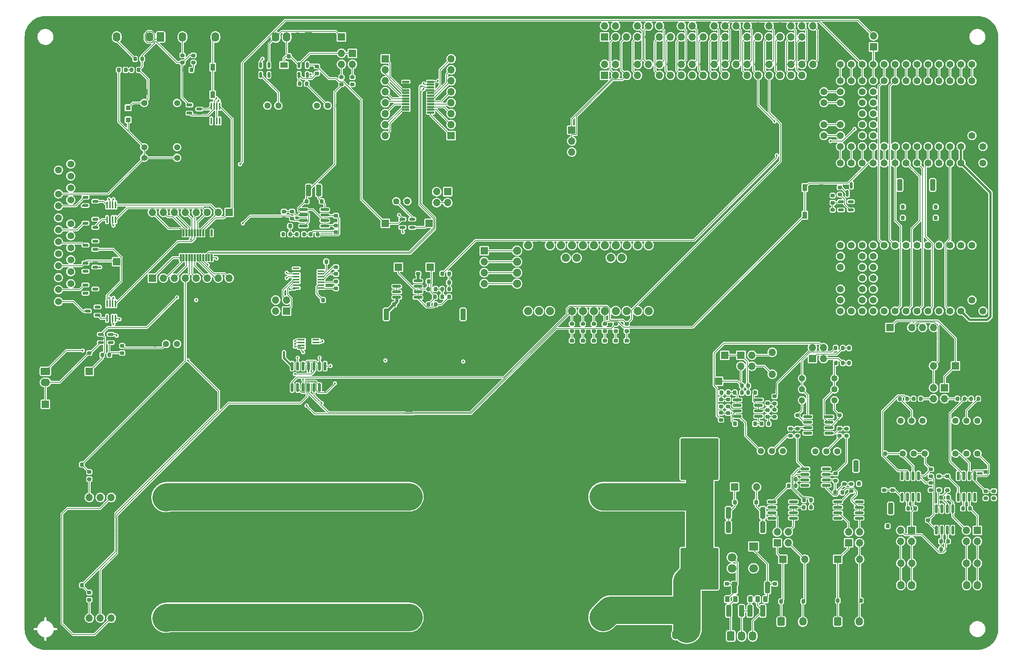
<source format=gbr>
%TF.GenerationSoftware,KiCad,Pcbnew,(6.0.5)*%
%TF.CreationDate,2022-07-10T20:23:42-07:00*%
%TF.ProjectId,main_board,6d61696e-5f62-46f6-9172-642e6b696361,rev?*%
%TF.SameCoordinates,PX5c0c740PYc1c9600*%
%TF.FileFunction,Copper,L1,Top*%
%TF.FilePolarity,Positive*%
%FSLAX46Y46*%
G04 Gerber Fmt 4.6, Leading zero omitted, Abs format (unit mm)*
G04 Created by KiCad (PCBNEW (6.0.5)) date 2022-07-10 20:23:42*
%MOMM*%
%LPD*%
G01*
G04 APERTURE LIST*
G04 Aperture macros list*
%AMRoundRect*
0 Rectangle with rounded corners*
0 $1 Rounding radius*
0 $2 $3 $4 $5 $6 $7 $8 $9 X,Y pos of 4 corners*
0 Add a 4 corners polygon primitive as box body*
4,1,4,$2,$3,$4,$5,$6,$7,$8,$9,$2,$3,0*
0 Add four circle primitives for the rounded corners*
1,1,$1+$1,$2,$3*
1,1,$1+$1,$4,$5*
1,1,$1+$1,$6,$7*
1,1,$1+$1,$8,$9*
0 Add four rect primitives between the rounded corners*
20,1,$1+$1,$2,$3,$4,$5,0*
20,1,$1+$1,$4,$5,$6,$7,0*
20,1,$1+$1,$6,$7,$8,$9,0*
20,1,$1+$1,$8,$9,$2,$3,0*%
G04 Aperture macros list end*
%TA.AperFunction,SMDPad,CuDef*%
%ADD10RoundRect,0.225000X0.250000X-0.225000X0.250000X0.225000X-0.250000X0.225000X-0.250000X-0.225000X0*%
%TD*%
%TA.AperFunction,ComponentPad*%
%ADD11C,1.440000*%
%TD*%
%TA.AperFunction,SMDPad,CuDef*%
%ADD12RoundRect,0.200000X0.200000X0.275000X-0.200000X0.275000X-0.200000X-0.275000X0.200000X-0.275000X0*%
%TD*%
%TA.AperFunction,SMDPad,CuDef*%
%ADD13RoundRect,0.200000X0.275000X-0.200000X0.275000X0.200000X-0.275000X0.200000X-0.275000X-0.200000X0*%
%TD*%
%TA.AperFunction,SMDPad,CuDef*%
%ADD14RoundRect,0.250000X-0.325000X-1.100000X0.325000X-1.100000X0.325000X1.100000X-0.325000X1.100000X0*%
%TD*%
%TA.AperFunction,SMDPad,CuDef*%
%ADD15RoundRect,0.200000X-0.200000X-0.275000X0.200000X-0.275000X0.200000X0.275000X-0.200000X0.275000X0*%
%TD*%
%TA.AperFunction,SMDPad,CuDef*%
%ADD16RoundRect,0.250000X0.325000X1.100000X-0.325000X1.100000X-0.325000X-1.100000X0.325000X-1.100000X0*%
%TD*%
%TA.AperFunction,SMDPad,CuDef*%
%ADD17RoundRect,0.200000X-0.275000X0.200000X-0.275000X-0.200000X0.275000X-0.200000X0.275000X0.200000X0*%
%TD*%
%TA.AperFunction,SMDPad,CuDef*%
%ADD18RoundRect,0.150000X0.512500X0.150000X-0.512500X0.150000X-0.512500X-0.150000X0.512500X-0.150000X0*%
%TD*%
%TA.AperFunction,SMDPad,CuDef*%
%ADD19RoundRect,0.225000X-0.225000X-0.250000X0.225000X-0.250000X0.225000X0.250000X-0.225000X0.250000X0*%
%TD*%
%TA.AperFunction,SMDPad,CuDef*%
%ADD20RoundRect,0.150000X-0.825000X-0.150000X0.825000X-0.150000X0.825000X0.150000X-0.825000X0.150000X0*%
%TD*%
%TA.AperFunction,ComponentPad*%
%ADD21R,1.700000X1.700000*%
%TD*%
%TA.AperFunction,ComponentPad*%
%ADD22O,1.700000X1.700000*%
%TD*%
%TA.AperFunction,SMDPad,CuDef*%
%ADD23RoundRect,0.150000X0.150000X-0.825000X0.150000X0.825000X-0.150000X0.825000X-0.150000X-0.825000X0*%
%TD*%
%TA.AperFunction,ComponentPad*%
%ADD24R,1.400000X1.400000*%
%TD*%
%TA.AperFunction,ComponentPad*%
%ADD25C,1.400000*%
%TD*%
%TA.AperFunction,SMDPad,CuDef*%
%ADD26RoundRect,0.150000X0.825000X0.150000X-0.825000X0.150000X-0.825000X-0.150000X0.825000X-0.150000X0*%
%TD*%
%TA.AperFunction,SMDPad,CuDef*%
%ADD27R,1.600000X0.300000*%
%TD*%
%TA.AperFunction,SMDPad,CuDef*%
%ADD28RoundRect,0.100000X0.675000X0.100000X-0.675000X0.100000X-0.675000X-0.100000X0.675000X-0.100000X0*%
%TD*%
%TA.AperFunction,SMDPad,CuDef*%
%ADD29R,3.000000X3.000000*%
%TD*%
%TA.AperFunction,SMDPad,CuDef*%
%ADD30RoundRect,0.150000X-0.150000X0.512500X-0.150000X-0.512500X0.150000X-0.512500X0.150000X0.512500X0*%
%TD*%
%TA.AperFunction,SMDPad,CuDef*%
%ADD31RoundRect,0.218750X-0.218750X-0.256250X0.218750X-0.256250X0.218750X0.256250X-0.218750X0.256250X0*%
%TD*%
%TA.AperFunction,ComponentPad*%
%ADD32RoundRect,0.250000X-0.620000X-0.845000X0.620000X-0.845000X0.620000X0.845000X-0.620000X0.845000X0*%
%TD*%
%TA.AperFunction,ComponentPad*%
%ADD33O,1.740000X2.190000*%
%TD*%
%TA.AperFunction,SMDPad,CuDef*%
%ADD34RoundRect,0.150000X-0.150000X0.825000X-0.150000X-0.825000X0.150000X-0.825000X0.150000X0.825000X0*%
%TD*%
%TA.AperFunction,SMDPad,CuDef*%
%ADD35RoundRect,0.225000X0.225000X0.250000X-0.225000X0.250000X-0.225000X-0.250000X0.225000X-0.250000X0*%
%TD*%
%TA.AperFunction,SMDPad,CuDef*%
%ADD36RoundRect,0.150000X-0.512500X-0.150000X0.512500X-0.150000X0.512500X0.150000X-0.512500X0.150000X0*%
%TD*%
%TA.AperFunction,SMDPad,CuDef*%
%ADD37R,1.100000X1.100000*%
%TD*%
%TA.AperFunction,SMDPad,CuDef*%
%ADD38RoundRect,0.020500X-0.764500X-0.184500X0.764500X-0.184500X0.764500X0.184500X-0.764500X0.184500X0*%
%TD*%
%TA.AperFunction,SMDPad,CuDef*%
%ADD39RoundRect,0.225000X-0.250000X0.225000X-0.250000X-0.225000X0.250000X-0.225000X0.250000X0.225000X0*%
%TD*%
%TA.AperFunction,ComponentPad*%
%ADD40C,1.700000*%
%TD*%
%TA.AperFunction,SMDPad,CuDef*%
%ADD41RoundRect,0.218750X0.256250X-0.218750X0.256250X0.218750X-0.256250X0.218750X-0.256250X-0.218750X0*%
%TD*%
%TA.AperFunction,ComponentPad*%
%ADD42C,1.600000*%
%TD*%
%TA.AperFunction,ComponentPad*%
%ADD43R,1.600000X1.600000*%
%TD*%
%TA.AperFunction,ComponentPad*%
%ADD44C,4.000000*%
%TD*%
%TA.AperFunction,ComponentPad*%
%ADD45C,1.879600*%
%TD*%
%TA.AperFunction,ComponentPad*%
%ADD46RoundRect,0.250000X0.620000X0.845000X-0.620000X0.845000X-0.620000X-0.845000X0.620000X-0.845000X0*%
%TD*%
%TA.AperFunction,SMDPad,CuDef*%
%ADD47RoundRect,0.249999X4.150001X4.550001X-4.150001X4.550001X-4.150001X-4.550001X4.150001X-4.550001X0*%
%TD*%
%TA.AperFunction,ComponentPad*%
%ADD48R,2.000000X1.905000*%
%TD*%
%TA.AperFunction,ComponentPad*%
%ADD49O,2.000000X1.905000*%
%TD*%
%TA.AperFunction,SMDPad,CuDef*%
%ADD50RoundRect,0.150000X0.150000X-0.587500X0.150000X0.587500X-0.150000X0.587500X-0.150000X-0.587500X0*%
%TD*%
%TA.AperFunction,SMDPad,CuDef*%
%ADD51R,0.300000X1.600000*%
%TD*%
%TA.AperFunction,SMDPad,CuDef*%
%ADD52RoundRect,0.250000X-0.262500X-0.450000X0.262500X-0.450000X0.262500X0.450000X-0.262500X0.450000X0*%
%TD*%
%TA.AperFunction,SMDPad,CuDef*%
%ADD53R,1.700000X1.300000*%
%TD*%
%TA.AperFunction,ComponentPad*%
%ADD54RoundRect,0.250000X-0.600000X-0.725000X0.600000X-0.725000X0.600000X0.725000X-0.600000X0.725000X0*%
%TD*%
%TA.AperFunction,ComponentPad*%
%ADD55O,1.700000X1.950000*%
%TD*%
%TA.AperFunction,SMDPad,CuDef*%
%ADD56RoundRect,0.250000X0.262500X0.450000X-0.262500X0.450000X-0.262500X-0.450000X0.262500X-0.450000X0*%
%TD*%
%TA.AperFunction,ComponentPad*%
%ADD57RoundRect,0.250000X-0.845000X0.620000X-0.845000X-0.620000X0.845000X-0.620000X0.845000X0.620000X0*%
%TD*%
%TA.AperFunction,ComponentPad*%
%ADD58O,2.190000X1.740000*%
%TD*%
%TA.AperFunction,SMDPad,CuDef*%
%ADD59RoundRect,0.020500X-0.184500X0.764500X-0.184500X-0.764500X0.184500X-0.764500X0.184500X0.764500X0*%
%TD*%
%TA.AperFunction,SMDPad,CuDef*%
%ADD60R,1.000000X1.600000*%
%TD*%
%TA.AperFunction,ViaPad*%
%ADD61C,0.457200*%
%TD*%
%TA.AperFunction,ViaPad*%
%ADD62C,3.000000*%
%TD*%
%TA.AperFunction,Conductor*%
%ADD63C,0.127000*%
%TD*%
%TA.AperFunction,Conductor*%
%ADD64C,0.508000*%
%TD*%
%TA.AperFunction,Conductor*%
%ADD65C,0.635000*%
%TD*%
%TA.AperFunction,Conductor*%
%ADD66C,6.350000*%
%TD*%
G04 APERTURE END LIST*
D10*
%TO.P,C34,1*%
%TO.N,GND*%
X158105000Y48490000D03*
%TO.P,C34,2*%
%TO.N,Net-(C34-Pad2)*%
X158105000Y50040000D03*
%TD*%
D11*
%TO.P,InputB_Gain1,1,1*%
%TO.N,Net-(InputB_Gain1-Pad1)*%
X182778400Y52980000D03*
%TO.P,InputB_Gain1,2,2*%
%TO.N,Net-(InputB_Gain1-Pad2)*%
X182778400Y55520000D03*
%TO.P,InputB_Gain1,3,3*%
X182778400Y58060000D03*
%TD*%
D12*
%TO.P,R53,1*%
%TO.N,LED_Open_Fault_B*%
X8445000Y10160000D03*
%TO.P,R53,2*%
%TO.N,GND*%
X6795000Y10160000D03*
%TD*%
D13*
%TO.P,R57,1*%
%TO.N,Net-(J18-Pad4)*%
X156505000Y48440000D03*
%TO.P,R57,2*%
%TO.N,Net-(C34-Pad2)*%
X156505000Y50090000D03*
%TD*%
D12*
%TO.P,R5,1*%
%TO.N,Net-(R1-Pad2)*%
X173799000Y34692000D03*
%TO.P,R5,2*%
%TO.N,GND*%
X172149000Y34692000D03*
%TD*%
D14*
%TO.P,C20,1*%
%TO.N,+15V*%
X187755000Y37740000D03*
%TO.P,C20,2*%
%TO.N,GND*%
X190705000Y37740000D03*
%TD*%
D15*
%TO.P,R34,1*%
%TO.N,Net-(R24-Pad2)*%
X212535000Y27940000D03*
%TO.P,R34,2*%
%TO.N,Net-(J24-Pad1)*%
X214185000Y27940000D03*
%TD*%
D13*
%TO.P,R63,1*%
%TO.N,Net-(D7-Pad2)*%
X134640000Y69025000D03*
%TO.P,R63,2*%
%TO.N,/Veapons_Hot*%
X134640000Y70675000D03*
%TD*%
D11*
%TO.P,GalvoB_Gain1,1,1*%
%TO.N,Net-(GalvoB_Gain1-Pad1)*%
X198618000Y40640000D03*
%TO.P,GalvoB_Gain1,2,2*%
%TO.N,Net-(GalvoB_Gain1-Pad2)*%
X201158000Y40640000D03*
%TO.P,GalvoB_Gain1,3,3*%
X203698000Y40640000D03*
%TD*%
D16*
%TO.P,C26,1*%
%TO.N,+15V*%
X78945000Y72898000D03*
%TO.P,C26,2*%
%TO.N,GND*%
X75995000Y72898000D03*
%TD*%
D12*
%TO.P,R78,1*%
%TO.N,GND*%
X172055000Y6400000D03*
%TO.P,R78,2*%
%TO.N,/Pos_A(+)*%
X170405000Y6400000D03*
%TD*%
D13*
%TO.P,R59,1*%
%TO.N,Net-(C34-Pad2)*%
X156505000Y51540000D03*
%TO.P,R59,2*%
%TO.N,Net-(C42-Pad2)*%
X156505000Y53190000D03*
%TD*%
D17*
%TO.P,R14,1*%
%TO.N,Net-(InputA_Gain1-Pad1)*%
X174180000Y49525000D03*
%TO.P,R14,2*%
%TO.N,GND*%
X174180000Y47875000D03*
%TD*%
D18*
%TO.P,U26,1*%
%TO.N,GND*%
X35630700Y119496800D03*
%TO.P,U26,2*%
%TO.N,Laser_Interlock*%
X35630700Y120446800D03*
%TO.P,U26,3,GND*%
%TO.N,GND*%
X35630700Y121396800D03*
%TO.P,U26,4*%
%TO.N,Net-(J36-Pad2)*%
X33355700Y121396800D03*
%TO.P,U26,5,VCC*%
%TO.N,+5V*%
X33355700Y119496800D03*
%TD*%
D19*
%TO.P,C39,1*%
%TO.N,Net-(C39-Pad1)*%
X159730000Y47565000D03*
%TO.P,C39,2*%
%TO.N,GND*%
X161280000Y47565000D03*
%TD*%
D20*
%TO.P,U7,1*%
%TO.N,Net-(InputA_Gain1-Pad2)*%
X176570006Y49170000D03*
%TO.P,U7,2,-*%
%TO.N,Net-(InputA_Gain1-Pad1)*%
X176570006Y47900000D03*
%TO.P,U7,3,+*%
%TO.N,Net-(R10-Pad1)*%
X176570006Y46630000D03*
%TO.P,U7,4,V-*%
%TO.N,-15V*%
X176570006Y45360000D03*
%TO.P,U7,5,+*%
%TO.N,Net-(R11-Pad2)*%
X181520006Y45360000D03*
%TO.P,U7,6,_*%
%TO.N,Net-(InputB_Gain1-Pad1)*%
X181520006Y46630000D03*
%TO.P,U7,7*%
%TO.N,Net-(InputB_Gain1-Pad2)*%
X181520006Y47900000D03*
%TO.P,U7,8,V+*%
%TO.N,+15V*%
X181520006Y49170000D03*
%TD*%
D16*
%TO.P,C28,1*%
%TO.N,Net-(C28-Pad1)*%
X161255000Y4200000D03*
%TO.P,C28,2*%
%TO.N,Net-(C28-Pad2)*%
X158305000Y4200000D03*
%TD*%
D15*
%TO.P,R51,1*%
%TO.N,Net-(J18-Pad3)*%
X186155000Y61616000D03*
%TO.P,R51,2*%
%TO.N,GND*%
X187805000Y61616000D03*
%TD*%
D17*
%TO.P,R28,1*%
%TO.N,GND*%
X194310000Y33845000D03*
%TO.P,R28,2*%
%TO.N,Net-(R28-Pad2)*%
X194310000Y32195000D03*
%TD*%
D21*
%TO.P,TP11,1,1*%
%TO.N,Net-(J13-Pad1)*%
X157380000Y63400000D03*
%TD*%
%TO.P,J3,1,3V3*%
%TO.N,+3V3*%
X129540000Y128265000D03*
D22*
%TO.P,J3,2,5V*%
%TO.N,+5V*%
X129540000Y130805000D03*
%TO.P,J3,3,I2C1_SDA*%
%TO.N,/OLED_SDA*%
X132080000Y128265000D03*
%TO.P,J3,4,5V*%
%TO.N,+5V*%
X132080000Y130805000D03*
%TO.P,J3,5,I2C1_SCL*%
%TO.N,/OLED_SCL*%
X134620000Y128265000D03*
%TO.P,J3,6,GND*%
%TO.N,GND*%
X134620000Y130805000D03*
%TO.P,J3,7,GPIO09*%
%TO.N,LED_trigger*%
X137160000Y128265000D03*
%TO.P,J3,8,UART1_TX*%
%TO.N,Jetson_TX*%
X137160000Y130805000D03*
%TO.P,J3,9,GND*%
%TO.N,GND*%
X139700000Y128265000D03*
%TO.P,J3,10,UART1_RX*%
%TO.N,Jetson_RX*%
X139700000Y130805000D03*
%TO.P,J3,11,UART1_RTS*%
%TO.N,unconnected-(J27-Pad11)*%
X142240000Y128265000D03*
%TO.P,J3,12,I2S0_SCLK*%
%TO.N,unconnected-(J27-Pad12)*%
X142240000Y130805000D03*
%TO.P,J3,13,SPI1_SCK*%
%TO.N,unconnected-(J27-Pad13)*%
X144780000Y128265000D03*
%TO.P,J3,14,GND*%
%TO.N,GND*%
X144780000Y130805000D03*
%TO.P,J3,15,GPIO12*%
%TO.N,/CAM_TRIGGER*%
X147320000Y128265000D03*
%TO.P,J3,16,SPI1_CS1*%
%TO.N,unconnected-(J27-Pad16)*%
X147320000Y130805000D03*
%TO.P,J3,17,3V3*%
%TO.N,+3V3*%
X149860000Y128265000D03*
%TO.P,J3,18,SPI1_CS0*%
%TO.N,unconnected-(J27-Pad18)*%
X149860000Y130805000D03*
%TO.P,J3,19,SPI0_MOSI*%
%TO.N,/MOSI*%
X152400000Y128265000D03*
%TO.P,J3,20,GND*%
%TO.N,GND*%
X152400000Y130805000D03*
%TO.P,J3,21,SPI0_MISO*%
%TO.N,/MISO*%
X154940000Y128265000D03*
%TO.P,J3,22,SPI1_MISO*%
%TO.N,unconnected-(J27-Pad22)*%
X154940000Y130805000D03*
%TO.P,J3,23,SPI0_SCK*%
%TO.N,/SCK*%
X157480000Y128265000D03*
%TO.P,J3,24,SPI0_CS0*%
%TO.N,/CS*%
X157480000Y130805000D03*
%TO.P,J3,25,GND*%
%TO.N,GND*%
X160020000Y128265000D03*
%TO.P,J3,26,SPI0_CS1*%
%TO.N,unconnected-(J27-Pad26)*%
X160020000Y130805000D03*
%TO.P,J3,27,I2C0_SDA*%
%TO.N,I{slash}O_SDA*%
X162560000Y128265000D03*
%TO.P,J3,28,I2C0_SCL*%
%TO.N,I{slash}O_SCL*%
X162560000Y130805000D03*
%TO.P,J3,29,GPIO01*%
%TO.N,/Prog_Reset*%
X165100000Y128265000D03*
%TO.P,J3,30,GND*%
%TO.N,GND*%
X165100000Y130805000D03*
%TO.P,J3,31,GPIO11*%
%TO.N,/Veapons_Hot*%
X167640000Y128265000D03*
%TO.P,J3,32,GPIO07*%
%TO.N,/MISC1*%
X167640000Y130805000D03*
%TO.P,J3,33,GPIO13*%
%TO.N,/MISC0*%
X170180000Y128265000D03*
%TO.P,J3,34,GND*%
%TO.N,GND*%
X170180000Y130805000D03*
%TO.P,J3,35,I2S0_FS*%
%TO.N,unconnected-(J27-Pad35)*%
X172720000Y128265000D03*
%TO.P,J3,36,UART1_CTS*%
%TO.N,unconnected-(J27-Pad36)*%
X172720000Y130805000D03*
%TO.P,J3,37,SPI1_MOSI*%
%TO.N,unconnected-(J27-Pad37)*%
X175260000Y128265000D03*
%TO.P,J3,38,I2S0_SDIN*%
%TO.N,unconnected-(J27-Pad38)*%
X175260000Y130805000D03*
%TO.P,J3,39,GND*%
%TO.N,GND*%
X177800000Y128265000D03*
%TO.P,J3,40,I2S_SDOUT*%
%TO.N,unconnected-(J27-Pad40)*%
X177800000Y130805000D03*
%TD*%
D21*
%TO.P,TP2,1,1*%
%TO.N,LED_trigger*%
X78740000Y93980000D03*
%TD*%
D15*
%TO.P,R71,1*%
%TO.N,Net-(C44-Pad2)*%
X61405000Y91440000D03*
%TO.P,R71,2*%
%TO.N,Net-(C40-Pad1)*%
X63055000Y91440000D03*
%TD*%
D21*
%TO.P,J20,1,Pin_1*%
%TO.N,/DAC (Y)*%
X210820000Y60960000D03*
D22*
%TO.P,J20,2,Pin_2*%
%TO.N,GND*%
X208280000Y60960000D03*
%TO.P,J20,3,Pin_3*%
%TO.N,/DAC (X)*%
X205740000Y60960000D03*
%TD*%
D23*
%TO.P,U15,1*%
%TO.N,/Veapons_Hot*%
X57150000Y55945000D03*
%TO.P,U15,2*%
%TO.N,Net-(U15-Pad2)*%
X58420000Y55945000D03*
%TO.P,U15,3*%
%TO.N,Net-(R44-Pad2)*%
X59690000Y55945000D03*
%TO.P,U15,4*%
%TO.N,/Laz0r?*%
X60960000Y55945000D03*
%TO.P,U15,5*%
%TO.N,/LAZOR!!!*%
X62230000Y55945000D03*
%TO.P,U15,6*%
%TO.N,Net-(U15-Pad2)*%
X63500000Y55945000D03*
%TO.P,U15,7,GND*%
%TO.N,GND*%
X64770000Y55945000D03*
%TO.P,U15,8*%
%TO.N,Net-(J48-Pad3)*%
X64770000Y60895000D03*
%TO.P,U15,9*%
%TO.N,LED_PWM*%
X63500000Y60895000D03*
%TO.P,U15,10*%
%TO.N,LED_B_On*%
X62230000Y60895000D03*
%TO.P,U15,11*%
%TO.N,Net-(J47-Pad3)*%
X60960000Y60895000D03*
%TO.P,U15,12*%
%TO.N,LED_PWM*%
X59690000Y60895000D03*
%TO.P,U15,13*%
%TO.N,LED_A_On*%
X58420000Y60895000D03*
%TO.P,U15,14,VCC*%
%TO.N,+3V3*%
X57150000Y60895000D03*
%TD*%
D15*
%TO.P,R35,1*%
%TO.N,Net-(R27-Pad2)*%
X207455000Y30480000D03*
%TO.P,R35,2*%
%TO.N,Net-(J24-Pad3)*%
X209105000Y30480000D03*
%TD*%
D21*
%TO.P,J21,1,Pin_1*%
%TO.N,/DAC (Y)*%
X208280000Y55880000D03*
D22*
%TO.P,J21,2,Pin_2*%
%TO.N,Net-(J21-Pad2)*%
X208280000Y53340000D03*
%TO.P,J21,3,Pin_3*%
%TO.N,/DAC (X)*%
X205740000Y55880000D03*
%TO.P,J21,4,Pin_4*%
%TO.N,Net-(J21-Pad4)*%
X205740000Y53340000D03*
%TD*%
D14*
%TO.P,C27,1*%
%TO.N,GND*%
X93775000Y72898000D03*
%TO.P,C27,2*%
%TO.N,-15V*%
X96725000Y72898000D03*
%TD*%
D21*
%TO.P,TP12,1,1*%
%TO.N,Net-(J13-Pad3)*%
X155956000Y57404000D03*
%TD*%
D24*
%TO.P,K1,1*%
%TO.N,GND*%
X22870000Y124400000D03*
D25*
%TO.P,K1,2*%
%TO.N,Net-(D6-Pad1)*%
X22870000Y121860000D03*
%TO.P,K1,6*%
%TO.N,Net-(D6-Pad2)*%
X22870000Y111600000D03*
%TO.P,K1,7*%
X22870000Y109160000D03*
%TO.P,K1,8*%
X30490000Y109160000D03*
%TO.P,K1,9*%
%TO.N,N/C*%
X30490000Y111600000D03*
%TO.P,K1,13*%
X30490000Y121860000D03*
%TO.P,K1,14*%
%TO.N,GND*%
X30490000Y124400000D03*
%TD*%
D11*
%TO.P,GalvoA_Offset1,1,1*%
%TO.N,+15V*%
X210820000Y48260000D03*
%TO.P,GalvoA_Offset1,2,2*%
%TO.N,Net-(GalvoA_Offset1-Pad2)*%
X213360000Y48260000D03*
%TO.P,GalvoA_Offset1,3,3*%
%TO.N,-15V*%
X215900000Y48260000D03*
%TD*%
D15*
%TO.P,R16,1*%
%TO.N,Net-(J21-Pad2)*%
X211265000Y53340000D03*
%TO.P,R16,2*%
%TO.N,Net-(R16-Pad2)*%
X212915000Y53340000D03*
%TD*%
D26*
%TO.P,U14,1*%
%TO.N,Net-(C7-Pad1)*%
X86295000Y76833430D03*
%TO.P,U14,2,-*%
X86295000Y78103430D03*
%TO.P,U14,3,+*%
%TO.N,Net-(C6-Pad1)*%
X86295000Y79373430D03*
%TO.P,U14,4,V-*%
%TO.N,-15V*%
X86295000Y80643430D03*
%TO.P,U14,5,+*%
%TO.N,GND*%
X81345000Y80643430D03*
%TO.P,U14,6,_*%
%TO.N,Net-(U14-Pad6)*%
X81345000Y79373430D03*
%TO.P,U14,7*%
X81345000Y78103430D03*
%TO.P,U14,8,V+*%
%TO.N,+15V*%
X81345000Y76833430D03*
%TD*%
D19*
%TO.P,C12,1*%
%TO.N,+3V3*%
X198615000Y95250000D03*
%TO.P,C12,2*%
%TO.N,GND*%
X200165000Y95250000D03*
%TD*%
D21*
%TO.P,J23,1,Pin_1*%
%TO.N,Net-(J23-Pad1)*%
X200660000Y22860000D03*
D22*
%TO.P,J23,2,Pin_2*%
%TO.N,Net-(J10-Pad3)*%
X200660000Y20320000D03*
%TO.P,J23,3,Pin_3*%
%TO.N,Net-(J23-Pad3)*%
X198120000Y22860000D03*
%TO.P,J23,4,Pin_4*%
%TO.N,Net-(J10-Pad2)*%
X198120000Y20320000D03*
%TD*%
D21*
%TO.P,J42,1,Pin_1*%
%TO.N,LED_B_On*%
X24765000Y81280000D03*
D22*
%TO.P,J42,2,Pin_2*%
%TO.N,LED_A_On*%
X27305000Y81280000D03*
%TO.P,J42,3,Pin_3*%
%TO.N,LED_Open_Fault_B*%
X29845000Y81280000D03*
%TO.P,J42,4,Pin_4*%
%TO.N,LED_Open_Fault_A*%
X32385000Y81280000D03*
%TO.P,J42,5,Pin_5*%
%TO.N,LED_Temp_Fault*%
X34925000Y81280000D03*
%TO.P,J42,6,Pin_6*%
%TO.N,Net-(J42-Pad6)*%
X37465000Y81280000D03*
%TO.P,J42,7,Pin_7*%
%TO.N,Net-(J42-Pad7)*%
X40005000Y81280000D03*
%TO.P,J42,8,Pin_8*%
%TO.N,Net-(J42-Pad8)*%
X42545000Y81280000D03*
%TD*%
D15*
%TO.P,R39,1*%
%TO.N,LED_PWM_DAC*%
X91885000Y82296000D03*
%TO.P,R39,2*%
%TO.N,Net-(C5-Pad2)*%
X93535000Y82296000D03*
%TD*%
D27*
%TO.P,U18,1,B2*%
%TO.N,GND*%
X62660000Y65065000D03*
%TO.P,U18,2,GND*%
X62660000Y65715000D03*
%TO.P,U18,3,VCCA*%
%TO.N,+3V3*%
X62660000Y66365000D03*
%TO.P,U18,4,A2*%
%TO.N,unconnected-(U18-Pad4)*%
X62660000Y67015000D03*
%TO.P,U18,5,A1*%
%TO.N,Net-(R44-Pad2)*%
X59260000Y67015000D03*
%TO.P,U18,6,OE*%
%TO.N,+3V3*%
X59260000Y66365000D03*
%TO.P,U18,7,VCCB*%
%TO.N,+5V*%
X59260000Y65715000D03*
%TO.P,U18,8,B1*%
%TO.N,Net-(U17-Pad2)*%
X59260000Y65065000D03*
%TD*%
D21*
%TO.P,J22,1,Pin_1*%
%TO.N,-15V*%
X159655000Y32900000D03*
D22*
%TO.P,J22,2,Pin_2*%
%TO.N,GND*%
X162195000Y32900000D03*
%TO.P,J22,3,Pin_3*%
%TO.N,+15V*%
X164735000Y32900000D03*
%TD*%
D21*
%TO.P,J24,1,Pin_1*%
%TO.N,Net-(J24-Pad1)*%
X215900000Y22860000D03*
D22*
%TO.P,J24,2,Pin_2*%
%TO.N,Net-(J24-Pad2)*%
X215900000Y20320000D03*
%TO.P,J24,3,Pin_3*%
%TO.N,Net-(J24-Pad3)*%
X213360000Y22860000D03*
%TO.P,J24,4,Pin_4*%
%TO.N,Net-(J24-Pad4)*%
X213360000Y20320000D03*
%TD*%
D15*
%TO.P,R79,1*%
%TO.N,Net-(D9-Pad2)*%
X19940000Y129500000D03*
%TO.P,R79,2*%
%TO.N,Net-(D6-Pad1)*%
X21590000Y129500000D03*
%TD*%
D28*
%TO.P,U27,1,C1+*%
%TO.N,Net-(C32-Pad1)*%
X63835000Y79005000D03*
%TO.P,U27,2,V+*%
%TO.N,Net-(C37-Pad1)*%
X63835000Y79655000D03*
%TO.P,U27,3,C1-*%
%TO.N,Net-(C32-Pad2)*%
X63835000Y80305000D03*
%TO.P,U27,4,C2+*%
%TO.N,Net-(C33-Pad1)*%
X63835000Y80955000D03*
%TO.P,U27,5,C2-*%
%TO.N,Net-(C33-Pad2)*%
X63835000Y81605000D03*
%TO.P,U27,6,V-*%
%TO.N,Net-(C38-Pad1)*%
X63835000Y82255000D03*
%TO.P,U27,7,T2OUT*%
%TO.N,unconnected-(U27-Pad7)*%
X63835000Y82905000D03*
%TO.P,U27,8,R2IN*%
%TO.N,GND*%
X63835000Y83555000D03*
%TO.P,U27,9,R2OUT*%
%TO.N,unconnected-(U27-Pad9)*%
X58085000Y83555000D03*
%TO.P,U27,10,T2IN*%
%TO.N,GND*%
X58085000Y82905000D03*
%TO.P,U27,11,T1IN*%
%TO.N,Jetson_TX*%
X58085000Y82255000D03*
%TO.P,U27,12,R1OUT*%
%TO.N,Jetson_RX*%
X58085000Y81605000D03*
%TO.P,U27,13,R1IN*%
%TO.N,Net-(J33-Pad3)*%
X58085000Y80955000D03*
%TO.P,U27,14,T1OUT*%
%TO.N,Net-(J33-Pad1)*%
X58085000Y80305000D03*
%TO.P,U27,15,GND*%
%TO.N,GND*%
X58085000Y79655000D03*
%TO.P,U27,16,VCC*%
%TO.N,+3V3*%
X58085000Y79005000D03*
D29*
%TO.P,U27,17,GND*%
%TO.N,GND*%
X60960000Y81280000D03*
%TD*%
D17*
%TO.P,R55,1*%
%TO.N,Net-(J18-Pad2)*%
X168905000Y53890000D03*
%TO.P,R55,2*%
%TO.N,Net-(C30-Pad2)*%
X168905000Y52240000D03*
%TD*%
D16*
%TO.P,C18,1*%
%TO.N,Net-(C18-Pad1)*%
X167255000Y9600000D03*
%TO.P,C18,2*%
%TO.N,GND*%
X164305000Y9600000D03*
%TD*%
D11*
%TO.P,Cam_Input1,1,1*%
%TO.N,+5V*%
X51425000Y121245000D03*
%TO.P,Cam_Input1,2,2*%
%TO.N,Net-(Cam_Input1-Pad2)*%
X53965000Y121245000D03*
%TO.P,Cam_Input1,3,3*%
%TO.N,GND*%
X56505000Y121245000D03*
%TD*%
D30*
%TO.P,U9,1*%
%TO.N,LED_trigger*%
X60640000Y130637500D03*
%TO.P,U9,2,V-*%
%TO.N,GND*%
X59690000Y130637500D03*
%TO.P,U9,3,+*%
%TO.N,/Cam_Out*%
X58740000Y130637500D03*
%TO.P,U9,4,-*%
%TO.N,Net-(R64-Pad2)*%
X58740000Y128362500D03*
%TO.P,U9,5,V+*%
%TO.N,+3V3*%
X60640000Y128362500D03*
%TD*%
D31*
%TO.P,D10,1,K*%
%TO.N,GND*%
X32232500Y129500000D03*
%TO.P,D10,2,A*%
%TO.N,Net-(D10-Pad2)*%
X33807500Y129500000D03*
%TD*%
D13*
%TO.P,R44,1*%
%TO.N,Net-(D1-Pad2)*%
X132100000Y69025000D03*
%TO.P,R44,2*%
%TO.N,Net-(R44-Pad2)*%
X132100000Y70675000D03*
%TD*%
D32*
%TO.P,J31,1,Pin_1*%
%TO.N,GND*%
X140970000Y-1290000D03*
D33*
%TO.P,J31,2,Pin_2*%
X143510000Y-1290000D03*
%TO.P,J31,3,Pin_3*%
%TO.N,+24V*%
X146050000Y-1290000D03*
%TO.P,J31,4,Pin_4*%
X148590000Y-1290000D03*
%TD*%
D34*
%TO.P,U5,1*%
%TO.N,Net-(J24-Pad3)*%
X210185000Y27875000D03*
%TO.P,U5,2,-*%
%TO.N,Net-(R27-Pad2)*%
X208915000Y27875000D03*
%TO.P,U5,3,+*%
%TO.N,Net-(R25-Pad2)*%
X207645000Y27875000D03*
%TO.P,U5,4,V-*%
%TO.N,-15V*%
X206375000Y27875000D03*
%TO.P,U5,5,+*%
%TO.N,Net-(R31-Pad2)*%
X206375000Y22925000D03*
%TO.P,U5,6,_*%
%TO.N,Net-(R33-Pad2)*%
X207645000Y22925000D03*
%TO.P,U5,7*%
%TO.N,Net-(J23-Pad3)*%
X208915000Y22925000D03*
%TO.P,U5,8,V+*%
%TO.N,+15V*%
X210185000Y22925000D03*
%TD*%
D11*
%TO.P,Cam_Output1,1,1*%
%TO.N,+3V3*%
X62855000Y121245000D03*
%TO.P,Cam_Output1,2,2*%
%TO.N,Net-(Cam_Output1-Pad2)*%
X65395000Y121245000D03*
%TO.P,Cam_Output1,3,3*%
%TO.N,GND*%
X67935000Y121245000D03*
%TD*%
%TO.P,InputA_Gain1,1,1*%
%TO.N,Net-(InputA_Gain1-Pad1)*%
X175260000Y52980000D03*
%TO.P,InputA_Gain1,2,2*%
%TO.N,Net-(InputA_Gain1-Pad2)*%
X175260000Y55520000D03*
%TO.P,InputA_Gain1,3,3*%
X175260000Y58060000D03*
%TD*%
D21*
%TO.P,J27,1,3V3*%
%TO.N,+3V3*%
X129540000Y137160000D03*
D22*
%TO.P,J27,2,5V*%
%TO.N,+5V*%
X129540000Y139700000D03*
%TO.P,J27,3,I2C1_SDA*%
%TO.N,/OLED_SDA*%
X132080000Y137160000D03*
%TO.P,J27,4,5V*%
%TO.N,+5V*%
X132080000Y139700000D03*
%TO.P,J27,5,I2C1_SCL*%
%TO.N,/OLED_SCL*%
X134620000Y137160000D03*
%TO.P,J27,6,GND*%
%TO.N,GND*%
X134620000Y139700000D03*
%TO.P,J27,7,GPIO09*%
%TO.N,LED_trigger*%
X137160000Y137160000D03*
%TO.P,J27,8,UART1_TX*%
%TO.N,Jetson_TX*%
X137160000Y139700000D03*
%TO.P,J27,9,GND*%
%TO.N,GND*%
X139700000Y137160000D03*
%TO.P,J27,10,UART1_RX*%
%TO.N,Jetson_RX*%
X139700000Y139700000D03*
%TO.P,J27,11,UART1_RTS*%
%TO.N,unconnected-(J27-Pad11)*%
X142240000Y137160000D03*
%TO.P,J27,12,I2S0_SCLK*%
%TO.N,unconnected-(J27-Pad12)*%
X142240000Y139700000D03*
%TO.P,J27,13,SPI1_SCK*%
%TO.N,unconnected-(J27-Pad13)*%
X144780000Y137160000D03*
%TO.P,J27,14,GND*%
%TO.N,GND*%
X144780000Y139700000D03*
%TO.P,J27,15,GPIO12*%
%TO.N,/CAM_TRIGGER*%
X147320000Y137160000D03*
%TO.P,J27,16,SPI1_CS1*%
%TO.N,unconnected-(J27-Pad16)*%
X147320000Y139700000D03*
%TO.P,J27,17,3V3*%
%TO.N,+3V3*%
X149860000Y137160000D03*
%TO.P,J27,18,SPI1_CS0*%
%TO.N,unconnected-(J27-Pad18)*%
X149860000Y139700000D03*
%TO.P,J27,19,SPI0_MOSI*%
%TO.N,/MOSI*%
X152400000Y137160000D03*
%TO.P,J27,20,GND*%
%TO.N,GND*%
X152400000Y139700000D03*
%TO.P,J27,21,SPI0_MISO*%
%TO.N,/MISO*%
X154940000Y137160000D03*
%TO.P,J27,22,SPI1_MISO*%
%TO.N,unconnected-(J27-Pad22)*%
X154940000Y139700000D03*
%TO.P,J27,23,SPI0_SCK*%
%TO.N,/SCK*%
X157480000Y137160000D03*
%TO.P,J27,24,SPI0_CS0*%
%TO.N,/CS*%
X157480000Y139700000D03*
%TO.P,J27,25,GND*%
%TO.N,GND*%
X160020000Y137160000D03*
%TO.P,J27,26,SPI0_CS1*%
%TO.N,unconnected-(J27-Pad26)*%
X160020000Y139700000D03*
%TO.P,J27,27,I2C0_SDA*%
%TO.N,I{slash}O_SDA*%
X162560000Y137160000D03*
%TO.P,J27,28,I2C0_SCL*%
%TO.N,I{slash}O_SCL*%
X162560000Y139700000D03*
%TO.P,J27,29,GPIO01*%
%TO.N,/Prog_Reset*%
X165100000Y137160000D03*
%TO.P,J27,30,GND*%
%TO.N,GND*%
X165100000Y139700000D03*
%TO.P,J27,31,GPIO11*%
%TO.N,/Veapons_Hot*%
X167640000Y137160000D03*
%TO.P,J27,32,GPIO07*%
%TO.N,/MISC1*%
X167640000Y139700000D03*
%TO.P,J27,33,GPIO13*%
%TO.N,/MISC0*%
X170180000Y137160000D03*
%TO.P,J27,34,GND*%
%TO.N,GND*%
X170180000Y139700000D03*
%TO.P,J27,35,I2S0_FS*%
%TO.N,unconnected-(J27-Pad35)*%
X172720000Y137160000D03*
%TO.P,J27,36,UART1_CTS*%
%TO.N,unconnected-(J27-Pad36)*%
X172720000Y139700000D03*
%TO.P,J27,37,SPI1_MOSI*%
%TO.N,unconnected-(J27-Pad37)*%
X175260000Y137160000D03*
%TO.P,J27,38,I2S0_SDIN*%
%TO.N,unconnected-(J27-Pad38)*%
X175260000Y139700000D03*
%TO.P,J27,39,GND*%
%TO.N,GND*%
X177800000Y137160000D03*
%TO.P,J27,40,I2S_SDOUT*%
%TO.N,unconnected-(J27-Pad40)*%
X177800000Y139700000D03*
%TD*%
D21*
%TO.P,TP5,1,1*%
%TO.N,LED_CTL*%
X89154000Y83820000D03*
%TD*%
%TO.P,J14,1,Pin_1*%
%TO.N,/Pos_A(+)*%
X170845000Y16150000D03*
D22*
%TO.P,J14,2,Pin_2*%
%TO.N,GND*%
X173385000Y16150000D03*
%TO.P,J14,3,Pin_3*%
%TO.N,/Pos_A(-)*%
X175925000Y16150000D03*
%TD*%
D17*
%TO.P,R61,1*%
%TO.N,Net-(C42-Pad2)*%
X158105000Y53190000D03*
%TO.P,R61,2*%
%TO.N,Net-(C39-Pad1)*%
X158105000Y51540000D03*
%TD*%
D35*
%TO.P,C2,1*%
%TO.N,GND*%
X161255000Y29400000D03*
%TO.P,C2,2*%
%TO.N,-15V*%
X159705000Y29400000D03*
%TD*%
D21*
%TO.P,J43,1,Pin_1*%
%TO.N,GND*%
X27940000Y50800000D03*
D22*
%TO.P,J43,2,Pin_2*%
X30480000Y50800000D03*
%TO.P,J43,3,Pin_3*%
X33020000Y50800000D03*
%TO.P,J43,4,Pin_4*%
X35560000Y50800000D03*
%TD*%
D35*
%TO.P,C38,1*%
%TO.N,Net-(C38-Pad1)*%
X65050000Y85090000D03*
%TO.P,C38,2*%
%TO.N,GND*%
X63500000Y85090000D03*
%TD*%
D11*
%TO.P,GalvoB_Offset1,1,1*%
%TO.N,+15V*%
X198120000Y48260000D03*
%TO.P,GalvoB_Offset1,2,2*%
%TO.N,Net-(GalvoB_Offset1-Pad2)*%
X200660000Y48260000D03*
%TO.P,GalvoB_Offset1,3,3*%
%TO.N,-15V*%
X203200000Y48260000D03*
%TD*%
D36*
%TO.P,U32,1*%
%TO.N,GND*%
X9276500Y89850000D03*
%TO.P,U32,2*%
%TO.N,Net-(J30-Pad19)*%
X9276500Y88900000D03*
%TO.P,U32,3,GND*%
%TO.N,GND*%
X9276500Y87950000D03*
%TO.P,U32,4*%
%TO.N,Current_Alarm_TTL*%
X11551500Y87950000D03*
%TO.P,U32,5,VCC*%
%TO.N,+5V*%
X11551500Y89850000D03*
%TD*%
D19*
%TO.P,C6,1*%
%TO.N,Net-(C6-Pad1)*%
X88760991Y80518000D03*
%TO.P,C6,2*%
%TO.N,GND*%
X90310991Y80518000D03*
%TD*%
D13*
%TO.P,R11,1*%
%TO.N,Net-(R11-Pad1)*%
X185580000Y44775000D03*
%TO.P,R11,2*%
%TO.N,Net-(R11-Pad2)*%
X185580000Y46425000D03*
%TD*%
D17*
%TO.P,R82,1*%
%TO.N,Net-(R77-Pad2)*%
X57150000Y96710000D03*
%TO.P,R82,2*%
%TO.N,Laser_PWM_DAC_0-5v*%
X57150000Y95060000D03*
%TD*%
D15*
%TO.P,R50,1*%
%TO.N,Net-(InputB_Gain1-Pad2)*%
X183071000Y61616000D03*
%TO.P,R50,2*%
%TO.N,Net-(J18-Pad3)*%
X184721000Y61616000D03*
%TD*%
D37*
%TO.P,D6,1,K*%
%TO.N,Net-(D6-Pad1)*%
X19151600Y120729200D03*
%TO.P,D6,2,A*%
%TO.N,Net-(D6-Pad2)*%
X19151600Y117929200D03*
%TD*%
D21*
%TO.P,J13,1,Pin_1*%
%TO.N,Net-(J13-Pad1)*%
X161130000Y63440000D03*
D22*
%TO.P,J13,2,Pin_2*%
%TO.N,/ADC (X)*%
X163670000Y63440000D03*
%TO.P,J13,3,Pin_3*%
%TO.N,Net-(J13-Pad3)*%
X161130000Y60900000D03*
%TO.P,J13,4,Pin_4*%
%TO.N,/ADC (Y)*%
X163670000Y60900000D03*
%TD*%
D32*
%TO.P,J8,1,Pin_1*%
%TO.N,Net-(C28-Pad2)*%
X158750000Y-1600000D03*
D33*
%TO.P,J8,2,Pin_2*%
%TO.N,Net-(C28-Pad1)*%
X161290000Y-1600000D03*
%TO.P,J8,3,Pin_3*%
%TO.N,Net-(C29-Pad1)*%
X163830000Y-1600000D03*
%TD*%
D17*
%TO.P,R32,1*%
%TO.N,GND*%
X204470000Y26860000D03*
%TO.P,R32,2*%
%TO.N,Net-(R31-Pad2)*%
X204470000Y25210000D03*
%TD*%
D20*
%TO.P,U2,1*%
%TO.N,Net-(R1-Pad1)*%
X168315006Y29485000D03*
%TO.P,U2,2,-*%
X168315006Y28215000D03*
%TO.P,U2,3,+*%
%TO.N,Net-(J16-Pad2)*%
X168315006Y26945000D03*
%TO.P,U2,4,V-*%
%TO.N,-15V*%
X168315006Y25675000D03*
%TO.P,U2,5,+*%
%TO.N,Net-(J16-Pad4)*%
X173265006Y25675000D03*
%TO.P,U2,6,_*%
%TO.N,Net-(R2-Pad1)*%
X173265006Y26945000D03*
%TO.P,U2,7*%
X173265006Y28215000D03*
%TO.P,U2,8,V+*%
%TO.N,+15V*%
X173265006Y29485000D03*
%TD*%
D38*
%TO.P,U24,1,~{INT}*%
%TO.N,unconnected-(U24-Pad1)*%
X83490000Y126765000D03*
%TO.P,U24,2,A1*%
%TO.N,GND*%
X83490000Y126115000D03*
%TO.P,U24,3,A2*%
X83490000Y125465000D03*
%TO.P,U24,4,P00*%
%TO.N,Net-(J39-Pad1)*%
X83490000Y124815000D03*
%TO.P,U24,5,P01*%
%TO.N,Net-(J39-Pad2)*%
X83490000Y124165000D03*
%TO.P,U24,6,P02*%
%TO.N,Net-(J39-Pad3)*%
X83490000Y123515000D03*
%TO.P,U24,7,P03*%
%TO.N,Net-(J39-Pad4)*%
X83490000Y122865000D03*
%TO.P,U24,8,P04*%
%TO.N,Net-(J39-Pad5)*%
X83490000Y122215000D03*
%TO.P,U24,9,P05*%
%TO.N,Net-(J39-Pad6)*%
X83490000Y121565000D03*
%TO.P,U24,10,P06*%
%TO.N,Net-(J39-Pad7)*%
X83490000Y120915000D03*
%TO.P,U24,11,P07*%
%TO.N,Net-(J39-Pad8)*%
X83490000Y120265000D03*
%TO.P,U24,12,GND*%
%TO.N,GND*%
X83490000Y119615000D03*
%TO.P,U24,13,P10*%
%TO.N,Net-(J40-Pad1)*%
X89230000Y119615000D03*
%TO.P,U24,14,P11*%
%TO.N,Net-(J40-Pad2)*%
X89230000Y120265000D03*
%TO.P,U24,15,P12*%
%TO.N,Net-(J40-Pad3)*%
X89230000Y120915000D03*
%TO.P,U24,16,P13*%
%TO.N,Net-(J40-Pad4)*%
X89230000Y121565000D03*
%TO.P,U24,17,P14*%
%TO.N,Net-(J40-Pad5)*%
X89230000Y122215000D03*
%TO.P,U24,18,P15*%
%TO.N,Net-(J40-Pad6)*%
X89230000Y122865000D03*
%TO.P,U24,19,P16*%
%TO.N,Net-(J40-Pad7)*%
X89230000Y123515000D03*
%TO.P,U24,20,P17*%
%TO.N,Net-(J40-Pad8)*%
X89230000Y124165000D03*
%TO.P,U24,21,A0*%
%TO.N,GND*%
X89230000Y124815000D03*
%TO.P,U24,22,SCL*%
%TO.N,I{slash}O_SCL*%
X89230000Y125465000D03*
%TO.P,U24,23,SDA*%
%TO.N,I{slash}O_SDA*%
X89230000Y126115000D03*
%TO.P,U24,24,VCC*%
%TO.N,+3V3*%
X89230000Y126765000D03*
%TD*%
D12*
%TO.P,R62,1*%
%TO.N,Net-(C41-Pad1)*%
X164430000Y54765000D03*
%TO.P,R62,2*%
%TO.N,Net-(J13-Pad1)*%
X162780000Y54765000D03*
%TD*%
D19*
%TO.P,C10,1*%
%TO.N,+5V*%
X206235000Y97790000D03*
%TO.P,C10,2*%
%TO.N,GND*%
X207785000Y97790000D03*
%TD*%
D39*
%TO.P,C30,1*%
%TO.N,GND*%
X167305000Y53840000D03*
%TO.P,C30,2*%
%TO.N,Net-(C30-Pad2)*%
X167305000Y52290000D03*
%TD*%
D14*
%TO.P,C14,1*%
%TO.N,+3V3*%
X197915000Y102870000D03*
%TO.P,C14,2*%
%TO.N,GND*%
X200865000Y102870000D03*
%TD*%
D40*
%TO.P,DC1,1,In(+)*%
%TO.N,+24V*%
X129180000Y30640000D03*
D21*
%TO.P,DC1,2,In(-)*%
%TO.N,GND*%
X129180000Y50640000D03*
%TO.P,DC1,3,Out(-)*%
X84180000Y51140000D03*
D40*
%TO.P,DC1,4,Out(+)*%
%TO.N,Net-(DC1-Pad4)*%
X84180000Y30640000D03*
%TD*%
D20*
%TO.P,U30,1,OUT*%
%TO.N,Net-(C42-Pad1)*%
X160230000Y53070000D03*
%TO.P,U30,2,-IN*%
X160230000Y51800000D03*
%TO.P,U30,3,+IN*%
%TO.N,Net-(C39-Pad1)*%
X160230000Y50530000D03*
%TO.P,U30,4,P$V-*%
%TO.N,-15V*%
X160230000Y49260000D03*
%TO.P,U30,5,+IN*%
%TO.N,Net-(C35-Pad1)*%
X165180000Y49260000D03*
%TO.P,U30,6,-IN*%
%TO.N,Net-(C41-Pad1)*%
X165180000Y50530000D03*
%TO.P,U30,7,OUT*%
X165180000Y51800000D03*
%TO.P,U30,8,P$V+*%
%TO.N,+15V*%
X165180000Y53070000D03*
%TD*%
D35*
%TO.P,C42,1*%
%TO.N,Net-(C42-Pad1)*%
X158180000Y54765000D03*
%TO.P,C42,2*%
%TO.N,Net-(C42-Pad2)*%
X156630000Y54765000D03*
%TD*%
D20*
%TO.P,U3,1*%
%TO.N,Net-(R3-Pad1)*%
X183555006Y29485000D03*
%TO.P,U3,2,-*%
X183555006Y28215000D03*
%TO.P,U3,3,+*%
%TO.N,Net-(J17-Pad2)*%
X183555006Y26945000D03*
%TO.P,U3,4,V-*%
%TO.N,-15V*%
X183555006Y25675000D03*
%TO.P,U3,5,+*%
%TO.N,Net-(J17-Pad4)*%
X188505006Y25675000D03*
%TO.P,U3,6,_*%
%TO.N,Net-(R4-Pad1)*%
X188505006Y26945000D03*
%TO.P,U3,7*%
X188505006Y28215000D03*
%TO.P,U3,8,V+*%
%TO.N,+15V*%
X188505006Y29485000D03*
%TD*%
D13*
%TO.P,R92,1*%
%TO.N,Net-(R92-Pad1)*%
X182372000Y98743000D03*
%TO.P,R92,2*%
%TO.N,+5V*%
X182372000Y100393000D03*
%TD*%
D41*
%TO.P,D3,1,K*%
%TO.N,GND*%
X121940000Y65252500D03*
%TO.P,D3,2,A*%
%TO.N,Net-(D3-Pad2)*%
X121940000Y66827500D03*
%TD*%
D19*
%TO.P,C5,1*%
%TO.N,GND*%
X91935000Y80264000D03*
%TO.P,C5,2*%
%TO.N,Net-(C5-Pad2)*%
X93485000Y80264000D03*
%TD*%
D21*
%TO.P,J26,1,Pin_1*%
%TO.N,GND*%
X195595000Y15240000D03*
D22*
%TO.P,J26,2,Pin_2*%
%TO.N,Net-(J10-Pad2)*%
X198135000Y15240000D03*
%TO.P,J26,3,Pin_3*%
%TO.N,Net-(J10-Pad3)*%
X200675000Y15240000D03*
%TD*%
D12*
%TO.P,R18,1*%
%TO.N,Net-(J21-Pad4)*%
X202755000Y53340000D03*
%TO.P,R18,2*%
%TO.N,Net-(R18-Pad2)*%
X201105000Y53340000D03*
%TD*%
D13*
%TO.P,R52,1*%
%TO.N,Net-(J48-Pad2)*%
X10160000Y6795000D03*
%TO.P,R52,2*%
%TO.N,LED_Open_Fault_B*%
X10160000Y8445000D03*
%TD*%
D10*
%TO.P,C40,1*%
%TO.N,Net-(C40-Pad1)*%
X67310000Y95745000D03*
%TO.P,C40,2*%
%TO.N,GND*%
X67310000Y97295000D03*
%TD*%
D35*
%TO.P,C35,1*%
%TO.N,Net-(C35-Pad1)*%
X164380000Y47565000D03*
%TO.P,C35,2*%
%TO.N,GND*%
X162830000Y47565000D03*
%TD*%
D36*
%TO.P,U28,1*%
%TO.N,LED_Temp_Fault*%
X12832500Y68260000D03*
%TO.P,U28,2,V-*%
%TO.N,GND*%
X12832500Y67310000D03*
%TO.P,U28,3,+*%
%TO.N,Net-(J32-Pad2)*%
X12832500Y66360000D03*
%TO.P,U28,4,-*%
%TO.N,Net-(R68-Pad2)*%
X15107500Y66360000D03*
%TO.P,U28,5,V+*%
%TO.N,+3V3*%
X15107500Y68260000D03*
%TD*%
D12*
%TO.P,R43,1*%
%TO.N,LED_CTL*%
X90233000Y76962000D03*
%TO.P,R43,2*%
%TO.N,GND*%
X88583000Y76962000D03*
%TD*%
D18*
%TO.P,U34,1*%
%TO.N,GND*%
X11551500Y77790000D03*
%TO.P,U34,2*%
%TO.N,Red_Laser_Trigger_TTL*%
X11551500Y78740000D03*
%TO.P,U34,3,GND*%
%TO.N,GND*%
X11551500Y79690000D03*
%TO.P,U34,4*%
%TO.N,Net-(J30-Pad15)*%
X9276500Y79690000D03*
%TO.P,U34,5,VCC*%
%TO.N,+5V*%
X9276500Y77790000D03*
%TD*%
D21*
%TO.P,J33,1,Pin_1*%
%TO.N,Net-(J33-Pad1)*%
X55885000Y73660000D03*
D22*
%TO.P,J33,2,Pin_2*%
%TO.N,Laser_RX*%
X53345000Y73660000D03*
%TO.P,J33,3,Pin_3*%
%TO.N,Net-(J33-Pad3)*%
X55885000Y76200000D03*
%TO.P,J33,4,Pin_4*%
%TO.N,Laser_TX*%
X53345000Y76200000D03*
%TD*%
D17*
%TO.P,R22,1*%
%TO.N,GND*%
X207010000Y37020000D03*
%TO.P,R22,2*%
%TO.N,Net-(R22-Pad2)*%
X207010000Y35370000D03*
%TD*%
D10*
%TO.P,C33,1*%
%TO.N,Net-(C33-Pad1)*%
X67310000Y82250000D03*
%TO.P,C33,2*%
%TO.N,Net-(C33-Pad2)*%
X67310000Y83800000D03*
%TD*%
D12*
%TO.P,R49,1*%
%TO.N,Net-(J18-Pad1)*%
X184705000Y65100000D03*
%TO.P,R49,2*%
%TO.N,Net-(InputA_Gain1-Pad2)*%
X183055000Y65100000D03*
%TD*%
D42*
%TO.P,J30,25,P25*%
%TO.N,unconnected-(J30-Pad25)*%
X3015531Y106314400D03*
%TO.P,J30,24,P24*%
%TO.N,GND*%
X3015531Y103544400D03*
%TO.P,J30,23,P23*%
%TO.N,Net-(D6-Pad2)*%
X3015531Y100774400D03*
%TO.P,J30,22,P22*%
%TO.N,Net-(J30-Pad22)*%
X3015531Y98004400D03*
%TO.P,J30,21,P21*%
%TO.N,unconnected-(J30-Pad21)*%
X3015531Y95234400D03*
%TO.P,J30,20,P20*%
%TO.N,Net-(J30-Pad20)*%
X3015531Y92464400D03*
%TO.P,J30,19,P19*%
%TO.N,Net-(J30-Pad19)*%
X3015531Y89694400D03*
%TO.P,J30,18,P18*%
%TO.N,unconnected-(J30-Pad18)*%
X3015531Y86924400D03*
%TO.P,J30,17,P17*%
%TO.N,Laser_Trigger*%
X3015531Y84154400D03*
%TO.P,J30,16,P16*%
%TO.N,unconnected-(J30-Pad16)*%
X3015531Y81384400D03*
%TO.P,J30,15,P15*%
%TO.N,Net-(J30-Pad15)*%
X3015531Y78614400D03*
%TO.P,J30,14,P14*%
%TO.N,Net-(J30-Pad14)*%
X3015531Y75844400D03*
%TO.P,J30,13,13*%
%TO.N,unconnected-(J30-Pad13)*%
X5855531Y107699400D03*
%TO.P,J30,12,12*%
%TO.N,unconnected-(J30-Pad12)*%
X5855531Y104929400D03*
%TO.P,J30,11,11*%
%TO.N,unconnected-(J30-Pad11)*%
X5855531Y102159400D03*
%TO.P,J30,10,10*%
%TO.N,unconnected-(J30-Pad10)*%
X5855531Y99389400D03*
%TO.P,J30,9,9*%
%TO.N,GND*%
X5855531Y96619400D03*
%TO.P,J30,8,8*%
%TO.N,Laser_PWM_DAC_0-5v*%
X5855531Y93849400D03*
%TO.P,J30,7,7*%
%TO.N,unconnected-(J30-Pad7)*%
X5855531Y91079400D03*
%TO.P,J30,6,6*%
%TO.N,unconnected-(J30-Pad6)*%
X5855531Y88309400D03*
%TO.P,J30,5,5*%
%TO.N,Laser_RX*%
X5855531Y85539400D03*
%TO.P,J30,4,4*%
%TO.N,Laser_TX*%
X5855531Y82769400D03*
%TO.P,J30,3,3*%
%TO.N,unconnected-(J30-Pad3)*%
X5855531Y79999400D03*
%TO.P,J30,2,2*%
%TO.N,GND*%
X5855531Y77229400D03*
D43*
%TO.P,J30,1,1*%
X5855531Y74459400D03*
D44*
%TO.P,J30,0,PAD*%
X4435531Y114629400D03*
X4435531Y67529400D03*
%TD*%
D45*
%TO.P,U16,JP1_1,DTR*%
%TO.N,Net-(J28-Pad1)*%
X109240000Y87630000D03*
%TO.P,U16,JP1_2,TXO*%
%TO.N,Net-(J28-Pad2)*%
X109240000Y85090000D03*
%TO.P,U16,JP1_3,RXI*%
%TO.N,Net-(J28-Pad3)*%
X109240000Y82550000D03*
%TO.P,U16,JP1_4,VCC*%
%TO.N,+3V3*%
X109240000Y80010000D03*
%TO.P,U16,JP1_5,GND*%
%TO.N,GND*%
X109240000Y77470000D03*
%TO.P,U16,JP1_6,GND*%
X109240000Y74930000D03*
%TO.P,U16,JP2_1,A4*%
%TO.N,unconnected-(U16-PadJP2_1)*%
X123083000Y85979000D03*
%TO.P,U16,JP2_2,A5*%
%TO.N,unconnected-(U16-PadJP2_2)*%
X120543000Y85979000D03*
%TO.P,U16,JP3_1,A6*%
%TO.N,unconnected-(U16-PadJP3_1)*%
X133497000Y85979000D03*
%TO.P,U16,JP3_2,A7*%
%TO.N,unconnected-(U16-PadJP3_2)*%
X130957000Y85979000D03*
%TO.P,U16,JP6_1,RAW*%
%TO.N,unconnected-(U16-PadJP6_1)*%
X111780000Y88900000D03*
%TO.P,U16,JP6_2,GND_1*%
%TO.N,GND*%
X114320000Y88900000D03*
%TO.P,U16,JP6_3,RST_1*%
%TO.N,unconnected-(U16-PadJP6_3)*%
X116860000Y88900000D03*
%TO.P,U16,JP6_4,VCC_1*%
%TO.N,+3V3*%
X119400000Y88900000D03*
%TO.P,U16,JP6_5,A3*%
%TO.N,unconnected-(U16-PadJP6_5)*%
X121940000Y88900000D03*
%TO.P,U16,JP6_6,A2*%
%TO.N,unconnected-(U16-PadJP6_6)*%
X124480000Y88900000D03*
%TO.P,U16,JP6_7,A1*%
%TO.N,unconnected-(U16-PadJP6_7)*%
X127020000Y88900000D03*
%TO.P,U16,JP6_8,A0*%
%TO.N,unconnected-(U16-PadJP6_8)*%
X129560000Y88900000D03*
%TO.P,U16,JP6_9,SCK*%
%TO.N,unconnected-(U16-PadJP6_9)*%
X132100000Y88900000D03*
%TO.P,U16,JP6_10,MISO*%
%TO.N,unconnected-(U16-PadJP6_10)*%
X134640000Y88900000D03*
%TO.P,U16,JP6_11,MOSI*%
%TO.N,unconnected-(U16-PadJP6_11)*%
X137180000Y88900000D03*
%TO.P,U16,JP6_12,D10*%
%TO.N,unconnected-(U16-PadJP6_12)*%
X139720000Y88900000D03*
%TO.P,U16,JP7_1,D9*%
%TO.N,unconnected-(U16-PadJP7_1)*%
X139720000Y73660000D03*
%TO.P,U16,JP7_2,D8*%
%TO.N,unconnected-(U16-PadJP7_2)*%
X137180000Y73660000D03*
%TO.P,U16,JP7_3,D7*%
%TO.N,unconnected-(U16-PadJP7_3)*%
X134640000Y73660000D03*
%TO.P,U16,JP7_4,D6*%
%TO.N,unconnected-(U16-PadJP7_4)*%
X132100000Y73660000D03*
%TO.P,U16,JP7_5,D5*%
%TO.N,/Clear_Fault*%
X129560000Y73660000D03*
%TO.P,U16,JP7_6,D4*%
%TO.N,/LAZOR!!!*%
X127020000Y73660000D03*
%TO.P,U16,JP7_7,D3*%
%TO.N,/Fault*%
X124480000Y73660000D03*
%TO.P,U16,JP7_8,D2*%
%TO.N,/Laz0r?*%
X121940000Y73660000D03*
%TO.P,U16,JP7_9,GND_2*%
%TO.N,GND*%
X119400000Y73660000D03*
%TO.P,U16,JP7_10,RST_2*%
%TO.N,unconnected-(U16-PadJP7_10)*%
X116860000Y73660000D03*
%TO.P,U16,JP7_11,RXI_2*%
%TO.N,unconnected-(U16-PadJP7_11)*%
X114320000Y73660000D03*
%TO.P,U16,JP7_12,TXO_2*%
%TO.N,unconnected-(U16-PadJP7_12)*%
X111780000Y73660000D03*
%TD*%
D15*
%TO.P,R37,1*%
%TO.N,Net-(R33-Pad2)*%
X207455000Y20320000D03*
%TO.P,R37,2*%
%TO.N,Net-(J23-Pad3)*%
X209105000Y20320000D03*
%TD*%
D21*
%TO.P,J44,1,Pin_1*%
%TO.N,GND*%
X27940000Y22860000D03*
D22*
%TO.P,J44,2,Pin_2*%
X30480000Y22860000D03*
%TO.P,J44,3,Pin_3*%
X33020000Y22860000D03*
%TO.P,J44,4,Pin_4*%
X35560000Y22860000D03*
%TD*%
D46*
%TO.P,J36,1,Pin_1*%
%TO.N,Net-(D6-Pad1)*%
X26670000Y137120000D03*
D33*
%TO.P,J36,2,Pin_2*%
%TO.N,Net-(J36-Pad2)*%
X24130000Y137120000D03*
%TD*%
D39*
%TO.P,C41,1*%
%TO.N,Net-(C41-Pad1)*%
X167305000Y50740000D03*
%TO.P,C41,2*%
%TO.N,Net-(C41-Pad2)*%
X167305000Y49190000D03*
%TD*%
D18*
%TO.P,U33,1*%
%TO.N,GND*%
X11551500Y98110000D03*
%TO.P,U33,2*%
%TO.N,Simmer_Control_TTL*%
X11551500Y99060000D03*
%TO.P,U33,3,GND*%
%TO.N,GND*%
X11551500Y100010000D03*
%TO.P,U33,4*%
%TO.N,Net-(J30-Pad22)*%
X9276500Y100010000D03*
%TO.P,U33,5,VCC*%
%TO.N,+5V*%
X9276500Y98110000D03*
%TD*%
D47*
%TO.P,C22,1*%
%TO.N,+24V*%
X151530000Y39370000D03*
%TO.P,C22,2*%
%TO.N,GND*%
X138030000Y39370000D03*
%TD*%
D21*
%TO.P,J5,1,Pin_1*%
%TO.N,GND*%
X203200000Y67310000D03*
D22*
%TO.P,J5,2,Pin_2*%
%TO.N,/ADC (Y)*%
X203200000Y69850000D03*
%TO.P,J5,3,Pin_3*%
%TO.N,GND*%
X205740000Y67310000D03*
%TO.P,J5,4,Pin_4*%
%TO.N,/ADC (X)*%
X205740000Y69850000D03*
%TD*%
D17*
%TO.P,R68,1*%
%TO.N,Net-(LED_Temp1-Pad2)*%
X17780000Y65595000D03*
%TO.P,R68,2*%
%TO.N,Net-(R68-Pad2)*%
X17780000Y63945000D03*
%TD*%
%TO.P,R30,1*%
%TO.N,Net-(GalvoB_Gain1-Pad2)*%
X205105000Y33845000D03*
%TO.P,R30,2*%
%TO.N,Net-(R30-Pad2)*%
X205105000Y32195000D03*
%TD*%
D35*
%TO.P,C37,1*%
%TO.N,Net-(C37-Pad1)*%
X64275000Y76200000D03*
%TO.P,C37,2*%
%TO.N,GND*%
X62725000Y76200000D03*
%TD*%
D19*
%TO.P,C13,1*%
%TO.N,+5V*%
X206235000Y95250000D03*
%TO.P,C13,2*%
%TO.N,GND*%
X207785000Y95250000D03*
%TD*%
D10*
%TO.P,C32,1*%
%TO.N,Net-(C32-Pad1)*%
X67310000Y78935000D03*
%TO.P,C32,2*%
%TO.N,Net-(C32-Pad2)*%
X67310000Y80485000D03*
%TD*%
D21*
%TO.P,J18,1,Pin_1*%
%TO.N,Net-(J18-Pad1)*%
X177705000Y62625000D03*
D22*
%TO.P,J18,2,Pin_2*%
%TO.N,Net-(J18-Pad2)*%
X177705000Y65165000D03*
%TO.P,J18,3,Pin_3*%
%TO.N,Net-(J18-Pad3)*%
X180245000Y62625000D03*
%TO.P,J18,4,Pin_4*%
%TO.N,Net-(J18-Pad4)*%
X180245000Y65165000D03*
%TD*%
D17*
%TO.P,R13,1*%
%TO.N,Net-(InputB_Gain1-Pad1)*%
X183980000Y49525000D03*
%TO.P,R13,2*%
%TO.N,GND*%
X183980000Y47875000D03*
%TD*%
D13*
%TO.P,R74,1*%
%TO.N,Net-(J47-Pad2)*%
X10160000Y34735000D03*
%TO.P,R74,2*%
%TO.N,LED_Open_Fault_A*%
X10160000Y36385000D03*
%TD*%
D21*
%TO.P,J47,1,Pin_1*%
%TO.N,GND*%
X7620000Y30480000D03*
D22*
%TO.P,J47,2,Pin_2*%
%TO.N,Net-(J47-Pad2)*%
X10160000Y30480000D03*
%TO.P,J47,3,Pin_3*%
%TO.N,Net-(J47-Pad3)*%
X12700000Y30480000D03*
%TO.P,J47,4,Pin_4*%
%TO.N,LED_CTL*%
X15240000Y30480000D03*
%TD*%
D19*
%TO.P,C31,1*%
%TO.N,/Cam_Out*%
X56375000Y132675000D03*
%TO.P,C31,2*%
%TO.N,GND*%
X57925000Y132675000D03*
%TD*%
D12*
%TO.P,R60,1*%
%TO.N,Net-(C41-Pad2)*%
X167530000Y47565000D03*
%TO.P,R60,2*%
%TO.N,Net-(C35-Pad1)*%
X165880000Y47565000D03*
%TD*%
D40*
%TO.P,DC2,1,In(+)*%
%TO.N,+24V*%
X129180000Y2700000D03*
D21*
%TO.P,DC2,2,In(-)*%
%TO.N,GND*%
X129180000Y22700000D03*
%TO.P,DC2,3,Out(-)*%
X84180000Y23200000D03*
D40*
%TO.P,DC2,4,Out(+)*%
%TO.N,Net-(DC2-Pad4)*%
X84180000Y2700000D03*
%TD*%
D30*
%TO.P,U8,1*%
%TO.N,/Cam_In*%
X51750000Y130637500D03*
%TO.P,U8,2,V-*%
%TO.N,GND*%
X50800000Y130637500D03*
%TO.P,U8,3,+*%
%TO.N,/CAM_TRIGGER*%
X49850000Y130637500D03*
%TO.P,U8,4,-*%
%TO.N,Net-(Cam_Input1-Pad2)*%
X49850000Y128362500D03*
%TO.P,U8,5,V+*%
%TO.N,+5V*%
X51750000Y128362500D03*
%TD*%
D26*
%TO.P,U29,1*%
%TO.N,Net-(C44-Pad1)*%
X64705000Y93345000D03*
%TO.P,U29,2,-*%
X64705000Y94615000D03*
%TO.P,U29,3,+*%
%TO.N,Net-(C40-Pad1)*%
X64705000Y95885000D03*
%TO.P,U29,4,V-*%
%TO.N,-15V*%
X64705000Y97155000D03*
%TO.P,U29,5,+*%
%TO.N,Net-(C44-Pad1)*%
X59755000Y97155000D03*
%TO.P,U29,6,-*%
%TO.N,Net-(R77-Pad2)*%
X59755000Y95885000D03*
%TO.P,U29,7*%
%TO.N,Laser_PWM_DAC_0-5v*%
X59755000Y94615000D03*
%TO.P,U29,8,V+*%
%TO.N,+15V*%
X59755000Y93345000D03*
%TD*%
D15*
%TO.P,R75,1*%
%TO.N,Net-(C42-Pad1)*%
X159680000Y54765000D03*
%TO.P,R75,2*%
%TO.N,Net-(J13-Pad3)*%
X161330000Y54765000D03*
%TD*%
D19*
%TO.P,C23,1*%
%TO.N,+15V*%
X80759000Y75184000D03*
%TO.P,C23,2*%
%TO.N,GND*%
X82309000Y75184000D03*
%TD*%
D47*
%TO.P,C25,1*%
%TO.N,+24V*%
X151530000Y13970000D03*
%TO.P,C25,2*%
%TO.N,GND*%
X138030000Y13970000D03*
%TD*%
D21*
%TO.P,J25,1,Pin_1*%
%TO.N,GND*%
X210820000Y15240000D03*
D22*
%TO.P,J25,2,Pin_2*%
%TO.N,Net-(J24-Pad4)*%
X213360000Y15240000D03*
%TO.P,J25,3,Pin_3*%
%TO.N,Net-(J24-Pad2)*%
X215900000Y15240000D03*
%TD*%
D48*
%TO.P,U25,1,GND*%
%TO.N,GND*%
X159035000Y19140000D03*
D49*
%TO.P,U25,2,VI*%
%TO.N,Net-(C19-Pad2)*%
X159035000Y16600000D03*
%TO.P,U25,3,VO*%
%TO.N,-15V*%
X159035000Y14060000D03*
%TD*%
D41*
%TO.P,D4,1,K*%
%TO.N,GND*%
X127020000Y65252500D03*
%TO.P,D4,2,A*%
%TO.N,Net-(D4-Pad2)*%
X127020000Y66827500D03*
%TD*%
D15*
%TO.P,R36,1*%
%TO.N,Net-(R30-Pad2)*%
X199835000Y27940000D03*
%TO.P,R36,2*%
%TO.N,Net-(J23-Pad1)*%
X201485000Y27940000D03*
%TD*%
D21*
%TO.P,J6,1,Pin_1*%
%TO.N,/DAC (Y)*%
X195595000Y69850000D03*
D22*
%TO.P,J6,2,Pin_2*%
%TO.N,GND*%
X198135000Y69850000D03*
%TO.P,J6,3,Pin_3*%
%TO.N,/DAC (X)*%
X200675000Y69850000D03*
%TD*%
D13*
%TO.P,R8,1*%
%TO.N,Net-(R4-Pad2)*%
X183007000Y34375000D03*
%TO.P,R8,2*%
%TO.N,Net-(R11-Pad1)*%
X183007000Y36025000D03*
%TD*%
%TO.P,R46,1*%
%TO.N,Net-(D4-Pad2)*%
X127020000Y69025000D03*
%TO.P,R46,2*%
%TO.N,/LAZOR!!!*%
X127020000Y70675000D03*
%TD*%
D17*
%TO.P,R88,1*%
%TO.N,Net-(J37-Pad2)*%
X31750000Y132865000D03*
%TO.P,R88,2*%
%TO.N,Net-(J36-Pad2)*%
X31750000Y131215000D03*
%TD*%
D19*
%TO.P,C8,1*%
%TO.N,+15V*%
X188455000Y33679988D03*
%TO.P,C8,2*%
%TO.N,GND*%
X190005000Y33679988D03*
%TD*%
D50*
%TO.P,Q1,1,B*%
%TO.N,Net-(Q1-Pad1)*%
X185740000Y100916500D03*
%TO.P,Q1,2,E*%
%TO.N,GND*%
X187640000Y100916500D03*
%TO.P,Q1,3,C*%
%TO.N,Net-(Q1-Pad3)*%
X186690000Y102791500D03*
%TD*%
D41*
%TO.P,D2,1,K*%
%TO.N,GND*%
X129560000Y65252500D03*
%TO.P,D2,2,A*%
%TO.N,Net-(D2-Pad2)*%
X129560000Y66827500D03*
%TD*%
D21*
%TO.P,J15,1,Pin_1*%
%TO.N,/Pos_B(+)*%
X183530000Y16150000D03*
D22*
%TO.P,J15,2,Pin_2*%
%TO.N,GND*%
X186070000Y16150000D03*
%TO.P,J15,3,Pin_3*%
%TO.N,/Pos_B(-)*%
X188610000Y16150000D03*
%TD*%
D21*
%TO.P,TP6,1,1*%
%TO.N,Net-(J32-Pad2)*%
X0Y52070000D03*
%TD*%
D51*
%TO.P,U20,1,B2*%
%TO.N,System_Alarm_TTL*%
X14265000Y71960000D03*
%TO.P,U20,2,GND*%
%TO.N,GND*%
X14915000Y71960000D03*
%TO.P,U20,3,VCCA*%
%TO.N,+3V3*%
X15565000Y71960000D03*
%TO.P,U20,4,A2*%
%TO.N,Net-(J41-Pad5)*%
X16215000Y71960000D03*
%TO.P,U20,5,A1*%
%TO.N,Net-(J41-Pad4)*%
X16215000Y75360000D03*
%TO.P,U20,6,OE*%
%TO.N,+3V3*%
X15565000Y75360000D03*
%TO.P,U20,7,VCCB*%
%TO.N,+5V*%
X14915000Y75360000D03*
%TO.P,U20,8,B1*%
%TO.N,Current_Alarm_TTL*%
X14265000Y75360000D03*
%TD*%
D17*
%TO.P,R31,1*%
%TO.N,Net-(GalvoB_Gain1-Pad2)*%
X205105000Y37020000D03*
%TO.P,R31,2*%
%TO.N,Net-(R31-Pad2)*%
X205105000Y35370000D03*
%TD*%
D21*
%TO.P,J29,1,Pin_1*%
%TO.N,Net-(DC1-Pad4)*%
X27940000Y30480000D03*
D22*
%TO.P,J29,2,Pin_2*%
X30480000Y30480000D03*
%TO.P,J29,3,Pin_3*%
X33020000Y30480000D03*
%TO.P,J29,4,Pin_4*%
X35560000Y30480000D03*
%TD*%
D35*
%TO.P,C1,1*%
%TO.N,+15V*%
X164655000Y29400000D03*
%TO.P,C1,2*%
%TO.N,GND*%
X163105000Y29400000D03*
%TD*%
D21*
%TO.P,J12,1,Pin_1*%
%TO.N,GND*%
X168380000Y56500000D03*
D22*
%TO.P,J12,2,Pin_2*%
%TO.N,/ADC (Y)*%
X168380000Y59040000D03*
%TO.P,J12,3,Pin_3*%
%TO.N,GND*%
X168380000Y61580000D03*
%TO.P,J12,4,Pin_4*%
%TO.N,/ADC (X)*%
X168380000Y64120000D03*
%TD*%
D17*
%TO.P,R10,1*%
%TO.N,Net-(R10-Pad1)*%
X172580000Y46425000D03*
%TO.P,R10,2*%
%TO.N,Net-(InputA_offset1-Pad2)*%
X172580000Y44775000D03*
%TD*%
D21*
%TO.P,J40,1,Pin_1*%
%TO.N,Net-(J40-Pad1)*%
X93980000Y114300000D03*
D22*
%TO.P,J40,2,Pin_2*%
%TO.N,Net-(J40-Pad2)*%
X93980000Y116840000D03*
%TO.P,J40,3,Pin_3*%
%TO.N,Net-(J40-Pad3)*%
X93980000Y119380000D03*
%TO.P,J40,4,Pin_4*%
%TO.N,Net-(J40-Pad4)*%
X93980000Y121920000D03*
%TO.P,J40,5,Pin_5*%
%TO.N,Net-(J40-Pad5)*%
X93980000Y124460000D03*
%TO.P,J40,6,Pin_6*%
%TO.N,Net-(J40-Pad6)*%
X93980000Y127000000D03*
%TO.P,J40,7,Pin_7*%
%TO.N,Net-(J40-Pad7)*%
X93980000Y129540000D03*
%TO.P,J40,8,Pin_8*%
%TO.N,Net-(J40-Pad8)*%
X93980000Y132080000D03*
%TD*%
D21*
%TO.P,J45,1,Pin_1*%
%TO.N,GND*%
X7620000Y50800000D03*
D22*
%TO.P,J45,2,Pin_2*%
X10160000Y50800000D03*
%TO.P,J45,3,Pin_3*%
X12700000Y50800000D03*
%TO.P,J45,4,Pin_4*%
X15240000Y50800000D03*
%TD*%
D11*
%TO.P,InputB_offset1,1,1*%
%TO.N,+15V*%
X183398000Y41169000D03*
%TO.P,InputB_offset1,2,2*%
%TO.N,Net-(InputB_offset1-Pad2)*%
X180858000Y41169000D03*
%TO.P,InputB_offset1,3,3*%
%TO.N,-15V*%
X178318000Y41169000D03*
%TD*%
D21*
%TO.P,TP7,1,1*%
%TO.N,LED_Temp_Fault*%
X10160000Y59690000D03*
%TD*%
D13*
%TO.P,R66,1*%
%TO.N,Net-(J32-Pad2)*%
X10160000Y63945000D03*
%TO.P,R66,2*%
%TO.N,GND*%
X10160000Y65595000D03*
%TD*%
%TO.P,R12,1*%
%TO.N,Net-(InputB_offset1-Pad2)*%
X183980000Y44775000D03*
%TO.P,R12,2*%
%TO.N,Net-(R11-Pad2)*%
X183980000Y46425000D03*
%TD*%
D15*
%TO.P,R1,1*%
%TO.N,Net-(R1-Pad1)*%
X172149000Y33168000D03*
%TO.P,R1,2*%
%TO.N,Net-(R1-Pad2)*%
X173799000Y33168000D03*
%TD*%
D41*
%TO.P,D7,1,K*%
%TO.N,GND*%
X134640000Y65252500D03*
%TO.P,D7,2,A*%
%TO.N,Net-(D7-Pad2)*%
X134640000Y66827500D03*
%TD*%
D16*
%TO.P,C17,1*%
%TO.N,GND*%
X161155000Y26900000D03*
%TO.P,C17,2*%
%TO.N,-15V*%
X158205000Y26900000D03*
%TD*%
D21*
%TO.P,J16,1,Pin_1*%
%TO.N,/Pos_A(+)*%
X169520006Y19954996D03*
D22*
%TO.P,J16,2,Pin_2*%
%TO.N,Net-(J16-Pad2)*%
X169520006Y22494996D03*
%TO.P,J16,3,Pin_3*%
%TO.N,/Pos_A(-)*%
X172060006Y19954996D03*
%TO.P,J16,4,Pin_4*%
%TO.N,Net-(J16-Pad4)*%
X172060006Y22494996D03*
%TD*%
D21*
%TO.P,J19,1,Pin_1*%
%TO.N,time_dilation*%
X191820800Y134823200D03*
D22*
%TO.P,J19,2,Pin_2*%
%TO.N,Net-(J19-Pad2)*%
X191820800Y137363200D03*
%TD*%
D16*
%TO.P,C29,1*%
%TO.N,Net-(C29-Pad1)*%
X166155000Y4200000D03*
%TO.P,C29,2*%
%TO.N,Net-(C28-Pad1)*%
X163205000Y4200000D03*
%TD*%
D12*
%TO.P,R76,1*%
%TO.N,Net-(J13-Pad3)*%
X161330000Y56365000D03*
%TO.P,R76,2*%
%TO.N,GND*%
X159680000Y56365000D03*
%TD*%
D21*
%TO.P,J28,1,Pin_1*%
%TO.N,Net-(J28-Pad1)*%
X101620000Y87630000D03*
D22*
%TO.P,J28,2,Pin_2*%
%TO.N,Net-(J28-Pad2)*%
X101620000Y85090000D03*
%TO.P,J28,3,Pin_3*%
%TO.N,Net-(J28-Pad3)*%
X101620000Y82550000D03*
%TO.P,J28,4,Pin_4*%
%TO.N,+3V3*%
X101620000Y80010000D03*
%TO.P,J28,5,Pin_5*%
%TO.N,GND*%
X101620000Y77470000D03*
%TO.P,J28,6,Pin_6*%
X101620000Y74930000D03*
%TD*%
D15*
%TO.P,R83,1*%
%TO.N,Net-(J35-Pad2)*%
X20765000Y132040000D03*
%TO.P,R83,2*%
%TO.N,Net-(D6-Pad1)*%
X22415000Y132040000D03*
%TD*%
D48*
%TO.P,U19,1,VI*%
%TO.N,Net-(C18-Pad1)*%
X164035000Y19140000D03*
D49*
%TO.P,U19,2,GND*%
%TO.N,GND*%
X164035000Y16600000D03*
%TO.P,U19,3,VO*%
%TO.N,+15V*%
X164035000Y14060000D03*
%TD*%
D52*
%TO.P,FB3,1*%
%TO.N,Net-(C19-Pad2)*%
X157967500Y6900000D03*
%TO.P,FB3,2*%
%TO.N,Net-(C28-Pad2)*%
X159792500Y6900000D03*
%TD*%
D17*
%TO.P,R25,1*%
%TO.N,Net-(GalvoA_Gain1-Pad2)*%
X217805000Y31940000D03*
%TO.P,R25,2*%
%TO.N,Net-(R25-Pad2)*%
X217805000Y30290000D03*
%TD*%
D18*
%TO.P,U12,1*%
%TO.N,Net-(TP3-Pad1)*%
X84957500Y93030000D03*
%TO.P,U12,2,V-*%
%TO.N,GND*%
X84957500Y93980000D03*
%TO.P,U12,3,+*%
%TO.N,Net-(LED_Trigger1-Pad2)*%
X84957500Y94930000D03*
%TO.P,U12,4,-*%
%TO.N,LED_trigger*%
X82682500Y94930000D03*
%TO.P,U12,5,V+*%
%TO.N,+5V*%
X82682500Y93030000D03*
%TD*%
%TO.P,U17,1*%
%TO.N,GND*%
X11551500Y82870000D03*
%TO.P,U17,2*%
%TO.N,Net-(U17-Pad2)*%
X11551500Y83820000D03*
%TO.P,U17,3,GND*%
%TO.N,GND*%
X11551500Y84770000D03*
%TO.P,U17,4*%
%TO.N,Laser_Trigger*%
X9276500Y84770000D03*
%TO.P,U17,5,VCC*%
%TO.N,+5V*%
X9276500Y82870000D03*
%TD*%
D21*
%TO.P,J38,1,Pin_1*%
%TO.N,Net-(DC2-Pad4)*%
X27940000Y2540000D03*
D22*
%TO.P,J38,2,Pin_2*%
X30480000Y2540000D03*
%TO.P,J38,3,Pin_3*%
X33020000Y2540000D03*
%TO.P,J38,4,Pin_4*%
X35560000Y2540000D03*
%TD*%
D12*
%TO.P,R40,1*%
%TO.N,Net-(C5-Pad2)*%
X93535000Y78740000D03*
%TO.P,R40,2*%
%TO.N,Net-(C7-Pad2)*%
X91885000Y78740000D03*
%TD*%
D13*
%TO.P,R15,1*%
%TO.N,+15V*%
X68580000Y126175000D03*
%TO.P,R15,2*%
%TO.N,Net-(J7-Pad4)*%
X68580000Y127825000D03*
%TD*%
D17*
%TO.P,R29,1*%
%TO.N,GND*%
X196215000Y33845000D03*
%TO.P,R29,2*%
%TO.N,Net-(R28-Pad2)*%
X196215000Y32195000D03*
%TD*%
D12*
%TO.P,R4,1*%
%TO.N,Net-(R4-Pad1)*%
X184594000Y31644000D03*
%TO.P,R4,2*%
%TO.N,Net-(R4-Pad2)*%
X182944000Y31644000D03*
%TD*%
D15*
%TO.P,R65,1*%
%TO.N,Net-(R64-Pad2)*%
X58865000Y126325000D03*
%TO.P,R65,2*%
%TO.N,Net-(Cam_Output1-Pad2)*%
X60515000Y126325000D03*
%TD*%
D35*
%TO.P,C47,1*%
%TO.N,+15V*%
X60465000Y99060000D03*
%TO.P,C47,2*%
%TO.N,GND*%
X58915000Y99060000D03*
%TD*%
D17*
%TO.P,R21,1*%
%TO.N,Net-(GalvoA_Gain1-Pad1)*%
X217805000Y36385000D03*
%TO.P,R21,2*%
%TO.N,GND*%
X217805000Y34735000D03*
%TD*%
D51*
%TO.P,U22,1,B2*%
%TO.N,unconnected-(U22-Pad1)*%
X38395000Y117680000D03*
%TO.P,U22,2,GND*%
%TO.N,GND*%
X39045000Y117680000D03*
%TO.P,U22,3,VCCA*%
%TO.N,+3V3*%
X39695000Y117680000D03*
%TO.P,U22,4,A2*%
%TO.N,unconnected-(U22-Pad4)*%
X40345000Y117680000D03*
%TO.P,U22,5,A1*%
%TO.N,Net-(J41-Pad1)*%
X40345000Y121080000D03*
%TO.P,U22,6,OE*%
%TO.N,+3V3*%
X39695000Y121080000D03*
%TO.P,U22,7,VCCB*%
%TO.N,+5V*%
X39045000Y121080000D03*
%TO.P,U22,8,B1*%
%TO.N,Laser_Interlock*%
X38395000Y121080000D03*
%TD*%
%TO.P,U21,1,B2*%
%TO.N,Temp_Alarm_TTL*%
X14265000Y94820000D03*
%TO.P,U21,2,GND*%
%TO.N,GND*%
X14915000Y94820000D03*
%TO.P,U21,3,VCCA*%
%TO.N,+3V3*%
X15565000Y94820000D03*
%TO.P,U21,4,A2*%
%TO.N,Net-(J41-Pad3)*%
X16215000Y94820000D03*
%TO.P,U21,5,A1*%
%TO.N,Net-(J41-Pad2)*%
X16215000Y98220000D03*
%TO.P,U21,6,OE*%
%TO.N,+3V3*%
X15565000Y98220000D03*
%TO.P,U21,7,VCCB*%
%TO.N,+5V*%
X14915000Y98220000D03*
%TO.P,U21,8,B1*%
%TO.N,Simmer_Control_TTL*%
X14265000Y98220000D03*
%TD*%
D11*
%TO.P,LED_Temp1,1,1*%
%TO.N,+3V3*%
X30480000Y66040000D03*
%TO.P,LED_Temp1,2,2*%
%TO.N,Net-(LED_Temp1-Pad2)*%
X27940000Y66040000D03*
%TO.P,LED_Temp1,3,3*%
%TO.N,GND*%
X25400000Y66040000D03*
%TD*%
D16*
%TO.P,C16,1*%
%TO.N,+15V*%
X166155000Y26900000D03*
%TO.P,C16,2*%
%TO.N,GND*%
X163205000Y26900000D03*
%TD*%
D21*
%TO.P,J11,1,Pin_1*%
%TO.N,/OLED_SDA*%
X121920000Y115570000D03*
D22*
%TO.P,J11,2,Pin_2*%
%TO.N,/OLED_SCL*%
X121920000Y113030000D03*
%TO.P,J11,3,Pin_3*%
%TO.N,+3V3*%
X121920000Y110490000D03*
%TO.P,J11,4,Pin_4*%
%TO.N,GND*%
X121920000Y107950000D03*
%TD*%
D21*
%TO.P,TP1,1,1*%
%TO.N,/Cam_In*%
X68580000Y137120000D03*
%TD*%
D36*
%TO.P,U31,1*%
%TO.N,GND*%
X9784500Y74610000D03*
%TO.P,U31,2*%
%TO.N,Net-(J30-Pad14)*%
X9784500Y73660000D03*
%TO.P,U31,3,GND*%
%TO.N,GND*%
X9784500Y72710000D03*
%TO.P,U31,4*%
%TO.N,System_Alarm_TTL*%
X12059500Y72710000D03*
%TO.P,U31,5,VCC*%
%TO.N,+5V*%
X12059500Y74610000D03*
%TD*%
D21*
%TO.P,TP3,1,1*%
%TO.N,Net-(TP3-Pad1)*%
X88900000Y93980000D03*
%TD*%
D19*
%TO.P,C36,1*%
%TO.N,GND*%
X55105000Y93345000D03*
%TO.P,C36,2*%
%TO.N,Net-(C36-Pad2)*%
X56655000Y93345000D03*
%TD*%
D31*
%TO.P,D9,1,K*%
%TO.N,Net-(D6-Pad2)*%
X16992500Y129500000D03*
%TO.P,D9,2,A*%
%TO.N,Net-(D9-Pad2)*%
X18567500Y129500000D03*
%TD*%
D53*
%TO.P,D8,1,K*%
%TO.N,/Cam_Out*%
X55245000Y130615000D03*
%TO.P,D8,2,A*%
%TO.N,GND*%
X55245000Y127115000D03*
%TD*%
D42*
%TO.P,U11,1,GND*%
%TO.N,GND*%
X217170000Y88900000D03*
%TO.P,U11,2,0_RX1_CRX2_CS1*%
%TO.N,unconnected-(U11-Pad2)*%
X214630000Y88900000D03*
%TO.P,U11,3,1_TX1_CTX2_MISO1*%
%TO.N,unconnected-(U11-Pad3)*%
X212090000Y88900000D03*
%TO.P,U11,4,2_OUT2*%
%TO.N,unconnected-(U11-Pad4)*%
X209550000Y88900000D03*
%TO.P,U11,5,3_LRCLK2*%
%TO.N,unconnected-(U11-Pad5)*%
X207010000Y88900000D03*
%TO.P,U11,6,4_BCLK2*%
%TO.N,unconnected-(U11-Pad6)*%
X204470000Y88900000D03*
%TO.P,U11,7,5_IN2*%
%TO.N,unconnected-(U11-Pad7)*%
X201930000Y88900000D03*
%TO.P,U11,8,6_OUT1D*%
%TO.N,unconnected-(U11-Pad8)*%
X199390000Y88900000D03*
%TO.P,U11,9,7_RX2_OUT1A*%
%TO.N,SGT_TX*%
X196850000Y88900000D03*
%TO.P,U11,10,8_TX2_IN1*%
%TO.N,SGT_RX*%
X194310000Y88900000D03*
%TO.P,U11,11,9_OUT1C*%
%TO.N,unconnected-(U11-Pad11)*%
X191770000Y88900000D03*
%TO.P,U11,12,10_CS_MQSR*%
%TO.N,unconnected-(U11-Pad12)*%
X189230000Y88900000D03*
%TO.P,U11,13,11_MOSI_CTX1*%
%TO.N,unconnected-(U11-Pad13)*%
X186690000Y88900000D03*
%TO.P,U11,14,12_MISO_MQSL*%
%TO.N,unconnected-(U11-Pad14)*%
X184150000Y88900000D03*
%TO.P,U11,15,VBAT*%
%TO.N,unconnected-(U11-Pad15)*%
X184150000Y86360000D03*
%TO.P,U11,16,3V3*%
%TO.N,unconnected-(U11-Pad16)*%
X184150000Y83820000D03*
%TO.P,U11,17,GND*%
%TO.N,GND*%
X184150000Y81280000D03*
%TO.P,U11,18,PROGRAM*%
%TO.N,unconnected-(U11-Pad18)*%
X184150000Y78740000D03*
%TO.P,U11,19,ON_OFF*%
%TO.N,unconnected-(U11-Pad19)*%
X184150000Y76200000D03*
%TO.P,U11,20,13_SCK_CRX1_LED*%
%TO.N,unconnected-(U11-Pad20)*%
X184150000Y73660000D03*
%TO.P,U11,21,14_A0_TX3_SPDIF_OUT*%
%TO.N,unconnected-(U11-Pad21)*%
X186690000Y73660000D03*
%TO.P,U11,22,15_A1_RX3_SPDIF_IN*%
%TO.N,unconnected-(U11-Pad22)*%
X189230000Y73660000D03*
%TO.P,U11,23,16_A2_RX4_SCL1*%
%TO.N,unconnected-(U11-Pad23)*%
X191770000Y73660000D03*
%TO.P,U11,24,17_A3_TX4_SDA1*%
%TO.N,unconnected-(U11-Pad24)*%
X194310000Y73660000D03*
%TO.P,U11,25,18_A4_SDA0*%
%TO.N,SGT_SDA*%
X196850000Y73660000D03*
%TO.P,U11,26,19_A5_SCL0*%
%TO.N,SGT_SCL*%
X199390000Y73660000D03*
%TO.P,U11,27,20_A6_TX5_LRCLK1*%
%TO.N,SGT_LRCLK*%
X201930000Y73660000D03*
%TO.P,U11,28,21_A7_RX5_BCLK1*%
%TO.N,SGT_BCLK*%
X204470000Y73660000D03*
%TO.P,U11,29,22_A8_CTX1*%
%TO.N,unconnected-(U11-Pad29)*%
X207010000Y73660000D03*
%TO.P,U11,30,23_A9_CRX1_MCLK1*%
%TO.N,SGT_MCLK*%
X209550000Y73660000D03*
%TO.P,U11,31,3V3*%
%TO.N,SGT_3.3*%
X212090000Y73660000D03*
%TO.P,U11,32,GND*%
%TO.N,GND*%
X214630000Y73660000D03*
%TO.P,U11,33,VIN*%
%TO.N,unconnected-(U11-Pad33)*%
X217170000Y73660000D03*
%TO.P,U11,34,VUSB*%
%TO.N,unconnected-(U11-Pad34)*%
X214630000Y76200000D03*
%TO.P,U11,35,24_A10_TX6_SCL2*%
%TO.N,unconnected-(U11-Pad35)*%
X189230000Y76200000D03*
%TO.P,U11,36,25_A11_RX6_SDA2*%
%TO.N,unconnected-(U11-Pad36)*%
X191770000Y76200000D03*
%TO.P,U11,37,26_A12_MOSI1*%
%TO.N,unconnected-(U11-Pad37)*%
X189230000Y78740000D03*
%TO.P,U11,38,27_A13_SCK1*%
%TO.N,unconnected-(U11-Pad38)*%
X191770000Y78740000D03*
%TO.P,U11,39,28_RX7*%
%TO.N,unconnected-(U11-Pad39)*%
X189230000Y81280000D03*
%TO.P,U11,40,29_TX7*%
%TO.N,unconnected-(U11-Pad40)*%
X191770000Y81280000D03*
%TO.P,U11,41,30_CRX3*%
%TO.N,unconnected-(U11-Pad41)*%
X189230000Y83820000D03*
%TO.P,U11,42,31_CTX3*%
%TO.N,unconnected-(U11-Pad42)*%
X191770000Y83820000D03*
%TO.P,U11,43,32_OUT1B*%
%TO.N,unconnected-(U11-Pad43)*%
X189230000Y86360000D03*
%TO.P,U11,44,33_MCLK2*%
%TO.N,unconnected-(U11-Pad44)*%
X191770000Y86360000D03*
%TD*%
D35*
%TO.P,C7,1*%
%TO.N,Net-(C7-Pad1)*%
X93485000Y76962000D03*
%TO.P,C7,2*%
%TO.N,Net-(C7-Pad2)*%
X91935000Y76962000D03*
%TD*%
D15*
%TO.P,R17,1*%
%TO.N,Net-(R16-Pad2)*%
X214440000Y53340000D03*
%TO.P,R17,2*%
%TO.N,Net-(GalvoA_Offset1-Pad2)*%
X216090000Y53340000D03*
%TD*%
D46*
%TO.P,J34,1,Pin_1*%
%TO.N,GND*%
X41910000Y137120000D03*
D33*
%TO.P,J34,2,Pin_2*%
%TO.N,Net-(D6-Pad2)*%
X39370000Y137120000D03*
%TD*%
D15*
%TO.P,R2,1*%
%TO.N,Net-(R2-Pad1)*%
X175680006Y28215000D03*
%TO.P,R2,2*%
%TO.N,Net-(R2-Pad2)*%
X177330006Y28215000D03*
%TD*%
D13*
%TO.P,R9,1*%
%TO.N,Net-(R6-Pad2)*%
X174180000Y44775000D03*
%TO.P,R9,2*%
%TO.N,Net-(R10-Pad1)*%
X174180000Y46425000D03*
%TD*%
D15*
%TO.P,R19,1*%
%TO.N,Net-(GalvoB_Offset1-Pad2)*%
X197930000Y53340000D03*
%TO.P,R19,2*%
%TO.N,Net-(R18-Pad2)*%
X199580000Y53340000D03*
%TD*%
D17*
%TO.P,R64,1*%
%TO.N,LED_trigger*%
X62865000Y130325000D03*
%TO.P,R64,2*%
%TO.N,Net-(R64-Pad2)*%
X62865000Y128675000D03*
%TD*%
D12*
%TO.P,R41,1*%
%TO.N,Net-(C7-Pad2)*%
X90360991Y78740000D03*
%TO.P,R41,2*%
%TO.N,Net-(C6-Pad1)*%
X88710991Y78740000D03*
%TD*%
D21*
%TO.P,J48,1,Pin_1*%
%TO.N,GND*%
X7620000Y2540000D03*
D22*
%TO.P,J48,2,Pin_2*%
%TO.N,Net-(J48-Pad2)*%
X10160000Y2540000D03*
%TO.P,J48,3,Pin_3*%
%TO.N,Net-(J48-Pad3)*%
X12700000Y2540000D03*
%TO.P,J48,4,Pin_4*%
%TO.N,LED_CTL*%
X15240000Y2540000D03*
%TD*%
D12*
%TO.P,R42,1*%
%TO.N,Net-(C7-Pad1)*%
X90360991Y75184000D03*
%TO.P,R42,2*%
%TO.N,LED_CTL*%
X88710991Y75184000D03*
%TD*%
D13*
%TO.P,R7,1*%
%TO.N,Net-(R3-Pad2)*%
X185039000Y33613000D03*
%TO.P,R7,2*%
%TO.N,GND*%
X185039000Y35263000D03*
%TD*%
D54*
%TO.P,J9,1,Pin_1*%
%TO.N,GND*%
X210900000Y10160000D03*
D55*
%TO.P,J9,2,Pin_2*%
%TO.N,Net-(J24-Pad4)*%
X213400000Y10160000D03*
%TO.P,J9,3,Pin_3*%
%TO.N,Net-(J24-Pad2)*%
X215900000Y10160000D03*
%TD*%
D18*
%TO.P,U13,1*%
%TO.N,Net-(R38-Pad1)*%
X186557500Y97094000D03*
%TO.P,U13,2,V-*%
%TO.N,GND*%
X186557500Y98044000D03*
%TO.P,U13,3,+*%
%TO.N,/Prog_Reset*%
X186557500Y98994000D03*
%TO.P,U13,4,-*%
%TO.N,Net-(R92-Pad1)*%
X184282500Y98994000D03*
%TO.P,U13,5,V+*%
%TO.N,+5V*%
X184282500Y97094000D03*
%TD*%
D13*
%TO.P,R45,1*%
%TO.N,Net-(D2-Pad2)*%
X129560000Y69025000D03*
%TO.P,R45,2*%
%TO.N,/Clear_Fault*%
X129560000Y70675000D03*
%TD*%
D19*
%TO.P,C11,1*%
%TO.N,+3V3*%
X198615000Y97790000D03*
%TO.P,C11,2*%
%TO.N,GND*%
X200165000Y97790000D03*
%TD*%
D17*
%TO.P,R27,1*%
%TO.N,GND*%
X208915000Y33845000D03*
%TO.P,R27,2*%
%TO.N,Net-(R27-Pad2)*%
X208915000Y32195000D03*
%TD*%
D21*
%TO.P,J7,1,Pin_1*%
%TO.N,/Cam_Out*%
X71120000Y133355000D03*
D22*
%TO.P,J7,2,Pin_2*%
%TO.N,Net-(J7-Pad2)*%
X71120000Y130815000D03*
%TO.P,J7,3,Pin_3*%
%TO.N,/Cam_Out*%
X68580000Y133355000D03*
%TO.P,J7,4,Pin_4*%
%TO.N,Net-(J7-Pad4)*%
X68580000Y130815000D03*
%TD*%
D10*
%TO.P,C4,1*%
%TO.N,GND*%
X157880000Y8925000D03*
%TO.P,C4,2*%
%TO.N,Net-(C19-Pad2)*%
X157880000Y10475000D03*
%TD*%
D12*
%TO.P,R84,1*%
%TO.N,/Pos_B(-)*%
X188905000Y6600000D03*
%TO.P,R84,2*%
%TO.N,GND*%
X187255000Y6600000D03*
%TD*%
D13*
%TO.P,R77,1*%
%TO.N,GND*%
X55245000Y95060000D03*
%TO.P,R77,2*%
%TO.N,Net-(R77-Pad2)*%
X55245000Y96710000D03*
%TD*%
D21*
%TO.P,J17,1,Pin_1*%
%TO.N,/Pos_B(+)*%
X186030006Y19960000D03*
D22*
%TO.P,J17,2,Pin_2*%
%TO.N,Net-(J17-Pad2)*%
X186030006Y22500000D03*
%TO.P,J17,3,Pin_3*%
%TO.N,/Pos_B(-)*%
X188570006Y19960000D03*
%TO.P,J17,4,Pin_4*%
%TO.N,Net-(J17-Pad4)*%
X188570006Y22500000D03*
%TD*%
D14*
%TO.P,C15,1*%
%TO.N,+5V*%
X205535000Y102870000D03*
%TO.P,C15,2*%
%TO.N,GND*%
X208485000Y102870000D03*
%TD*%
D11*
%TO.P,LED_Trigger1,1,1*%
%TO.N,+5V*%
X83820000Y99060000D03*
%TO.P,LED_Trigger1,2,2*%
%TO.N,Net-(LED_Trigger1-Pad2)*%
X81280000Y99060000D03*
%TO.P,LED_Trigger1,3,3*%
%TO.N,GND*%
X78740000Y99060000D03*
%TD*%
D17*
%TO.P,R24,1*%
%TO.N,Net-(GalvoA_Gain1-Pad2)*%
X219710000Y31940000D03*
%TO.P,R24,2*%
%TO.N,Net-(R24-Pad2)*%
X219710000Y30290000D03*
%TD*%
D12*
%TO.P,R6,1*%
%TO.N,Net-(R2-Pad2)*%
X177355000Y29866000D03*
%TO.P,R6,2*%
%TO.N,Net-(R6-Pad2)*%
X175705000Y29866000D03*
%TD*%
D15*
%TO.P,R69,1*%
%TO.N,Net-(C36-Pad2)*%
X58230000Y91440000D03*
%TO.P,R69,2*%
%TO.N,Net-(C44-Pad2)*%
X59880000Y91440000D03*
%TD*%
D16*
%TO.P,C19,1*%
%TO.N,GND*%
X162555000Y9600000D03*
%TO.P,C19,2*%
%TO.N,Net-(C19-Pad2)*%
X159605000Y9600000D03*
%TD*%
D12*
%TO.P,R70,1*%
%TO.N,Net-(R68-Pad2)*%
X14795000Y63500000D03*
%TO.P,R70,2*%
%TO.N,LED_Temp_Fault*%
X13145000Y63500000D03*
%TD*%
D41*
%TO.P,D1,1,K*%
%TO.N,GND*%
X132100000Y65252500D03*
%TO.P,D1,2,A*%
%TO.N,Net-(D1-Pad2)*%
X132100000Y66827500D03*
%TD*%
D15*
%TO.P,R67,1*%
%TO.N,Laser_PWM_DAC*%
X55055000Y91440000D03*
%TO.P,R67,2*%
%TO.N,Net-(C36-Pad2)*%
X56705000Y91440000D03*
%TD*%
D39*
%TO.P,C3,1*%
%TO.N,Net-(C18-Pad1)*%
X168980000Y10475000D03*
%TO.P,C3,2*%
%TO.N,GND*%
X168980000Y8925000D03*
%TD*%
D13*
%TO.P,R93,1*%
%TO.N,GND*%
X182372000Y95441000D03*
%TO.P,R93,2*%
%TO.N,Net-(R92-Pad1)*%
X182372000Y97091000D03*
%TD*%
D12*
%TO.P,R72,1*%
%TO.N,LED_Open_Fault_A*%
X8445000Y38100000D03*
%TO.P,R72,2*%
%TO.N,GND*%
X6795000Y38100000D03*
%TD*%
D56*
%TO.P,FB1,1*%
%TO.N,Net-(C18-Pad1)*%
X166792500Y6900000D03*
%TO.P,FB1,2*%
%TO.N,Net-(C29-Pad1)*%
X164967500Y6900000D03*
%TD*%
D13*
%TO.P,R54,1*%
%TO.N,+5V*%
X71120000Y126175000D03*
%TO.P,R54,2*%
%TO.N,Net-(J7-Pad2)*%
X71120000Y127825000D03*
%TD*%
D21*
%TO.P,J46,1,Pin_1*%
%TO.N,GND*%
X7620000Y22860000D03*
D22*
%TO.P,J46,2,Pin_2*%
X10160000Y22860000D03*
%TO.P,J46,3,Pin_3*%
X12700000Y22860000D03*
%TO.P,J46,4,Pin_4*%
X15240000Y22860000D03*
%TD*%
D13*
%TO.P,R56,1*%
%TO.N,Net-(D3-Pad2)*%
X121940000Y69025000D03*
%TO.P,R56,2*%
%TO.N,/Laz0r?*%
X121940000Y70675000D03*
%TD*%
D21*
%TO.P,J49,1,Pin_1*%
%TO.N,LED_trigger_teensy*%
X93167200Y101295200D03*
D22*
%TO.P,J49,2,Pin_2*%
%TO.N,LED_PWM*%
X93167200Y98755200D03*
%TO.P,J49,3,Pin_3*%
%TO.N,Net-(TP3-Pad1)*%
X90627200Y101295200D03*
%TO.P,J49,4,Pin_4*%
%TO.N,LED_PWM*%
X90627200Y98755200D03*
%TD*%
D12*
%TO.P,R20,1*%
%TO.N,Net-(GalvoB_Gain1-Pad1)*%
X194500000Y40640000D03*
%TO.P,R20,2*%
%TO.N,GND*%
X192850000Y40640000D03*
%TD*%
D34*
%TO.P,U4,1*%
%TO.N,Net-(GalvoB_Gain1-Pad2)*%
X202245011Y35495000D03*
%TO.P,U4,2,-*%
%TO.N,Net-(GalvoB_Gain1-Pad1)*%
X200975011Y35495000D03*
%TO.P,U4,3,+*%
%TO.N,Net-(R18-Pad2)*%
X199705011Y35495000D03*
%TO.P,U4,4,V-*%
%TO.N,-15V*%
X198435011Y35495000D03*
%TO.P,U4,5,+*%
%TO.N,Net-(R28-Pad2)*%
X198435011Y30545000D03*
%TO.P,U4,6,_*%
%TO.N,Net-(R30-Pad2)*%
X199705011Y30545000D03*
%TO.P,U4,7*%
%TO.N,Net-(J23-Pad1)*%
X200975011Y30545000D03*
%TO.P,U4,8,V+*%
%TO.N,+15V*%
X202245011Y30545000D03*
%TD*%
D11*
%TO.P,InputA_offset1,1,1*%
%TO.N,+15V*%
X170799600Y41245200D03*
%TO.P,InputA_offset1,2,2*%
%TO.N,Net-(InputA_offset1-Pad2)*%
X168259600Y41245200D03*
%TO.P,InputA_offset1,3,3*%
%TO.N,-15V*%
X165719600Y41245200D03*
%TD*%
D19*
%TO.P,C9,1*%
%TO.N,GND*%
X193535000Y23840008D03*
%TO.P,C9,2*%
%TO.N,-15V*%
X195085000Y23840008D03*
%TD*%
D13*
%TO.P,R86,1*%
%TO.N,Net-(D10-Pad2)*%
X34290000Y131215000D03*
%TO.P,R86,2*%
%TO.N,Net-(J36-Pad2)*%
X34290000Y132865000D03*
%TD*%
D21*
%TO.P,TP4,1,1*%
%TO.N,Net-(C7-Pad1)*%
X81788000Y83818430D03*
%TD*%
%TO.P,J39,1,Pin_1*%
%TO.N,Net-(J39-Pad1)*%
X78740000Y132065000D03*
D22*
%TO.P,J39,2,Pin_2*%
%TO.N,Net-(J39-Pad2)*%
X78740000Y129525000D03*
%TO.P,J39,3,Pin_3*%
%TO.N,Net-(J39-Pad3)*%
X78740000Y126985000D03*
%TO.P,J39,4,Pin_4*%
%TO.N,Net-(J39-Pad4)*%
X78740000Y124445000D03*
%TO.P,J39,5,Pin_5*%
%TO.N,Net-(J39-Pad5)*%
X78740000Y121905000D03*
%TO.P,J39,6,Pin_6*%
%TO.N,Net-(J39-Pad6)*%
X78740000Y119365000D03*
%TO.P,J39,7,Pin_7*%
%TO.N,Net-(J39-Pad7)*%
X78740000Y116825000D03*
%TO.P,J39,8,Pin_8*%
%TO.N,Net-(J39-Pad8)*%
X78740000Y114285000D03*
%TD*%
D42*
%TO.P,U10,1,GND*%
%TO.N,GND*%
X217170000Y130810000D03*
X217170000Y127000000D03*
%TO.P,U10,2,0_RX1_CRX2_CS1*%
%TO.N,unconnected-(U10-Pad2)*%
X214630000Y127000000D03*
X214630000Y130810000D03*
%TO.P,U10,3,1_TX1_CTX2_MISO1*%
%TO.N,LED_trigger_teensy*%
X212090000Y127000000D03*
X212090000Y130810000D03*
%TO.P,U10,4,2_OUT2*%
%TO.N,LED_PWM_DAC*%
X209550000Y130810000D03*
X209550000Y127000000D03*
%TO.P,U10,5,3_LRCLK2*%
%TO.N,/CAM_TRIGGER*%
X207010000Y127000000D03*
X207010000Y130810000D03*
%TO.P,U10,6,4_BCLK2*%
%TO.N,LED_trigger*%
X204470000Y130810000D03*
X204470000Y127000000D03*
%TO.P,U10,7,5_IN2*%
%TO.N,/MISC1*%
X201930000Y130810000D03*
X201930000Y127000000D03*
%TO.P,U10,8,6_OUT1D*%
%TO.N,/MISC0*%
X199390000Y130810000D03*
X199390000Y127000000D03*
%TO.P,U10,9,7_RX2_OUT1A*%
%TO.N,SGT_TX*%
X196850000Y130810000D03*
X196850000Y127000000D03*
%TO.P,U10,10,8_TX2_IN1*%
%TO.N,SGT_RX*%
X194310000Y130810000D03*
X194310000Y127000000D03*
%TO.P,U10,11,9_OUT1C*%
%TO.N,time_dilation*%
X191770000Y127000000D03*
X191770000Y130810000D03*
%TO.P,U10,12,10_CS_MQSR*%
%TO.N,/CS*%
X189230000Y127000000D03*
X189230000Y130810000D03*
%TO.P,U10,13,11_MOSI_CTX1*%
%TO.N,/MISO*%
X186690000Y127000000D03*
X186690000Y130810000D03*
%TO.P,U10,14,12_MISO_MQSL*%
%TO.N,/MOSI*%
X184150000Y127000000D03*
X184150000Y130810000D03*
%TO.P,U10,15,VBAT*%
%TO.N,unconnected-(U10-Pad15)*%
X180340000Y124460000D03*
X184150000Y124460000D03*
%TO.P,U10,16,3V3*%
%TO.N,unconnected-(U10-Pad16)*%
X180340000Y121920000D03*
X184150000Y121920000D03*
%TO.P,U10,17,GND*%
%TO.N,GND*%
X184150000Y119380000D03*
X180340000Y119380000D03*
%TO.P,U10,18,PROGRAM*%
%TO.N,Net-(Q1-Pad3)*%
X180340000Y116840000D03*
X184150000Y116840000D03*
%TO.P,U10,19,ON_OFF*%
%TO.N,unconnected-(U10-Pad19)*%
X180340000Y114300000D03*
X184150000Y114300000D03*
%TO.P,U10,20,13_SCK_CRX1_LED*%
%TO.N,/SCK*%
X184150000Y107950000D03*
X184150000Y111760000D03*
%TO.P,U10,21,14_A0_TX3_SPDIF_OUT*%
%TO.N,Laser_PWM_DAC*%
X186690000Y111760000D03*
X186690000Y107950000D03*
%TO.P,U10,22,15_A1_RX3_SPDIF_IN*%
%TO.N,/Laz0r?*%
X189230000Y111760000D03*
X189230000Y107950000D03*
%TO.P,U10,23,16_A2_RX4_SCL1*%
%TO.N,/Clear_Fault*%
X191770000Y107950000D03*
X191770000Y111760000D03*
%TO.P,U10,24,17_A3_TX4_SDA1*%
%TO.N,/Fault*%
X194310000Y107950000D03*
X194310000Y111760000D03*
%TO.P,U10,25,18_A4_SDA0*%
%TO.N,SGT_SDA*%
X196850000Y107950000D03*
X196850000Y111760000D03*
%TO.P,U10,26,19_A5_SCL0*%
%TO.N,SGT_SCL*%
X199390000Y107950000D03*
X199390000Y111760000D03*
%TO.P,U10,27,20_A6_TX5_LRCLK1*%
%TO.N,SGT_LRCLK*%
X201930000Y111760000D03*
X201930000Y107950000D03*
%TO.P,U10,28,21_A7_RX5_BCLK1*%
%TO.N,SGT_BCLK*%
X204470000Y107950000D03*
X204470000Y111760000D03*
%TO.P,U10,29,22_A8_CTX1*%
%TO.N,Red_Laser_Trigger*%
X207010000Y107950000D03*
X207010000Y111760000D03*
%TO.P,U10,30,23_A9_CRX1_MCLK1*%
%TO.N,SGT_MCLK*%
X209550000Y107950000D03*
X209550000Y111760000D03*
%TO.P,U10,31,3V3*%
%TO.N,SGT_3.3*%
X212090000Y111760000D03*
X212090000Y107950000D03*
%TO.P,U10,32,GND*%
%TO.N,GND*%
X214630000Y111760000D03*
X214630000Y107950000D03*
%TO.P,U10,33,VIN*%
%TO.N,+5V*%
X217170000Y111760000D03*
X217170000Y107950000D03*
%TO.P,U10,34,VUSB*%
%TO.N,unconnected-(U10-Pad34)*%
X214630000Y114300000D03*
%TO.P,U10,35,24_A10_TX6_SCL2*%
%TO.N,unconnected-(U10-Pad35)*%
X189230000Y114300000D03*
%TO.P,U10,36,25_A11_RX6_SDA2*%
%TO.N,unconnected-(U10-Pad36)*%
X191770000Y114300000D03*
%TO.P,U10,37,26_A12_MOSI1*%
%TO.N,unconnected-(U10-Pad37)*%
X189230000Y116840000D03*
%TO.P,U10,38,27_A13_SCK1*%
%TO.N,unconnected-(U10-Pad38)*%
X191770000Y116840000D03*
%TO.P,U10,39,28_RX7*%
%TO.N,unconnected-(U10-Pad39)*%
X189230000Y119380000D03*
%TO.P,U10,40,29_TX7*%
%TO.N,unconnected-(U10-Pad40)*%
X191770000Y119380000D03*
%TO.P,U10,41,30_CRX3*%
%TO.N,unconnected-(U10-Pad41)*%
X189230000Y121920000D03*
%TO.P,U10,42,31_CTX3*%
%TO.N,unconnected-(U10-Pad42)*%
X191770000Y121920000D03*
%TO.P,U10,43,32_OUT1B*%
%TO.N,unconnected-(U10-Pad43)*%
X189230000Y124460000D03*
%TO.P,U10,44,33_MCLK2*%
%TO.N,unconnected-(U10-Pad44)*%
X191770000Y124460000D03*
%TD*%
D11*
%TO.P,GalvoA_Gain1,1,1*%
%TO.N,Net-(GalvoA_Gain1-Pad1)*%
X210810000Y40640000D03*
%TO.P,GalvoA_Gain1,2,2*%
%TO.N,Net-(GalvoA_Gain1-Pad2)*%
X213350000Y40640000D03*
%TO.P,GalvoA_Gain1,3,3*%
X215890000Y40640000D03*
%TD*%
D15*
%TO.P,R73,1*%
%TO.N,Net-(J13-Pad1)*%
X162780000Y56365000D03*
%TO.P,R73,2*%
%TO.N,GND*%
X164430000Y56365000D03*
%TD*%
D20*
%TO.P,U6,1*%
%TO.N,Net-(R6-Pad2)*%
X175935006Y37105000D03*
%TO.P,U6,2,-*%
%TO.N,Net-(R2-Pad2)*%
X175935006Y35835000D03*
%TO.P,U6,3,+*%
%TO.N,Net-(R1-Pad2)*%
X175935006Y34565000D03*
%TO.P,U6,4,V-*%
%TO.N,-15V*%
X175935006Y33295000D03*
%TO.P,U6,5,+*%
%TO.N,Net-(R3-Pad2)*%
X180885006Y33295000D03*
%TO.P,U6,6,_*%
%TO.N,Net-(R4-Pad2)*%
X180885006Y34565000D03*
%TO.P,U6,7*%
%TO.N,Net-(R11-Pad1)*%
X180885006Y35835000D03*
%TO.P,U6,8,V+*%
%TO.N,+15V*%
X180885006Y37105000D03*
%TD*%
D16*
%TO.P,C45,1*%
%TO.N,+15V*%
X166155000Y23600000D03*
%TO.P,C45,2*%
%TO.N,GND*%
X163205000Y23600000D03*
%TD*%
D13*
%TO.P,R3,1*%
%TO.N,Net-(R3-Pad1)*%
X186690000Y31962000D03*
%TO.P,R3,2*%
%TO.N,Net-(R3-Pad2)*%
X186690000Y33612000D03*
%TD*%
%TO.P,R47,1*%
%TO.N,Net-(D5-Pad2)*%
X124480000Y69025000D03*
%TO.P,R47,2*%
%TO.N,/Fault*%
X124480000Y70675000D03*
%TD*%
D39*
%TO.P,C44,1*%
%TO.N,Net-(C44-Pad1)*%
X67310000Y93485000D03*
%TO.P,C44,2*%
%TO.N,Net-(C44-Pad2)*%
X67310000Y91935000D03*
%TD*%
D16*
%TO.P,C49,1*%
%TO.N,+15V*%
X60960000Y101600000D03*
%TO.P,C49,2*%
%TO.N,GND*%
X58010000Y101600000D03*
%TD*%
D14*
%TO.P,C21,1*%
%TO.N,GND*%
X192835000Y27940000D03*
%TO.P,C21,2*%
%TO.N,-15V*%
X195785000Y27940000D03*
%TD*%
D35*
%TO.P,C48,1*%
%TO.N,GND*%
X65545000Y99060000D03*
%TO.P,C48,2*%
%TO.N,-15V*%
X63995000Y99060000D03*
%TD*%
D12*
%TO.P,R48,1*%
%TO.N,GND*%
X187805000Y65100000D03*
%TO.P,R48,2*%
%TO.N,Net-(J18-Pad1)*%
X186155000Y65100000D03*
%TD*%
D16*
%TO.P,C43,1*%
%TO.N,GND*%
X161155000Y23600000D03*
%TO.P,C43,2*%
%TO.N,-15V*%
X158205000Y23600000D03*
%TD*%
D17*
%TO.P,R58,1*%
%TO.N,Net-(C30-Pad2)*%
X168905000Y50790000D03*
%TO.P,R58,2*%
%TO.N,Net-(C41-Pad2)*%
X168905000Y49140000D03*
%TD*%
%TO.P,R26,1*%
%TO.N,GND*%
X207010000Y33845000D03*
%TO.P,R26,2*%
%TO.N,Net-(R25-Pad2)*%
X207010000Y32195000D03*
%TD*%
D21*
%TO.P,TP8,1,1*%
%TO.N,Laser_Trigger*%
X16510000Y85090000D03*
%TD*%
D46*
%TO.P,J37,1,Pin_1*%
%TO.N,GND*%
X34290000Y137120000D03*
D33*
%TO.P,J37,2,Pin_2*%
%TO.N,Net-(J37-Pad2)*%
X31750000Y137120000D03*
%TD*%
D21*
%TO.P,J41,1,Pin_1*%
%TO.N,Net-(J41-Pad1)*%
X42545000Y96520000D03*
D22*
%TO.P,J41,2,Pin_2*%
%TO.N,Net-(J41-Pad2)*%
X40005000Y96520000D03*
%TO.P,J41,3,Pin_3*%
%TO.N,Net-(J41-Pad3)*%
X37465000Y96520000D03*
%TO.P,J41,4,Pin_4*%
%TO.N,Net-(J41-Pad4)*%
X34925000Y96520000D03*
%TO.P,J41,5,Pin_5*%
%TO.N,Net-(J41-Pad5)*%
X32385000Y96520000D03*
%TO.P,J41,6,Pin_6*%
%TO.N,Net-(J19-Pad2)*%
X29845000Y96520000D03*
%TO.P,J41,7,Pin_7*%
%TO.N,Net-(J41-Pad7)*%
X27305000Y96520000D03*
%TO.P,J41,8,Pin_8*%
%TO.N,Net-(J41-Pad8)*%
X24765000Y96520000D03*
%TD*%
D34*
%TO.P,U1,1*%
%TO.N,Net-(GalvoA_Gain1-Pad2)*%
X215265000Y35495000D03*
%TO.P,U1,2,-*%
%TO.N,Net-(GalvoA_Gain1-Pad1)*%
X213995000Y35495000D03*
%TO.P,U1,3,+*%
%TO.N,Net-(R16-Pad2)*%
X212725000Y35495000D03*
%TO.P,U1,4,V-*%
%TO.N,-15V*%
X211455000Y35495000D03*
%TO.P,U1,5,+*%
%TO.N,Net-(R22-Pad2)*%
X211455000Y30545000D03*
%TO.P,U1,6,_*%
%TO.N,Net-(R24-Pad2)*%
X212725000Y30545000D03*
%TO.P,U1,7*%
%TO.N,Net-(J24-Pad1)*%
X213995000Y30545000D03*
%TO.P,U1,8,V+*%
%TO.N,+15V*%
X215265000Y30545000D03*
%TD*%
D57*
%TO.P,J32,1,Pin_1*%
%TO.N,+3V3*%
X0Y59690000D03*
D58*
%TO.P,J32,2,Pin_2*%
%TO.N,Net-(J32-Pad2)*%
X0Y57150000D03*
%TD*%
D59*
%TO.P,U23,1,~{INT}*%
%TO.N,unconnected-(U23-Pad1)*%
X38500000Y91770000D03*
%TO.P,U23,2,A1*%
%TO.N,GND*%
X37850000Y91770000D03*
%TO.P,U23,3,A2*%
X37200000Y91770000D03*
%TO.P,U23,4,P00*%
%TO.N,Net-(J41-Pad1)*%
X36550000Y91770000D03*
%TO.P,U23,5,P01*%
%TO.N,Net-(J41-Pad2)*%
X35900000Y91770000D03*
%TO.P,U23,6,P02*%
%TO.N,Net-(J41-Pad3)*%
X35250000Y91770000D03*
%TO.P,U23,7,P03*%
%TO.N,Net-(J41-Pad4)*%
X34600000Y91770000D03*
%TO.P,U23,8,P04*%
%TO.N,Net-(J41-Pad5)*%
X33950000Y91770000D03*
%TO.P,U23,9,P05*%
%TO.N,Net-(J19-Pad2)*%
X33300000Y91770000D03*
%TO.P,U23,10,P06*%
%TO.N,Net-(J41-Pad7)*%
X32650000Y91770000D03*
%TO.P,U23,11,P07*%
%TO.N,Net-(J41-Pad8)*%
X32000000Y91770000D03*
%TO.P,U23,12,GND*%
%TO.N,GND*%
X31350000Y91770000D03*
%TO.P,U23,13,P10*%
%TO.N,LED_B_On*%
X31350000Y86030000D03*
%TO.P,U23,14,P11*%
%TO.N,LED_A_On*%
X32000000Y86030000D03*
%TO.P,U23,15,P12*%
%TO.N,LED_Open_Fault_B*%
X32650000Y86030000D03*
%TO.P,U23,16,P13*%
%TO.N,LED_Open_Fault_A*%
X33300000Y86030000D03*
%TO.P,U23,17,P14*%
%TO.N,LED_Temp_Fault*%
X33950000Y86030000D03*
%TO.P,U23,18,P15*%
%TO.N,Net-(J42-Pad6)*%
X34600000Y86030000D03*
%TO.P,U23,19,P16*%
%TO.N,Net-(J42-Pad7)*%
X35250000Y86030000D03*
%TO.P,U23,20,P17*%
%TO.N,Net-(J42-Pad8)*%
X35900000Y86030000D03*
%TO.P,U23,21,A0*%
%TO.N,+3V3*%
X36550000Y86030000D03*
%TO.P,U23,22,SCL*%
%TO.N,I{slash}O_SCL*%
X37200000Y86030000D03*
%TO.P,U23,23,SDA*%
%TO.N,I{slash}O_SDA*%
X37850000Y86030000D03*
%TO.P,U23,24,VCC*%
%TO.N,+3V3*%
X38500000Y86030000D03*
%TD*%
D13*
%TO.P,R38,1*%
%TO.N,Net-(R38-Pad1)*%
X184023000Y100648000D03*
%TO.P,R38,2*%
%TO.N,Net-(Q1-Pad1)*%
X184023000Y102298000D03*
%TD*%
D60*
%TO.P,S1,1*%
%TO.N,GND*%
X179700000Y102260000D03*
%TO.P,S1,2*%
X179700000Y95860000D03*
%TO.P,S1,3*%
%TO.N,/Clear_Fault*%
X175900000Y102260000D03*
%TO.P,S1,4*%
X175900000Y95860000D03*
%TD*%
D17*
%TO.P,R23,1*%
%TO.N,GND*%
X208915000Y37020000D03*
%TO.P,R23,2*%
%TO.N,Net-(R22-Pad2)*%
X208915000Y35370000D03*
%TD*%
D46*
%TO.P,J4,1,Pin_1*%
%TO.N,GND*%
X60960000Y137120000D03*
D33*
%TO.P,J4,2,Pin_2*%
X58420000Y137120000D03*
%TO.P,J4,3,Pin_3*%
%TO.N,/Cam_Out*%
X55880000Y137120000D03*
%TO.P,J4,4,Pin_4*%
%TO.N,/Cam_In*%
X53340000Y137120000D03*
%TD*%
D12*
%TO.P,R33,1*%
%TO.N,GND*%
X209105000Y18415000D03*
%TO.P,R33,2*%
%TO.N,Net-(R33-Pad2)*%
X207455000Y18415000D03*
%TD*%
D46*
%TO.P,J35,1,Pin_1*%
%TO.N,GND*%
X19050000Y137120000D03*
D33*
%TO.P,J35,2,Pin_2*%
%TO.N,Net-(J35-Pad2)*%
X16510000Y137120000D03*
%TD*%
D56*
%TO.P,FB2,1*%
%TO.N,Net-(C28-Pad1)*%
X163292500Y6900000D03*
%TO.P,FB2,2*%
%TO.N,GND*%
X161467500Y6900000D03*
%TD*%
D41*
%TO.P,D5,1,K*%
%TO.N,GND*%
X124480000Y65252500D03*
%TO.P,D5,2,A*%
%TO.N,Net-(D5-Pad2)*%
X124480000Y66827500D03*
%TD*%
D12*
%TO.P,R81,1*%
%TO.N,GND*%
X185205000Y6600000D03*
%TO.P,R81,2*%
%TO.N,/Pos_B(+)*%
X183555000Y6600000D03*
%TD*%
D16*
%TO.P,C50,1*%
%TO.N,GND*%
X66245000Y101600000D03*
%TO.P,C50,2*%
%TO.N,-15V*%
X63295000Y101600000D03*
%TD*%
D36*
%TO.P,U35,1*%
%TO.N,GND*%
X9276500Y94930000D03*
%TO.P,U35,2*%
%TO.N,Net-(J30-Pad20)*%
X9276500Y93980000D03*
%TO.P,U35,3,GND*%
%TO.N,GND*%
X9276500Y93030000D03*
%TO.P,U35,4*%
%TO.N,Temp_Alarm_TTL*%
X11551500Y93030000D03*
%TO.P,U35,5,VCC*%
%TO.N,+5V*%
X11551500Y94930000D03*
%TD*%
D54*
%TO.P,J1,1,Pin_1*%
%TO.N,/Pos_B(+)*%
X183555000Y1725000D03*
D55*
%TO.P,J1,2,Pin_2*%
%TO.N,GND*%
X186055000Y1725000D03*
%TO.P,J1,3,Pin_3*%
%TO.N,/Pos_B(-)*%
X188555000Y1725000D03*
%TD*%
D54*
%TO.P,J10,1,Pin_1*%
%TO.N,GND*%
X195660000Y10177000D03*
D55*
%TO.P,J10,2,Pin_2*%
%TO.N,Net-(J10-Pad2)*%
X198160000Y10177000D03*
%TO.P,J10,3,Pin_3*%
%TO.N,Net-(J10-Pad3)*%
X200660000Y10177000D03*
%TD*%
D54*
%TO.P,J2,1,Pin_1*%
%TO.N,/Pos_A(+)*%
X170440000Y1725000D03*
D55*
%TO.P,J2,2,Pin_2*%
%TO.N,GND*%
X172940000Y1725000D03*
%TO.P,J2,3,Pin_3*%
%TO.N,/Pos_A(-)*%
X175440000Y1725000D03*
%TD*%
D39*
%TO.P,C24,1*%
%TO.N,GND*%
X86360000Y83831430D03*
%TO.P,C24,2*%
%TO.N,-15V*%
X86360000Y82281430D03*
%TD*%
D12*
%TO.P,R80,1*%
%TO.N,/Pos_A(-)*%
X175555000Y6400000D03*
%TO.P,R80,2*%
%TO.N,GND*%
X173905000Y6400000D03*
%TD*%
D60*
%TO.P,S2,1*%
%TO.N,GND*%
X42540000Y130160000D03*
%TO.P,S2,2*%
X42540000Y123760000D03*
%TO.P,S2,3*%
%TO.N,Net-(D6-Pad2)*%
X38740000Y130160000D03*
%TO.P,S2,4*%
X38740000Y123760000D03*
%TD*%
D61*
%TO.N,+3V3*%
X55245000Y64135000D03*
X61468000Y128524000D03*
X90932000Y127000000D03*
X37592000Y84328000D03*
X8636000Y64516000D03*
X40132000Y122428000D03*
X198628000Y95377000D03*
X16510000Y67945000D03*
X198501000Y97790000D03*
X15748000Y99568000D03*
X15748000Y93472000D03*
X15748000Y76708000D03*
X56515000Y78740000D03*
X39624000Y85852000D03*
X15748000Y70612000D03*
X64135000Y66675000D03*
X57785000Y66040000D03*
X197866000Y102870000D03*
%TO.N,+15V*%
X210185000Y22860000D03*
X202311000Y30480000D03*
X215265000Y30480000D03*
X188468000Y29485000D03*
X81407000Y76833430D03*
X60960000Y101600000D03*
X188341000Y33676000D03*
X78740000Y62230000D03*
X180975000Y37105000D03*
X165380000Y53100000D03*
X173355000Y29485000D03*
X187579000Y37867000D03*
X181483000Y49170000D03*
X78945000Y72898000D03*
X59755000Y93345000D03*
%TO.N,-15V*%
X168275000Y25675000D03*
X211455000Y35560000D03*
X198374000Y35433000D03*
X206375000Y27940000D03*
X183515000Y25675000D03*
X63295000Y101600000D03*
X195199000Y23876000D03*
X64705000Y97155000D03*
X175895000Y33295000D03*
X86295000Y80643430D03*
X176530000Y45360000D03*
X96774000Y61976000D03*
X195834000Y28067000D03*
X86360000Y82281430D03*
X96774000Y72898000D03*
%TO.N,+5V*%
X184277000Y97155000D03*
X8636000Y98044000D03*
X11684000Y94996000D03*
X71120000Y125984000D03*
X9144000Y77724000D03*
X51816000Y128524000D03*
X206121000Y97790000D03*
X57785000Y65405000D03*
X14732000Y76708000D03*
X82804000Y91948000D03*
X206248000Y95123000D03*
X9144000Y82804000D03*
X14732000Y99568000D03*
X182245000Y100330000D03*
X39624000Y122936000D03*
X11684000Y74676000D03*
X11684000Y89916000D03*
X205486000Y102870000D03*
%TO.N,/CAM_TRIGGER*%
X50292000Y132080000D03*
%TO.N,LED_trigger*%
X81915000Y95885000D03*
%TO.N,Net-(R24-Pad2)*%
X219735400Y30327600D03*
X212725000Y30545000D03*
%TO.N,Net-(R30-Pad2)*%
X205155800Y32181800D03*
X199669400Y30530800D03*
%TO.N,Net-(R25-Pad2)*%
X217830400Y30302200D03*
X207645000Y27914600D03*
D62*
%TO.N,GND*%
X135890000Y16510000D03*
D61*
X10160000Y65405000D03*
X171980000Y6450000D03*
X55372000Y127000000D03*
X185230000Y6700000D03*
X192786000Y27940000D03*
X164230000Y8950000D03*
X14732000Y93472000D03*
X60960000Y81280000D03*
X129560000Y65278000D03*
X161480000Y6950000D03*
X190119000Y33676000D03*
D62*
X139700000Y11430000D03*
X139700000Y41910000D03*
D61*
X121940000Y65278000D03*
X193548000Y23876000D03*
X196215000Y33782000D03*
X164230000Y10450000D03*
X64135000Y65405000D03*
X168980000Y8950000D03*
D62*
X135890000Y41910000D03*
D61*
X50800000Y130556000D03*
X127020000Y65278000D03*
X162480000Y8950000D03*
D62*
X139700000Y36830000D03*
D61*
X124480000Y65278000D03*
X157980000Y8950000D03*
X173980000Y6450000D03*
X187960000Y61616000D03*
X204470000Y26797000D03*
X217805000Y34671000D03*
X64770000Y55880000D03*
D62*
X139700000Y16510000D03*
D61*
X190627000Y37740000D03*
X12700000Y67310000D03*
X88646000Y77087430D03*
X208915000Y36957000D03*
X200914000Y102870000D03*
X187230000Y6700000D03*
X200152000Y95250000D03*
X162480000Y10450000D03*
D62*
X135890000Y36830000D03*
X135890000Y11430000D03*
D61*
X207010000Y36957000D03*
X207772000Y97790000D03*
X206883000Y33909000D03*
X207772000Y95250000D03*
X186563000Y98044000D03*
X57925000Y132675000D03*
X208915000Y33909000D03*
X14732000Y70612000D03*
X132100000Y65278000D03*
X194437000Y33782000D03*
X208534000Y102997000D03*
X134640000Y65405000D03*
X200152000Y97790000D03*
%TO.N,/LAZOR!!!*%
X64008000Y52324000D03*
%TO.N,/Prog_Reset*%
X186557500Y98994000D03*
X168910000Y117602000D03*
%TO.N,Net-(R44-Pad2)*%
X59690000Y57785000D03*
X60502800Y51765200D03*
X57785000Y66675000D03*
%TO.N,Net-(U17-Pad2)*%
X12700000Y83820000D03*
X59690000Y64135000D03*
%TO.N,Net-(Q1-Pad3)*%
X186690000Y102870000D03*
%TO.N,LED_PWM*%
X63500000Y62865000D03*
%TO.N,LED_CTL*%
X88710991Y75184000D03*
%TO.N,Net-(J47-Pad3)*%
X60960000Y59690002D03*
%TO.N,Net-(J48-Pad3)*%
X66040000Y60960000D03*
X67056000Y56896000D03*
%TO.N,Jetson_TX*%
X55880000Y82550000D03*
%TO.N,Jetson_RX*%
X55880000Y81280000D03*
%TO.N,I{slash}O_SDA*%
X87630000Y126365000D03*
X87630000Y125095000D03*
%TO.N,I{slash}O_SCL*%
X86995000Y125730000D03*
%TO.N,Laser_PWM_DAC_0-5v*%
X45720000Y93980000D03*
%TO.N,LED_PWM_DAC*%
X187452000Y115824000D03*
X169418000Y109728000D03*
X181864000Y113030000D03*
%TO.N,Laser_PWM_DAC*%
X55080000Y91400000D03*
%TO.N,LED_Temp_Fault*%
X30480000Y76835000D03*
%TO.N,LED_Open_Fault_B*%
X33020000Y62230000D03*
%TO.N,LED_B_On*%
X57785000Y59055000D03*
%TO.N,LED_A_On*%
X34925000Y76200000D03*
X58420000Y62865000D03*
%TO.N,Net-(D6-Pad2)*%
X38740000Y123830000D03*
%TO.N,Net-(J41-Pad5)*%
X17145000Y71755000D03*
X33655000Y90170000D03*
%TO.N,Net-(J19-Pad2)*%
X45059600Y107645200D03*
%TD*%
D63*
%TO.N,System_Alarm_TTL*%
X12809500Y71960000D02*
X12059500Y72710000D01*
X14265000Y71960000D02*
X12809500Y71960000D01*
%TO.N,Net-(J30-Pad14)*%
X8634953Y73660000D02*
X9784500Y73660000D01*
X6450553Y75844400D02*
X8634953Y73660000D01*
X3015531Y75844400D02*
X6450553Y75844400D01*
%TO.N,Net-(C19-Pad2)*%
X157880000Y10475000D02*
X158730000Y10475000D01*
X158730000Y10475000D02*
X159605000Y9600000D01*
%TO.N,Net-(C7-Pad2)*%
X91935000Y76962000D02*
X91935000Y78690000D01*
X91885000Y78740000D02*
X90360991Y78740000D01*
X91935000Y78690000D02*
X91885000Y78740000D01*
%TO.N,/OLED_SDA*%
X130810000Y135890000D02*
X130810000Y129535000D01*
X130810000Y129535000D02*
X132080000Y128265000D01*
X132080000Y137160000D02*
X130810000Y135890000D01*
X121920000Y118105000D02*
X132080000Y128265000D01*
X121920000Y115580000D02*
X121920000Y118105000D01*
%TO.N,Net-(C28-Pad1)*%
X161290000Y-1820000D02*
X161290000Y4165000D01*
X163205000Y6812500D02*
X163292500Y6900000D01*
X161290000Y4165000D02*
X161255000Y4200000D01*
X163205000Y4200000D02*
X163205000Y6812500D01*
X163205000Y4200000D02*
X161255000Y4200000D01*
%TO.N,Net-(R1-Pad1)*%
X168315000Y28215000D02*
X168315000Y29485000D01*
X168315000Y29485000D02*
X168466000Y29485000D01*
X168466000Y29485000D02*
X172149000Y33168000D01*
%TO.N,Net-(R1-Pad2)*%
X173799000Y34692000D02*
X173799000Y33168000D01*
X175935000Y34565000D02*
X173926000Y34565000D01*
X173926000Y34565000D02*
X173799000Y34692000D01*
%TO.N,Net-(R2-Pad1)*%
X173265000Y28215000D02*
X173265000Y26945000D01*
X173265000Y28215000D02*
X175680000Y28215000D01*
%TO.N,Net-(R2-Pad2)*%
X175935000Y35835000D02*
X173915429Y35835000D01*
X173915429Y35835000D02*
X173208980Y35128551D01*
X177330000Y28215000D02*
X177330000Y29841000D01*
X173208980Y32731449D02*
X175409409Y30531020D01*
X173227511Y33623082D02*
X173208980Y33604551D01*
X173208980Y33604551D02*
X173208980Y32731449D01*
X176821000Y30400000D02*
X177355000Y29866000D01*
X176066551Y30531020D02*
X176197571Y30400000D01*
X175409409Y30531020D02*
X176066551Y30531020D01*
X173208980Y35128551D02*
X173208980Y34255449D01*
X173208980Y34255449D02*
X173227511Y34236918D01*
X177330000Y29841000D02*
X177355000Y29866000D01*
X173227511Y34236918D02*
X173227511Y33623082D01*
X176197571Y30400000D02*
X176821000Y30400000D01*
%TO.N,Net-(R3-Pad1)*%
X183555000Y29485000D02*
X184213000Y29485000D01*
X183555000Y28215000D02*
X183555000Y29485000D01*
X184213000Y29485000D02*
X186690000Y31962000D01*
%TO.N,Net-(R3-Pad2)*%
X183534020Y32108020D02*
X183534020Y31207449D01*
X183305551Y30978980D02*
X182582449Y30978980D01*
X182582449Y30978980D02*
X180885000Y32676429D01*
X186690000Y33612000D02*
X185040000Y33612000D01*
X183534020Y31207449D02*
X183305551Y30978980D01*
X185039000Y33613000D02*
X183534020Y32108020D01*
X185040000Y33612000D02*
X185039000Y33613000D01*
X180885000Y32676429D02*
X180885000Y33295000D01*
%TO.N,Net-(R4-Pad1)*%
X185502020Y32552020D02*
X187126551Y32552020D01*
X187833000Y31845571D02*
X187833000Y31136000D01*
X187833000Y31136000D02*
X186817000Y30120000D01*
X188319140Y28215000D02*
X188505000Y28215000D01*
X186817000Y30120000D02*
X186817000Y29717140D01*
X188505000Y28215000D02*
X188505000Y26945000D01*
X187126551Y32552020D02*
X187833000Y31845571D01*
X186817000Y29717140D02*
X188319140Y28215000D01*
X184594000Y31644000D02*
X185502020Y32552020D01*
%TO.N,Net-(R4-Pad2)*%
X182817000Y34565000D02*
X183007000Y34375000D01*
X180885000Y34565000D02*
X182817000Y34565000D01*
X182944000Y34312000D02*
X183007000Y34375000D01*
X182944000Y31644000D02*
X182944000Y34312000D01*
%TO.N,Net-(R11-Pad1)*%
X180885000Y35835000D02*
X182817000Y35835000D01*
X185580000Y38598000D02*
X185580000Y44775000D01*
X183007000Y36025000D02*
X185580000Y38598000D01*
X182817000Y35835000D02*
X183007000Y36025000D01*
%TO.N,Net-(R10-Pad1)*%
X174180000Y46425000D02*
X172580000Y46425000D01*
X176570006Y46630000D02*
X174385000Y46630000D01*
X174385000Y46630000D02*
X174180000Y46425000D01*
%TO.N,Net-(GalvoA_Gain1-Pad2)*%
X219710000Y31940000D02*
X217805000Y31940000D01*
X218470020Y36023449D02*
X218470020Y38069980D01*
X217941571Y35495000D02*
X218470020Y36023449D01*
X218470020Y38069980D02*
X215900000Y40640000D01*
X215265000Y34480000D02*
X217805000Y31940000D01*
X215265000Y35495000D02*
X217941571Y35495000D01*
X215265000Y35495000D02*
X215265000Y34480000D01*
%TO.N,Net-(R11-Pad2)*%
X182915000Y45360000D02*
X183980000Y46425000D01*
X181520006Y45360000D02*
X182915000Y45360000D01*
X185580000Y46425000D02*
X183980000Y46425000D01*
%TO.N,Net-(GalvoA_Gain1-Pad1)*%
X214974160Y36660020D02*
X213995000Y35680860D01*
X213995000Y38483233D02*
X213995000Y35495000D01*
X217529980Y36660020D02*
X214974160Y36660020D01*
X211838233Y40640000D02*
X213995000Y38483233D01*
X213995000Y35680860D02*
X213995000Y35495000D01*
X217805000Y36385000D02*
X217529980Y36660020D01*
X210820000Y40640000D02*
X211838233Y40640000D01*
%TO.N,Net-(GalvoA_Offset1-Pad2)*%
X216090000Y53340000D02*
X213360000Y50610000D01*
X213360000Y50610000D02*
X213360000Y48260000D01*
%TO.N,Net-(GalvoB_Gain1-Pad2)*%
X205105000Y33845000D02*
X203895000Y33845000D01*
X202245000Y35495000D02*
X203580000Y35495000D01*
X203555600Y40640000D02*
X200660000Y40640000D01*
X203809600Y38315400D02*
X203809600Y40894000D01*
X203809600Y40894000D02*
X203555600Y40640000D01*
X203895000Y33845000D02*
X202245000Y35495000D01*
X205105000Y37020000D02*
X203809600Y38315400D01*
X203580000Y35495000D02*
X205105000Y37020000D01*
D64*
%TO.N,+3V3*%
X57150000Y60895000D02*
X55245000Y62800000D01*
D63*
X15565000Y76525000D02*
X15748000Y76708000D01*
X90697000Y126765000D02*
X90932000Y127000000D01*
X39695000Y117680000D02*
X39695000Y121080000D01*
X109240000Y80010000D02*
X101620000Y80010000D01*
X39695000Y121991000D02*
X40132000Y122428000D01*
X36550000Y86030000D02*
X36550000Y85370000D01*
X15565000Y70795000D02*
X15748000Y70612000D01*
X39446000Y86030000D02*
X39624000Y85852000D01*
X15107500Y68260000D02*
X16195000Y68260000D01*
X15565000Y71960000D02*
X15565000Y70795000D01*
X16195000Y68260000D02*
X16510000Y67945000D01*
X61306500Y128362500D02*
X61468000Y128524000D01*
X58085000Y79005000D02*
X57820000Y78740000D01*
X4826000Y64516000D02*
X8636000Y64516000D01*
X58110000Y66365000D02*
X57785000Y66040000D01*
X59260000Y66365000D02*
X58110000Y66365000D01*
X62660000Y66365000D02*
X63825000Y66365000D01*
X0Y59690000D02*
X4826000Y64516000D01*
D64*
X55245000Y62800000D02*
X55245000Y64135000D01*
D63*
X38500000Y86030000D02*
X39446000Y86030000D01*
X15565000Y99385000D02*
X15748000Y99568000D01*
X89230000Y126765000D02*
X90697000Y126765000D01*
X63825000Y66365000D02*
X64135000Y66675000D01*
X36550000Y85370000D02*
X37592000Y84328000D01*
X60640000Y128362500D02*
X61306500Y128362500D01*
X15565000Y75360000D02*
X15565000Y76525000D01*
X15565000Y93655000D02*
X15748000Y93472000D01*
X39695000Y121080000D02*
X39695000Y121991000D01*
X15565000Y94820000D02*
X15565000Y93655000D01*
X57820000Y78740000D02*
X56515000Y78740000D01*
X15565000Y98220000D02*
X15565000Y99385000D01*
%TO.N,Net-(GalvoB_Gain1-Pad1)*%
X200975000Y37785000D02*
X200975000Y35495000D01*
X194500000Y40640000D02*
X198120000Y40640000D01*
X198120000Y40640000D02*
X200975000Y37785000D01*
%TO.N,Net-(GalvoB_Offset1-Pad2)*%
X197930000Y53340000D02*
X200660000Y50610000D01*
X200660000Y50610000D02*
X200660000Y48260000D01*
%TO.N,+15V*%
X60204140Y99060000D02*
X58589980Y97445840D01*
X164655000Y29400000D02*
X164655000Y28400000D01*
X166155000Y23600000D02*
X166155000Y26900000D01*
X59079120Y96375020D02*
X60720840Y96375020D01*
X164655000Y29400000D02*
X164735000Y29480000D01*
X60720840Y96375020D02*
X60920020Y96175840D01*
X60465000Y101105000D02*
X60465000Y99060000D01*
D65*
X81407000Y76833430D02*
X81407000Y75832000D01*
D63*
X164735000Y29480000D02*
X164735000Y32900000D01*
X60960000Y101600000D02*
X60465000Y101105000D01*
X67024989Y107664989D02*
X67024989Y124428989D01*
X60920020Y94324160D02*
X59940860Y93345000D01*
X164655000Y28400000D02*
X166155000Y26900000D01*
X58589980Y96864160D02*
X59079120Y96375020D01*
X67024989Y124428989D02*
X68580000Y125984000D01*
X60465000Y99060000D02*
X60204140Y99060000D01*
X58589980Y97445840D02*
X58589980Y96864160D01*
D65*
X81407000Y75832000D02*
X80759000Y75184000D01*
D63*
X60920020Y96175840D02*
X60920020Y94324160D01*
D65*
X78945003Y73370008D02*
X80758995Y75184000D01*
D63*
X78945000Y72898000D02*
X78945000Y73370000D01*
X59940860Y93345000D02*
X59755000Y93345000D01*
X60960000Y101600000D02*
X67024989Y107664989D01*
%TO.N,-15V*%
X162189980Y44774820D02*
X165719600Y41245200D01*
D65*
X86360000Y80708424D02*
X86360000Y82281420D01*
D63*
X159705000Y29400000D02*
X159655000Y29450000D01*
X158205000Y26900000D02*
X159705000Y28400000D01*
X159655000Y29450000D02*
X159655000Y32900000D01*
X159705000Y28400000D02*
X159705000Y29400000D01*
X63295000Y99760000D02*
X63995000Y99060000D01*
X158205000Y23600000D02*
X158205000Y26900000D01*
X162189980Y47716946D02*
X162189980Y44774820D01*
X160646926Y49260000D02*
X162189980Y47716946D01*
X160230000Y49260000D02*
X160646926Y49260000D01*
X64705000Y97155000D02*
X64705000Y98350000D01*
X86295000Y80643430D02*
X86360000Y80708430D01*
X63295000Y101600000D02*
X63295000Y99760000D01*
X64705000Y98350000D02*
X63995000Y99060000D01*
%TO.N,+5V*%
X82682500Y93030000D02*
X82682500Y92069500D01*
X82682500Y92069500D02*
X82804000Y91948000D01*
X33355700Y119496800D02*
X33845720Y119006780D01*
X33845720Y119006780D02*
X37621780Y119006780D01*
X39045000Y122357000D02*
X39624000Y122936000D01*
X14915000Y98220000D02*
X14915000Y99385000D01*
X59260000Y65715000D02*
X58950000Y65405000D01*
X14915000Y99385000D02*
X14732000Y99568000D01*
X39045000Y121080000D02*
X39045000Y122357000D01*
X37621780Y119006780D02*
X39045000Y120430000D01*
X14915000Y76525000D02*
X14732000Y76708000D01*
X14915000Y75360000D02*
X14915000Y76525000D01*
X58950000Y65405000D02*
X57785000Y65405000D01*
X39045000Y120430000D02*
X39045000Y121080000D01*
%TO.N,/CAM_TRIGGER*%
X207010000Y127000000D02*
X207010000Y130810000D01*
X146279989Y136119989D02*
X146279989Y129305011D01*
X147320000Y137160000D02*
X146279989Y136119989D01*
X146279989Y129305011D02*
X147320000Y128265000D01*
X49850000Y131638000D02*
X50292000Y132080000D01*
X49850000Y130637500D02*
X49850000Y131638000D01*
%TO.N,LED_trigger*%
X73152000Y122629571D02*
X73152000Y99568000D01*
X82682500Y95117500D02*
X81915000Y95885000D01*
X136119989Y136119989D02*
X136119989Y129305011D01*
X67400469Y127508000D02*
X68143449Y126765020D01*
X73152000Y99568000D02*
X78740000Y93980000D01*
X62865000Y130325000D02*
X62552500Y130637500D01*
X137160000Y137160000D02*
X136119989Y136119989D01*
X204470000Y127000000D02*
X204470000Y130810000D01*
X62865000Y130325000D02*
X65682000Y127508000D01*
X82682500Y94930000D02*
X82682500Y95117500D01*
X136119989Y129305011D02*
X137160000Y128265000D01*
X78740000Y93980000D02*
X81732500Y93980000D01*
X68143449Y126765020D02*
X69016551Y126765020D01*
X65682000Y127508000D02*
X67400469Y127508000D01*
X62552500Y130637500D02*
X60640000Y130637500D01*
X69016551Y126765020D02*
X73152000Y122629571D01*
X81732500Y93980000D02*
X82682500Y94930000D01*
%TO.N,Net-(R38-Pad1)*%
X186364140Y97094000D02*
X186557500Y97094000D01*
X185135020Y98323120D02*
X186364140Y97094000D01*
X185135020Y99535980D02*
X185135020Y98323120D01*
X184023000Y100648000D02*
X185135020Y99535980D01*
%TO.N,Net-(C5-Pad2)*%
X93535000Y80468000D02*
X93485000Y80518000D01*
X93485000Y80518000D02*
X93485000Y82246000D01*
X93485000Y82246000D02*
X93535000Y82296000D01*
X93535000Y78740000D02*
X93535000Y80468000D01*
%TO.N,/MISC1*%
X168680011Y138659989D02*
X168680011Y131845011D01*
X168680011Y131845011D02*
X167640000Y130805000D01*
X201930000Y127000000D02*
X201930000Y130810000D01*
X167640000Y139700000D02*
X168680011Y138659989D01*
%TO.N,Net-(C6-Pad1)*%
X88710991Y78740000D02*
X88710991Y80468000D01*
X86928430Y78740000D02*
X86295000Y79373430D01*
X88710991Y78740000D02*
X86928430Y78740000D01*
X88710991Y80468000D02*
X88760991Y80518000D01*
%TO.N,Net-(C7-Pad1)*%
X86295000Y76833430D02*
X86295000Y78103430D01*
X90360991Y75184000D02*
X91707000Y75184000D01*
X81788000Y82424570D02*
X86109140Y78103430D01*
X91707000Y75184000D02*
X93485000Y76962000D01*
X86295000Y76573420D02*
X86295000Y76833430D01*
X88349440Y74518980D02*
X86295000Y76573420D01*
X89695971Y74518980D02*
X88349440Y74518980D01*
X81788000Y83818430D02*
X81788000Y82424570D01*
X90360991Y75184000D02*
X89695971Y74518980D01*
X86109140Y78103430D02*
X86295000Y78103430D01*
%TO.N,Net-(R6-Pad2)*%
X174485000Y37105000D02*
X175935006Y37105000D01*
X174180000Y38860006D02*
X175935006Y37105000D01*
X173580000Y36200000D02*
X174485000Y37105000D01*
X175705000Y29866000D02*
X172955469Y32615531D01*
X173580000Y36149062D02*
X173580000Y36200000D01*
X174180000Y44775000D02*
X174180000Y38860006D01*
X172955469Y32615531D02*
X172955469Y35524531D01*
X172955469Y35524531D02*
X173580000Y36149062D01*
%TO.N,Net-(D1-Pad2)*%
X132100000Y66827500D02*
X132100000Y69025000D01*
%TO.N,Net-(D2-Pad2)*%
X129560000Y66827500D02*
X129560000Y69025000D01*
%TO.N,Net-(D3-Pad2)*%
X121940000Y66827500D02*
X121940000Y69025000D01*
%TO.N,Net-(D4-Pad2)*%
X127020000Y66827500D02*
X127020000Y69025000D01*
%TO.N,Net-(D5-Pad2)*%
X124480000Y66827500D02*
X124480000Y69025000D01*
%TO.N,/MISC0*%
X169139989Y136119989D02*
X169139989Y129305011D01*
X169139989Y129305011D02*
X170180000Y128265000D01*
X170180000Y137160000D02*
X169139989Y136119989D01*
X199390000Y127000000D02*
X199390000Y130810000D01*
%TO.N,Net-(J18-Pad4)*%
X157185011Y66205011D02*
X154915989Y63935989D01*
X179204989Y66205011D02*
X157185011Y66205011D01*
X154915989Y56363989D02*
X155549600Y55730378D01*
X155549600Y49395400D02*
X156505000Y48440000D01*
X155549600Y55730378D02*
X155549600Y49395400D01*
X180245000Y65165000D02*
X179204989Y66205011D01*
X154915989Y63935989D02*
X154915989Y56363989D01*
%TO.N,Net-(J10-Pad2)*%
X198120000Y10160000D02*
X198120000Y15240000D01*
X198120000Y20320000D02*
X198120000Y15240000D01*
%TO.N,Net-(J10-Pad3)*%
X200660000Y15240000D02*
X200660000Y20320000D01*
X200660000Y10160000D02*
X200660000Y15240000D01*
%TO.N,Net-(J18-Pad2)*%
X168905000Y53890000D02*
X169420011Y54405011D01*
X169420011Y56880011D02*
X177705000Y65165000D01*
X169420011Y54405011D02*
X169420011Y56880011D01*
%TO.N,Net-(J24-Pad4)*%
X213360000Y10160000D02*
X213360000Y15240000D01*
X213360000Y20320000D02*
X213360000Y15240000D01*
%TO.N,Net-(J24-Pad2)*%
X215900000Y10160000D02*
X215900000Y15240000D01*
X215900000Y15240000D02*
X215900000Y20320000D01*
%TO.N,Net-(J16-Pad2)*%
X169520006Y25925860D02*
X169520006Y22494996D01*
X168315006Y26945000D02*
X168500866Y26945000D01*
X168500866Y26945000D02*
X169520006Y25925860D01*
%TO.N,Net-(J16-Pad4)*%
X173265000Y23700000D02*
X172060000Y22495000D01*
X173265000Y25675000D02*
X173265000Y23700000D01*
%TO.N,Net-(J17-Pad2)*%
X183740860Y26945000D02*
X186030000Y24655860D01*
X186030000Y24655860D02*
X186030000Y22500000D01*
X183555000Y26945000D02*
X183740860Y26945000D01*
%TO.N,Net-(J17-Pad4)*%
X188570000Y25610000D02*
X188570000Y22500000D01*
X188505000Y25675000D02*
X188570000Y25610000D01*
%TO.N,Net-(InputA_Gain1-Pad2)*%
X176570006Y54209994D02*
X175260000Y55520000D01*
X177124967Y64124989D02*
X182079989Y64124989D01*
X176570006Y49170000D02*
X176570006Y54209994D01*
X175260000Y58060000D02*
X175260000Y55520000D01*
X175260000Y58060000D02*
X175260000Y62260022D01*
X175260000Y62260022D02*
X177124967Y64124989D01*
X182079989Y64124989D02*
X183055000Y65100000D01*
%TO.N,Net-(InputA_Gain1-Pad1)*%
X174180000Y49525000D02*
X175260000Y50605000D01*
X175805000Y47900000D02*
X176570006Y47900000D01*
X175260000Y50605000D02*
X175260000Y52980000D01*
X174180000Y49525000D02*
X175805000Y47900000D01*
%TO.N,Net-(J21-Pad2)*%
X208280000Y53340000D02*
X211265000Y53340000D01*
%TO.N,Net-(J21-Pad4)*%
X205740000Y53340000D02*
X202755000Y53340000D01*
%TO.N,Net-(J24-Pad1)*%
X214185000Y27940000D02*
X215900000Y26225000D01*
X215900000Y26225000D02*
X215900000Y22860000D01*
X213995000Y30545000D02*
X213995000Y28130000D01*
X213995000Y28130000D02*
X214185000Y27940000D01*
%TO.N,Net-(R16-Pad2)*%
X209550000Y49975000D02*
X212915000Y53340000D01*
X212725000Y35495000D02*
X212725000Y35680860D01*
X214440000Y53340000D02*
X212915000Y53340000D01*
X212725000Y35680860D02*
X209550000Y38855860D01*
X209550000Y38855860D02*
X209550000Y49975000D01*
%TO.N,Net-(InputA_offset1-Pad2)*%
X171789400Y44775000D02*
X172580000Y44775000D01*
X168259600Y41245200D02*
X171789400Y44775000D01*
%TO.N,Net-(R22-Pad2)*%
X207010000Y35370000D02*
X208915000Y35370000D01*
X211455000Y32830000D02*
X208915000Y35370000D01*
X211455000Y30545000D02*
X211455000Y32830000D01*
%TO.N,Net-(InputB_Gain1-Pad2)*%
X181520006Y47900000D02*
X181334146Y47900000D01*
X182778400Y61323400D02*
X183071000Y61616000D01*
X182778400Y55520000D02*
X182778400Y58060000D01*
X182778400Y58060000D02*
X182778400Y61323400D01*
X181334146Y47900000D02*
X180354986Y48879160D01*
X180354986Y48879160D02*
X180354986Y53096586D01*
X180354986Y53096586D02*
X182778400Y55520000D01*
%TO.N,Net-(R24-Pad2)*%
X212725000Y28130000D02*
X212535000Y27940000D01*
X219710000Y30290000D02*
X219710000Y30302200D01*
X212725000Y30545000D02*
X212725000Y28130000D01*
X219710000Y30302200D02*
X219735400Y30327600D01*
%TO.N,Net-(J23-Pad1)*%
X200660000Y22860000D02*
X200660000Y27115000D01*
X200975000Y30545000D02*
X200975000Y28450000D01*
X200975000Y28450000D02*
X201485000Y27940000D01*
X200660000Y27115000D02*
X201485000Y27940000D01*
%TO.N,Net-(J23-Pad3)*%
X199160011Y21819989D02*
X203023440Y21819989D01*
X208915000Y22925000D02*
X208915000Y20510000D01*
X198120000Y22860000D02*
X199160011Y21819989D01*
X207093449Y17749980D02*
X207919780Y17749980D01*
X203023440Y21819989D02*
X207093449Y17749980D01*
X208915000Y20510000D02*
X209105000Y20320000D01*
X207919780Y17749980D02*
X208514980Y18345180D01*
X208514980Y18345180D02*
X208514980Y19729980D01*
X208514980Y19729980D02*
X209105000Y20320000D01*
%TO.N,Net-(R28-Pad2)*%
X196215000Y32195000D02*
X196785000Y32195000D01*
X196785000Y32195000D02*
X198435000Y30545000D01*
X194310000Y32195000D02*
X196215000Y32195000D01*
%TO.N,Net-(R30-Pad2)*%
X205105000Y32195000D02*
X205142600Y32195000D01*
X205142600Y32195000D02*
X205155800Y32181800D01*
X199835000Y27940000D02*
X199705000Y28070000D01*
X199705000Y28070000D02*
X199705000Y30545000D01*
%TO.N,Net-(R31-Pad2)*%
X204470000Y25210000D02*
X205770020Y26510020D01*
X204470000Y25210000D02*
X204470000Y24830000D01*
X204470000Y24830000D02*
X206375000Y22925000D01*
X205770020Y26510020D02*
X205770020Y34704980D01*
X205770020Y34704980D02*
X205105000Y35370000D01*
%TO.N,Net-(R33-Pad2)*%
X207645000Y20510000D02*
X207455000Y20320000D01*
X207455000Y18415000D02*
X207455000Y20320000D01*
X207645000Y22925000D02*
X207645000Y20510000D01*
%TO.N,Net-(J24-Pad3)*%
X209105000Y30480000D02*
X210185000Y29400000D01*
X210185000Y27875000D02*
X210185000Y26035000D01*
X210185000Y26035000D02*
X213360000Y22860000D01*
X210185000Y29400000D02*
X210185000Y27875000D01*
%TO.N,Net-(R18-Pad2)*%
X198914980Y54005020D02*
X197464220Y54005020D01*
X199534580Y36660020D02*
X199705000Y36489600D01*
X199580000Y53340000D02*
X198914980Y54005020D01*
X197464220Y54005020D02*
X193909980Y50450780D01*
X197453409Y36660020D02*
X199534580Y36660020D01*
X193909980Y40203449D02*
X197453409Y36660020D01*
X199705000Y36489600D02*
X199705000Y35495000D01*
X201105000Y53340000D02*
X199580000Y53340000D01*
X193909980Y50450780D02*
X193909980Y40203449D01*
%TO.N,Net-(InputB_Gain1-Pad1)*%
X183980000Y48904134D02*
X181705866Y46630000D01*
X182778400Y50726600D02*
X183980000Y49525000D01*
X183980000Y49525000D02*
X183980000Y48904134D01*
X181705866Y46630000D02*
X181520006Y46630000D01*
X182778400Y52980000D02*
X182778400Y50726600D01*
%TO.N,Net-(R25-Pad2)*%
X207645000Y27940000D02*
X207645000Y27914600D01*
X207645000Y27914600D02*
X207645000Y27875000D01*
X207010000Y32195000D02*
X206864980Y32049980D01*
X206864980Y32049980D02*
X206864980Y28720020D01*
X206864980Y28720020D02*
X207645000Y27940000D01*
%TO.N,Net-(R27-Pad2)*%
X208915000Y29020000D02*
X208915000Y27875000D01*
X207455000Y30480000D02*
X208915000Y29020000D01*
X208915000Y32195000D02*
X208915000Y31940000D01*
X208915000Y31940000D02*
X207455000Y30480000D01*
%TO.N,Net-(InputB_offset1-Pad2)*%
X183980000Y44291000D02*
X183980000Y44775000D01*
X180858000Y41169000D02*
X183980000Y44291000D01*
%TO.N,Net-(J28-Pad3)*%
X101620000Y82550000D02*
X109240000Y82550000D01*
%TO.N,Net-(J28-Pad2)*%
X101620000Y85090000D02*
X109240000Y85090000D01*
%TO.N,Net-(J28-Pad1)*%
X109240000Y87630000D02*
X101620000Y87630000D01*
%TO.N,Net-(LED_Trigger1-Pad2)*%
X84957500Y95382500D02*
X81280000Y99060000D01*
X84957500Y94930000D02*
X84957500Y95382500D01*
%TO.N,Net-(U15-Pad2)*%
X60180020Y57258538D02*
X60180020Y54979160D01*
X59980840Y54779980D02*
X59399160Y54779980D01*
X63500000Y55945000D02*
X63500000Y56489378D01*
X60180020Y54979160D02*
X59980840Y54779980D01*
X62535867Y57453511D02*
X60374993Y57453511D01*
X63500000Y56489378D02*
X62535867Y57453511D01*
X58420000Y55759140D02*
X58420000Y55945000D01*
X59399160Y54779980D02*
X58420000Y55759140D01*
X60374993Y57453511D02*
X60180020Y57258538D01*
%TO.N,unconnected-(U10-Pad2)*%
X214630000Y127000000D02*
X214630000Y130810000D01*
%TO.N,LED_trigger_teensy*%
X212090000Y127000000D02*
X212090000Y130810000D01*
%TO.N,/Cam_Out*%
X55880000Y133170000D02*
X55880000Y137120000D01*
X61264140Y133355000D02*
X68580000Y133355000D01*
X56702500Y132675000D02*
X58740000Y130637500D01*
X58740000Y130637500D02*
X58740000Y130830860D01*
X55245000Y132230000D02*
X55690000Y132675000D01*
X55245000Y130615000D02*
X55245000Y132230000D01*
X58740000Y130830860D02*
X61264140Y133355000D01*
X71120000Y133355000D02*
X68580000Y133355000D01*
X56375000Y132675000D02*
X56702500Y132675000D01*
X55690000Y132675000D02*
X55880000Y132675000D01*
X56375000Y132675000D02*
X55880000Y133170000D01*
%TO.N,unconnected-(U10-Pad15)*%
X184150000Y124460000D02*
X180340000Y124460000D01*
%TO.N,unconnected-(U10-Pad19)*%
X184150000Y114300000D02*
X180340000Y114300000D01*
%TO.N,Net-(C32-Pad1)*%
X63905000Y78935000D02*
X67310000Y78935000D01*
X63835000Y79005000D02*
X63905000Y78935000D01*
%TO.N,Net-(C32-Pad2)*%
X67130000Y80305000D02*
X67310000Y80485000D01*
X63835000Y80305000D02*
X67130000Y80305000D01*
%TO.N,SGT_TX*%
X195580000Y90170000D02*
X196850000Y88900000D01*
X196850000Y127000000D02*
X195580000Y125730000D01*
X195580000Y125730000D02*
X195580000Y90170000D01*
X196850000Y127000000D02*
X196850000Y130810000D01*
%TO.N,SGT_RX*%
X193040000Y90170000D02*
X193040000Y125730000D01*
X193040000Y125730000D02*
X194310000Y127000000D01*
X194310000Y88900000D02*
X193040000Y90170000D01*
X194310000Y127000000D02*
X194310000Y130810000D01*
%TO.N,SGT_SDA*%
X198120000Y74930000D02*
X198120000Y93345000D01*
X196850000Y73660000D02*
X198120000Y74930000D01*
X196850000Y94615000D02*
X196850000Y107950000D01*
X196850000Y107950000D02*
X196850000Y111760000D01*
X198120000Y93345000D02*
X196850000Y94615000D01*
%TO.N,SGT_SCL*%
X199390000Y73660000D02*
X200660000Y74930000D01*
X200660000Y74930000D02*
X200660000Y92710000D01*
X199390000Y107950000D02*
X199390000Y111760000D01*
X200660000Y92710000D02*
X202565000Y94615000D01*
X202565000Y104775000D02*
X199390000Y107950000D01*
X202565000Y94615000D02*
X202565000Y104775000D01*
%TO.N,SGT_LRCLK*%
X201930000Y107950000D02*
X203200000Y106680000D01*
X201930000Y107950000D02*
X201930000Y111760000D01*
X203200000Y74930000D02*
X201930000Y73660000D01*
X203200000Y106680000D02*
X203200000Y74930000D01*
%TO.N,SGT_BCLK*%
X203835000Y90935088D02*
X205460011Y89310077D01*
X204470000Y107950000D02*
X204470000Y111760000D01*
X203835000Y107315000D02*
X203835000Y90935088D01*
X204470000Y107950000D02*
X203835000Y107315000D01*
X205460011Y74650011D02*
X204470000Y73660000D01*
X205460011Y89310077D02*
X205460011Y74650011D01*
%TO.N,SGT_MCLK*%
X209550000Y107950000D02*
X209550000Y90300088D01*
X208559989Y89310077D02*
X208559989Y74650011D01*
X209550000Y90300088D02*
X208559989Y89310077D01*
X208559989Y74650011D02*
X209550000Y73660000D01*
X209550000Y107950000D02*
X209550000Y111760000D01*
D64*
%TO.N,SGT_3.3*%
X214122000Y71628000D02*
X212090000Y73660000D01*
X218948000Y72390000D02*
X218186000Y71628000D01*
X212090000Y107950000D02*
X212090000Y111760000D01*
X218948000Y101092000D02*
X218948000Y72390000D01*
X218186000Y71628000D02*
X214122000Y71628000D01*
X212090000Y107950000D02*
X218948000Y101092000D01*
D66*
%TO.N,GND*%
X129180000Y22700000D02*
X129300000Y22700000D01*
D63*
X42540000Y136490000D02*
X41910000Y137120000D01*
X62660000Y65065000D02*
X63795000Y65065000D01*
D66*
X129300000Y22700000D02*
X138030000Y13970000D01*
X129180000Y50640000D02*
X129180000Y48220000D01*
D63*
X63500000Y83890000D02*
X63500000Y85090000D01*
X42540000Y130160000D02*
X42540000Y136490000D01*
X14915000Y70795000D02*
X14732000Y70612000D01*
X62725000Y76200000D02*
X60960000Y77965000D01*
X59335000Y82905000D02*
X58085000Y82905000D01*
X14915000Y93655000D02*
X14732000Y93472000D01*
X42540000Y123760000D02*
X42540000Y130160000D01*
X62660000Y65715000D02*
X63825000Y65715000D01*
X63835000Y83555000D02*
X63500000Y83890000D01*
X60960000Y77965000D02*
X60960000Y81280000D01*
X58085000Y79655000D02*
X59335000Y79655000D01*
X184150000Y119380000D02*
X180340000Y119380000D01*
X60960000Y81280000D02*
X59335000Y82905000D01*
X63795000Y65065000D02*
X64135000Y65405000D01*
X59335000Y79655000D02*
X60960000Y81280000D01*
X63825000Y65715000D02*
X64135000Y65405000D01*
D66*
X129180000Y48220000D02*
X138030000Y39370000D01*
D63*
X14915000Y94820000D02*
X14915000Y93655000D01*
X58420000Y133170000D02*
X58420000Y137120000D01*
X57925000Y132675000D02*
X58420000Y133170000D01*
X14915000Y71960000D02*
X14915000Y70795000D01*
%TO.N,Net-(Q1-Pad1)*%
X184358500Y102298000D02*
X185740000Y100916500D01*
X184023000Y102298000D02*
X184358500Y102298000D01*
%TO.N,/LAZOR!!!*%
X62230000Y54102000D02*
X64008000Y52324000D01*
X127020000Y70675000D02*
X127020000Y73660000D01*
X62230000Y55945000D02*
X62230000Y54102000D01*
%TO.N,/Prog_Reset*%
X165100000Y128265000D02*
X165100000Y121412000D01*
X165100000Y121412000D02*
X168910000Y117602000D01*
X164059989Y129305011D02*
X165100000Y128265000D01*
X164059989Y136119989D02*
X164059989Y129305011D01*
X165100000Y137160000D02*
X164059989Y136119989D01*
%TO.N,/Cam_In*%
X68580000Y137120000D02*
X67294980Y138405020D01*
X54625020Y138405020D02*
X53340000Y137120000D01*
X51750000Y130637500D02*
X51816000Y130703500D01*
X51816000Y130703500D02*
X51816000Y135596000D01*
X67294980Y138405020D02*
X54625020Y138405020D01*
X51816000Y135596000D02*
X53340000Y137120000D01*
%TO.N,/Clear_Fault*%
X175900000Y102260000D02*
X176890011Y103250011D01*
X176890011Y103250011D02*
X185930151Y103250011D01*
X185930151Y103250011D02*
X190630140Y107950000D01*
X129560000Y70675000D02*
X129560000Y73660000D01*
X175900000Y95860000D02*
X175900000Y102260000D01*
X133901571Y69900000D02*
X132536551Y71265020D01*
X132536551Y71265020D02*
X130150020Y71265020D01*
X175900000Y95860000D02*
X149940000Y69900000D01*
X149940000Y69900000D02*
X133901571Y69900000D01*
X130150020Y71265020D02*
X129560000Y70675000D01*
X191770000Y107950000D02*
X191770000Y111760000D01*
X190630140Y107950000D02*
X191770000Y107950000D01*
%TO.N,/Fault*%
X124480000Y70675000D02*
X124480000Y73660000D01*
X194310000Y107950000D02*
X194310000Y111760000D01*
%TO.N,Net-(R44-Pad2)*%
X62333522Y49846478D02*
X60502800Y51677200D01*
X132100000Y70675000D02*
X131040020Y69615020D01*
X59260000Y67015000D02*
X58125000Y67015000D01*
X85378540Y49900000D02*
X85325018Y49846478D01*
X98580000Y49900000D02*
X85378540Y49900000D01*
X59690000Y55945000D02*
X59690000Y57785000D01*
X85325018Y49846478D02*
X62333522Y49846478D01*
X60502800Y51677200D02*
X60502800Y51765200D01*
X118295020Y69615020D02*
X98580000Y49900000D01*
X131040020Y69615020D02*
X118295020Y69615020D01*
X58125000Y67015000D02*
X57785000Y66675000D01*
%TO.N,Net-(Cam_Input1-Pad2)*%
X53965000Y124247500D02*
X53965000Y121245000D01*
X49850000Y128362500D02*
X53965000Y124247500D01*
%TO.N,Net-(Cam_Output1-Pad2)*%
X60515000Y126125000D02*
X60515000Y126325000D01*
X65395000Y121245000D02*
X60515000Y126125000D01*
%TO.N,Net-(U17-Pad2)*%
X59260000Y64565000D02*
X59690000Y64135000D01*
X59260000Y65065000D02*
X59260000Y64565000D01*
X11297500Y83820000D02*
X12700000Y83820000D01*
%TO.N,Net-(U14-Pad6)*%
X81345000Y78103430D02*
X81345000Y79373430D01*
%TO.N,Net-(J18-Pad1)*%
X183270011Y63665011D02*
X178745011Y63665011D01*
X186155000Y65100000D02*
X184705000Y65100000D01*
X178745011Y63665011D02*
X177705000Y62625000D01*
X184705000Y65100000D02*
X183270011Y63665011D01*
%TO.N,Net-(J18-Pad3)*%
X183712000Y62625000D02*
X180245000Y62625000D01*
X184721000Y61616000D02*
X186373000Y61616000D01*
X184721000Y61616000D02*
X183712000Y62625000D01*
%TO.N,/OLED_SCL*%
X122960011Y114529989D02*
X122960011Y118786479D01*
X133350000Y135890000D02*
X133350000Y129535000D01*
X131398521Y127224989D02*
X133579989Y127224989D01*
X121920000Y113040000D02*
X121920000Y114529989D01*
X121920000Y114529989D02*
X122960011Y114529989D01*
X133350000Y129535000D02*
X134620000Y128265000D01*
X122960011Y118786479D02*
X131398521Y127224989D01*
X134620000Y137160000D02*
X133350000Y135890000D01*
X133579989Y127224989D02*
X134620000Y128265000D01*
%TO.N,Net-(C33-Pad1)*%
X65665150Y82250000D02*
X67310000Y82250000D01*
X63835000Y80955000D02*
X64370150Y80955000D01*
X64370150Y80955000D02*
X65665150Y82250000D01*
%TO.N,Net-(C33-Pad2)*%
X64370150Y81605000D02*
X66585150Y83820000D01*
X66585150Y83820000D02*
X67310000Y83820000D01*
X67310000Y83820000D02*
X67310000Y83800000D01*
X63835000Y81605000D02*
X64370150Y81605000D01*
%TO.N,unconnected-(J27-Pad11)*%
X141199989Y129305011D02*
X142240000Y128265000D01*
X141199989Y136119989D02*
X141199989Y129305011D01*
X142240000Y137160000D02*
X141199989Y136119989D01*
%TO.N,unconnected-(J27-Pad12)*%
X142240000Y139700000D02*
X143280011Y138659989D01*
X143280011Y131845011D02*
X142240000Y130805000D01*
X143280011Y138659989D02*
X143280011Y131845011D01*
%TO.N,unconnected-(J27-Pad13)*%
X143739989Y129305011D02*
X144780000Y128265000D01*
X144780000Y137160000D02*
X143739989Y136119989D01*
X143739989Y136119989D02*
X143739989Y129305011D01*
%TO.N,unconnected-(J27-Pad16)*%
X147320000Y139700000D02*
X148360011Y138659989D01*
X148360011Y138659989D02*
X148360011Y131845011D01*
X148360011Y131845011D02*
X147320000Y130805000D01*
%TO.N,unconnected-(J27-Pad18)*%
X149860000Y139700000D02*
X150900011Y138659989D01*
X150900011Y138659989D02*
X150900011Y131845011D01*
X150900011Y131845011D02*
X149860000Y130805000D01*
%TO.N,unconnected-(J27-Pad22)*%
X154940000Y139700000D02*
X155980011Y138659989D01*
X155980011Y131845011D02*
X154940000Y130805000D01*
X155980011Y138659989D02*
X155980011Y131845011D01*
%TO.N,unconnected-(J27-Pad26)*%
X161060011Y138659989D02*
X161060011Y131845011D01*
X161060011Y131845011D02*
X160020000Y130805000D01*
X160020000Y139700000D02*
X161060011Y138659989D01*
%TO.N,Net-(C36-Pad2)*%
X58230000Y91440000D02*
X56705000Y91440000D01*
X56655000Y93345000D02*
X56655000Y91490000D01*
X56655000Y91490000D02*
X56705000Y91440000D01*
%TO.N,unconnected-(J27-Pad35)*%
X172720000Y137160000D02*
X171679989Y136119989D01*
X171679989Y129305011D02*
X172720000Y128265000D01*
X171679989Y136119989D02*
X171679989Y129305011D01*
%TO.N,unconnected-(J27-Pad36)*%
X173760011Y131845011D02*
X172720000Y130805000D01*
X173760011Y138659989D02*
X173760011Y131845011D01*
X172720000Y139700000D02*
X173760011Y138659989D01*
%TO.N,unconnected-(J27-Pad37)*%
X174013522Y135913522D02*
X174013522Y129511478D01*
X175260000Y137160000D02*
X174013522Y135913522D01*
X174013522Y129511478D02*
X175260000Y128265000D01*
%TO.N,unconnected-(J27-Pad38)*%
X176300011Y138659989D02*
X176300011Y131845011D01*
X176300011Y131845011D02*
X175260000Y130805000D01*
X175260000Y139700000D02*
X176300011Y138659989D01*
%TO.N,unconnected-(J27-Pad40)*%
X178840011Y138659989D02*
X178840011Y131845011D01*
X177800000Y139700000D02*
X178840011Y138659989D01*
X178840011Y131845011D02*
X177800000Y130805000D01*
%TO.N,/MOSI*%
X184150000Y127000000D02*
X184150000Y130810000D01*
X151359989Y129305011D02*
X152400000Y128265000D01*
X151359989Y136119989D02*
X151359989Y129305011D01*
X152400000Y137160000D02*
X151359989Y136119989D01*
%TO.N,/MISO*%
X153899989Y136119989D02*
X153899989Y129305011D01*
X186690000Y127000000D02*
X186690000Y130810000D01*
X154940000Y137160000D02*
X153899989Y136119989D01*
X153899989Y129305011D02*
X154940000Y128265000D01*
%TO.N,/SCK*%
X184150000Y107950000D02*
X184150000Y111760000D01*
X156439989Y129305011D02*
X157480000Y128265000D01*
X157480000Y137160000D02*
X156439989Y136119989D01*
X156439989Y136119989D02*
X156439989Y129305011D01*
%TO.N,/CS*%
X189230000Y127000000D02*
X189230000Y130810000D01*
X158520011Y140740011D02*
X157480000Y139700000D01*
X158520011Y138659989D02*
X158520011Y131845011D01*
X157480000Y139700000D02*
X158520011Y138659989D01*
X179299989Y140740011D02*
X158520011Y140740011D01*
X189230000Y130810000D02*
X179299989Y140740011D01*
X158520011Y131845011D02*
X157480000Y130805000D01*
%TO.N,/Laz0r?*%
X60960000Y54720000D02*
X65526489Y50153511D01*
X83139989Y50099989D02*
X85166489Y50099989D01*
X60960000Y55945000D02*
X60960000Y54720000D01*
X98433511Y50153511D02*
X121940000Y73660000D01*
X189230000Y107950000D02*
X189230000Y111760000D01*
X65526489Y50153511D02*
X83086467Y50153511D01*
X121940000Y70675000D02*
X121940000Y73660000D01*
X85166489Y50099989D02*
X85220011Y50153511D01*
X85220011Y50153511D02*
X98433511Y50153511D01*
X83086467Y50153511D02*
X83139989Y50099989D01*
%TO.N,unconnected-(U10-Pad16)*%
X184150000Y121920000D02*
X180340000Y121920000D01*
%TO.N,/Veapons_Hot*%
X120810189Y74127984D02*
X120810189Y72888707D01*
X121472016Y74789811D02*
X120810189Y74127984D01*
X170280000Y108357795D02*
X135769811Y73847606D01*
X166599989Y129305011D02*
X167640000Y128265000D01*
X167640000Y137160000D02*
X166599989Y136119989D01*
X166599989Y136119989D02*
X166599989Y129305011D01*
X130027984Y74789811D02*
X121472016Y74789811D01*
X57150000Y57170000D02*
X57150000Y55945000D01*
X133796469Y71518531D02*
X130861469Y71518531D01*
X134640000Y70675000D02*
X133796469Y71518531D01*
X120810189Y72888707D02*
X106221482Y58300000D01*
X130861469Y71518531D02*
X130689811Y71690189D01*
X167640000Y119640000D02*
X170280000Y117000000D01*
X167640000Y128265000D02*
X167640000Y119640000D01*
X170280000Y117000000D02*
X170280000Y108357795D01*
X58280000Y58300000D02*
X57150000Y57170000D01*
X130689811Y74127984D02*
X130027984Y74789811D01*
X135769811Y73847606D02*
X135769811Y71804811D01*
X106221482Y58300000D02*
X58280000Y58300000D01*
X130689811Y71690189D02*
X130689811Y74127984D01*
X135769811Y71804811D02*
X134640000Y70675000D01*
%TO.N,Net-(Q1-Pad3)*%
X184150000Y116840000D02*
X180340000Y116840000D01*
%TO.N,Net-(C37-Pad1)*%
X63835000Y79655000D02*
X63299850Y79655000D01*
X62869980Y79225130D02*
X62869980Y77605020D01*
X63299850Y79655000D02*
X62869980Y79225130D01*
X62869980Y77605020D02*
X64275000Y76200000D01*
%TO.N,Net-(C38-Pad1)*%
X63835000Y82255000D02*
X64370150Y82255000D01*
X64370150Y82255000D02*
X65050000Y82934850D01*
X65050000Y82934850D02*
X65050000Y85090000D01*
%TO.N,Net-(C40-Pad1)*%
X64845000Y95745000D02*
X64705000Y95885000D01*
X63200020Y91294980D02*
X67731906Y91294980D01*
X67731906Y91294980D02*
X67975020Y91538094D01*
X67310000Y95745000D02*
X64845000Y95745000D01*
X67975020Y95079980D02*
X67310000Y95745000D01*
X67975020Y91538094D02*
X67975020Y95079980D01*
X63055000Y91440000D02*
X63200020Y91294980D01*
D66*
%TO.N,Net-(DC1-Pad4)*%
X28100000Y30640000D02*
X27940000Y30480000D01*
X84180000Y30640000D02*
X28100000Y30640000D01*
D63*
%TO.N,Net-(C44-Pad1)*%
X64519140Y94615000D02*
X64705000Y94615000D01*
X61979140Y97155000D02*
X64519140Y94615000D01*
X59755000Y97155000D02*
X61979140Y97155000D01*
X64845000Y93485000D02*
X64705000Y93345000D01*
X64705000Y93345000D02*
X64705000Y94615000D01*
X67310000Y93485000D02*
X64845000Y93485000D01*
%TO.N,Net-(C44-Pad2)*%
X67139980Y92105020D02*
X62070020Y92105020D01*
X62070020Y92105020D02*
X61405000Y91440000D01*
X67310000Y91935000D02*
X67139980Y92105020D01*
X61405000Y91440000D02*
X59880000Y91440000D01*
D66*
%TO.N,Net-(DC2-Pad4)*%
X84180000Y2700000D02*
X28100000Y2700000D01*
X28100000Y2700000D02*
X27940000Y2540000D01*
D63*
%TO.N,Net-(J48-Pad2)*%
X10160000Y2540000D02*
X10160000Y6845000D01*
%TO.N,Net-(J7-Pad2)*%
X71120000Y127825000D02*
X71120000Y130815000D01*
%TO.N,Net-(D7-Pad2)*%
X134640000Y66827500D02*
X134640000Y69025000D01*
%TO.N,LED_PWM*%
X60669160Y62060020D02*
X62520840Y62060020D01*
X63500000Y61080860D02*
X63500000Y60895000D01*
X59690000Y60895000D02*
X59690000Y61080860D01*
X59690000Y61080860D02*
X60669160Y62060020D01*
X93167200Y98755200D02*
X90627200Y98755200D01*
X63500000Y60895000D02*
X63500000Y62865000D01*
X62520840Y62060020D02*
X63500000Y61080860D01*
%TO.N,LED_CTL*%
X89301011Y79996094D02*
X89408000Y80103083D01*
X89301011Y78021980D02*
X89301011Y79996094D01*
X88710991Y75184000D02*
X90360991Y76834000D01*
X6350000Y-1270000D02*
X11430000Y-1270000D01*
X89408000Y80103083D02*
X89408000Y83566000D01*
X3810000Y26670000D02*
X3810000Y1270000D01*
X5080000Y27940000D02*
X3810000Y26670000D01*
X90360991Y76834000D02*
X90360991Y76962000D01*
X89408000Y83566000D02*
X89154000Y83820000D01*
X3810000Y1270000D02*
X6350000Y-1270000D01*
X90360991Y76962000D02*
X89301011Y78021980D01*
X11430000Y-1270000D02*
X15240000Y2540000D01*
X15240000Y30480000D02*
X12700000Y27940000D01*
X12700000Y27940000D02*
X5080000Y27940000D01*
%TO.N,Net-(D9-Pad2)*%
X19940000Y129500000D02*
X18567500Y129500000D01*
%TO.N,Net-(D10-Pad2)*%
X34290000Y129982500D02*
X34290000Y131215000D01*
X33807500Y129500000D02*
X34290000Y129982500D01*
%TO.N,Net-(J47-Pad3)*%
X60960000Y60895000D02*
X60960000Y59690002D01*
%TO.N,Net-(J48-Pad3)*%
X65975000Y60895000D02*
X66040000Y60960000D01*
X60469980Y57089980D02*
X60580000Y57200000D01*
X16533522Y17549522D02*
X16533522Y26439522D01*
X60580000Y53819180D02*
X60580000Y54869140D01*
X60469980Y54979160D02*
X60469980Y57089980D01*
X60580000Y57200000D02*
X62430860Y57200000D01*
X62720020Y55269120D02*
X63209160Y54779980D01*
X64770000Y60895000D02*
X65975000Y60895000D01*
X65060840Y54779980D02*
X67056000Y56775140D01*
X12700000Y2540000D02*
X12700000Y13716000D01*
X63209160Y54779980D02*
X65060840Y54779980D01*
X62430860Y57200000D02*
X62720020Y56910840D01*
X42418000Y52324000D02*
X59084820Y52324000D01*
X67056000Y56775140D02*
X67056000Y56896000D01*
X16533522Y26439522D02*
X42418000Y52324000D01*
X62720020Y56910840D02*
X62720020Y55269120D01*
X60580000Y54869140D02*
X60469980Y54979160D01*
X59084820Y52324000D02*
X60580000Y53819180D01*
X12700000Y13716000D02*
X16533522Y17549522D01*
%TO.N,Net-(J33-Pad1)*%
X56925011Y74700011D02*
X55885000Y73660000D01*
X57457744Y80305000D02*
X56074999Y78922255D01*
X56074999Y78922255D02*
X56074999Y77480800D01*
X56925011Y76630788D02*
X56925011Y74700011D01*
X58085000Y80305000D02*
X57457744Y80305000D01*
X56074999Y77480800D02*
X56925011Y76630788D01*
%TO.N,Jetson_TX*%
X56175000Y82255000D02*
X58085000Y82255000D01*
X138406478Y138453522D02*
X138406478Y132051478D01*
X55880000Y82550000D02*
X56175000Y82255000D01*
X138406478Y132051478D02*
X137160000Y130805000D01*
X137160000Y139700000D02*
X138406478Y138453522D01*
%TO.N,Jetson_RX*%
X138659989Y131845011D02*
X139700000Y130805000D01*
X138659989Y138659989D02*
X138659989Y131845011D01*
X55880000Y81280000D02*
X56205000Y81605000D01*
X56205000Y81605000D02*
X58085000Y81605000D01*
X139700000Y139700000D02*
X138659989Y138659989D01*
%TO.N,I{slash}O_SDA*%
X161519989Y136119989D02*
X161519989Y129305011D01*
X87880000Y126115000D02*
X87630000Y126365000D01*
X90170000Y92811460D02*
X90193522Y92834982D01*
X38228300Y87005020D02*
X84465020Y87005020D01*
X90193522Y92834982D02*
X90193522Y95226478D01*
X90193522Y95226478D02*
X86995000Y98425000D01*
X86995000Y124460000D02*
X87630000Y125095000D01*
X84465020Y87005020D02*
X90170000Y92710000D01*
X89230000Y126115000D02*
X87880000Y126115000D01*
X86995000Y98425000D02*
X86995000Y124460000D01*
X37850000Y86030000D02*
X37850000Y86626720D01*
X37850000Y86626720D02*
X38228300Y87005020D01*
X90170000Y92710000D02*
X90170000Y92811460D01*
X162560000Y137160000D02*
X161519989Y136119989D01*
X161519989Y129305011D02*
X162560000Y128265000D01*
%TO.N,I{slash}O_SCL*%
X87617256Y125730000D02*
X86995000Y125730000D01*
X84258553Y87258531D02*
X37831811Y87258531D01*
X86995000Y125730000D02*
X86741490Y125476490D01*
X86741490Y125476490D02*
X86741490Y98218532D01*
X89940011Y92939989D02*
X84258553Y87258531D01*
X37831811Y87258531D02*
X37200000Y86626720D01*
X87882256Y125465000D02*
X87617256Y125730000D01*
X89230000Y125465000D02*
X87882256Y125465000D01*
X162560000Y139700000D02*
X163600011Y138659989D01*
X37200000Y86626720D02*
X37200000Y86030000D01*
X163600011Y131845011D02*
X162560000Y130805000D01*
X163600011Y138659989D02*
X163600011Y131845011D01*
X86741490Y98218532D02*
X89940011Y95020011D01*
X89940011Y95020011D02*
X89940011Y92939989D01*
%TO.N,Net-(J33-Pad3)*%
X55035000Y78440150D02*
X55035000Y77050000D01*
X57549850Y80955000D02*
X55035000Y78440150D01*
X58085000Y80955000D02*
X57549850Y80955000D01*
X55035000Y77050000D02*
X55885000Y76200000D01*
%TO.N,Laser_PWM_DAC_0-5v*%
X57595000Y94615000D02*
X57150000Y95060000D01*
X59755000Y94615000D02*
X57595000Y94615000D01*
X57150000Y95060000D02*
X56559980Y95650020D01*
X56559980Y95650020D02*
X47390020Y95650020D01*
X47390020Y95650020D02*
X45720000Y93980000D01*
%TO.N,Current_Alarm_TTL*%
X17550011Y86130011D02*
X15730022Y87950000D01*
X17550011Y80542011D02*
X17550011Y86130011D01*
X14265000Y77257000D02*
X17550011Y80542011D01*
X15730022Y87950000D02*
X11297500Y87950000D01*
X14265000Y75360000D02*
X14265000Y77257000D01*
%TO.N,Temp_Alarm_TTL*%
X13087500Y94820000D02*
X14265000Y94820000D01*
X11297500Y93030000D02*
X13087500Y94820000D01*
%TO.N,Simmer_Control_TTL*%
X13425000Y99060000D02*
X14265000Y98220000D01*
X11297500Y99060000D02*
X13425000Y99060000D01*
%TO.N,Net-(J32-Pad2)*%
X10467500Y63995000D02*
X12832500Y66360000D01*
X0Y52070000D02*
X0Y57150000D01*
X10160000Y63995000D02*
X10467500Y63995000D01*
X3315000Y57150000D02*
X10160000Y63995000D01*
X0Y57150000D02*
X3315000Y57150000D01*
D66*
%TO.N,+24V*%
X129180000Y2700000D02*
X130856520Y4376520D01*
X130856520Y4376520D02*
X148023480Y4376520D01*
X129180000Y30640000D02*
X150970000Y30640000D01*
X148590000Y3810000D02*
X148590000Y11030000D01*
X148023480Y4376520D02*
X148590000Y3810000D01*
X151530000Y13970000D02*
X151530000Y30080000D01*
X148590000Y11030000D02*
X151530000Y13970000D01*
X148590000Y-20000D02*
X148590000Y3810000D01*
X151530000Y30080000D02*
X151530000Y39370000D01*
X150970000Y30640000D02*
X151530000Y30080000D01*
D63*
%TO.N,Net-(J35-Pad2)*%
X20765000Y132040000D02*
X16510000Y136295000D01*
X16510000Y136295000D02*
X16510000Y137120000D01*
%TO.N,Net-(D6-Pad1)*%
X22415000Y132040000D02*
X22415000Y132865000D01*
X25171306Y136437212D02*
X25220741Y136387777D01*
X20282400Y121860000D02*
X19151600Y120729200D01*
X22415000Y130325000D02*
X22415000Y132040000D01*
X22870000Y121860000D02*
X23760011Y122750011D01*
X23069980Y136455926D02*
X23069980Y137784074D01*
X22870000Y121860000D02*
X20282400Y121860000D01*
X23760011Y122750011D02*
X23760011Y127329989D01*
X25714988Y136672008D02*
X25863490Y136523506D01*
X25863490Y136523506D02*
X25863491Y136313491D01*
X25863491Y136313491D02*
X26670000Y137120000D01*
X23690926Y138405020D02*
X24569074Y138405020D01*
X21590000Y129500000D02*
X22415000Y130325000D01*
X23069980Y137784074D02*
X23690926Y138405020D01*
X25190020Y136455926D02*
X25171306Y136437212D01*
X23690926Y135834980D02*
X23069980Y136455926D01*
X25325749Y135775749D02*
X25115733Y135775749D01*
X25504973Y136672009D02*
X25714988Y136672008D01*
X25190020Y137784074D02*
X25190020Y136455926D01*
X22415000Y132865000D02*
X25325749Y135775749D01*
X25115733Y135775749D02*
X24812788Y136078694D01*
X23760011Y127329989D02*
X21590000Y129500000D01*
X24812788Y136078694D02*
X24569074Y135834980D01*
X25220741Y136387777D02*
X25504973Y136672009D01*
X24569074Y138405020D02*
X25190020Y137784074D01*
X24569074Y135834980D02*
X23690926Y135834980D01*
%TO.N,Laser_Interlock*%
X37761800Y120446800D02*
X38395000Y121080000D01*
X35630700Y120446800D02*
X37761800Y120446800D01*
%TO.N,Net-(J37-Pad2)*%
X31750000Y132865000D02*
X31750000Y137120000D01*
%TO.N,Net-(LED_Temp1-Pad2)*%
X18195011Y65129989D02*
X27029989Y65129989D01*
X17780000Y65545000D02*
X18195011Y65129989D01*
X27029989Y65129989D02*
X27940000Y66040000D01*
%TO.N,LED_PWM_DAC*%
X99618811Y90029811D02*
X150227811Y90029811D01*
X181864000Y113030000D02*
X184658000Y113030000D01*
X169418000Y109220000D02*
X169418000Y109728000D01*
X150227811Y90029811D02*
X169418000Y109220000D01*
X209550000Y127000000D02*
X209550000Y130810000D01*
X184658000Y113030000D02*
X187452000Y115824000D01*
X91885000Y82296000D02*
X99618811Y90029811D01*
%TO.N,Laser_PWM_DAC*%
X55055000Y91440000D02*
X55118000Y91377000D01*
X186690000Y107950000D02*
X186690000Y111760000D01*
%TO.N,Net-(R68-Pad2)*%
X14745000Y63500000D02*
X14745000Y65997500D01*
X15240000Y63995000D02*
X14745000Y63500000D01*
X17780000Y63995000D02*
X15240000Y63995000D01*
X14745000Y65997500D02*
X15107500Y66360000D01*
%TO.N,LED_Temp_Fault*%
X33950000Y82255000D02*
X34925000Y81280000D01*
X33950000Y86030000D02*
X33950000Y82255000D01*
X13685020Y67600840D02*
X13685020Y63990020D01*
X21590000Y69850000D02*
X23495000Y69850000D01*
X12832500Y68260000D02*
X13025860Y68260000D01*
X12832500Y68260000D02*
X14422500Y69850000D01*
X14422500Y69850000D02*
X21590000Y69850000D01*
X13685020Y63990020D02*
X13195000Y63500000D01*
X23495000Y69850000D02*
X30480000Y76835000D01*
X13195000Y63500000D02*
X13195000Y62725000D01*
X13195000Y62725000D02*
X10160000Y59690000D01*
X13025860Y68260000D02*
X13685020Y67600840D01*
%TO.N,LED_Open_Fault_A*%
X10160000Y36335000D02*
X8395000Y38100000D01*
X32385000Y81280000D02*
X32385000Y62090000D01*
X33300000Y86030000D02*
X33300000Y82195000D01*
X33300000Y82195000D02*
X32385000Y81280000D01*
X32385000Y62090000D02*
X8395000Y38100000D01*
%TO.N,LED_Open_Fault_B*%
X32650000Y86030000D02*
X32650000Y84085000D01*
X16280011Y18045011D02*
X16280011Y25883989D01*
X10160000Y8395000D02*
X8395000Y10160000D01*
X8395000Y10160000D02*
X16280011Y18045011D01*
X16256000Y26774518D02*
X40132000Y50650518D01*
X16280011Y25883989D02*
X16256000Y25908000D01*
X32650000Y84085000D02*
X29845000Y81280000D01*
X40132000Y55118000D02*
X33020000Y62230000D01*
X16256000Y25908000D02*
X16256000Y26774518D01*
X40132000Y50650518D02*
X40132000Y55118000D01*
%TO.N,Net-(J47-Pad2)*%
X10160000Y30480000D02*
X10160000Y34785000D01*
%TO.N,Net-(R77-Pad2)*%
X57150000Y96710000D02*
X55245000Y96710000D01*
X59755000Y95885000D02*
X57975000Y95885000D01*
X57975000Y95885000D02*
X57150000Y96710000D01*
%TO.N,Laser_Trigger*%
X3015531Y84154400D02*
X8406900Y84154400D01*
X9512520Y85260020D02*
X9022500Y84770000D01*
X8406900Y84154400D02*
X9022500Y84770000D01*
X16339980Y85260020D02*
X9512520Y85260020D01*
X16510000Y85090000D02*
X16339980Y85260020D01*
%TO.N,Red_Laser_Trigger*%
X207010000Y107950000D02*
X207010000Y111760000D01*
%TO.N,LED_B_On*%
X29515000Y86030000D02*
X24765000Y81280000D01*
X31350000Y86030000D02*
X29515000Y86030000D01*
X61595000Y59055000D02*
X57785000Y59055000D01*
X62230000Y59690000D02*
X61595000Y59055000D01*
X62230000Y60895000D02*
X62230000Y59690000D01*
%TO.N,LED_A_On*%
X58420000Y60895000D02*
X58420000Y62865000D01*
X27846720Y81280000D02*
X27305000Y81280000D01*
X32000000Y85433280D02*
X27846720Y81280000D01*
X32000000Y86030000D02*
X32000000Y85433280D01*
%TO.N,Net-(J30-Pad15)*%
X9022500Y79690000D02*
X7946900Y78614400D01*
X7946900Y78614400D02*
X3015531Y78614400D01*
%TO.N,Net-(J30-Pad19)*%
X8562520Y89359980D02*
X9022500Y88900000D01*
X3349951Y89359980D02*
X8562520Y89359980D01*
X3015531Y89694400D02*
X3349951Y89359980D01*
%TO.N,Net-(J30-Pad22)*%
X9022500Y100010000D02*
X7016900Y98004400D01*
X7016900Y98004400D02*
X3015531Y98004400D01*
%TO.N,time_dilation*%
X191820800Y134823200D02*
X191820800Y130860800D01*
X191770000Y127000000D02*
X191770000Y130810000D01*
X191820800Y130860800D02*
X191770000Y130810000D01*
%TO.N,Net-(J39-Pad1)*%
X79780011Y127928269D02*
X79780011Y131024989D01*
X83490000Y124815000D02*
X82893280Y124815000D01*
X79780011Y131024989D02*
X78740000Y132065000D01*
X82893280Y124815000D02*
X79780011Y127928269D01*
%TO.N,Net-(J39-Pad2)*%
X83490000Y124165000D02*
X82893280Y124165000D01*
X79756489Y127301791D02*
X79756489Y127593273D01*
X79756489Y127593273D02*
X78740000Y128609762D01*
X82893280Y124165000D02*
X79756489Y127301791D01*
X78740000Y128609762D02*
X78740000Y129525000D01*
%TO.N,Net-(J39-Pad3)*%
X83490000Y123515000D02*
X82210000Y123515000D01*
X82210000Y123515000D02*
X78740000Y126985000D01*
%TO.N,Net-(J39-Pad4)*%
X80320000Y122865000D02*
X78740000Y124445000D01*
X83490000Y122865000D02*
X80320000Y122865000D01*
%TO.N,Net-(J39-Pad5)*%
X79050000Y122215000D02*
X78740000Y121905000D01*
X83490000Y122215000D02*
X79050000Y122215000D01*
%TO.N,Net-(J39-Pad6)*%
X80940000Y121565000D02*
X78740000Y119365000D01*
X83490000Y121565000D02*
X80940000Y121565000D01*
%TO.N,Net-(J39-Pad7)*%
X83490000Y120915000D02*
X82830000Y120915000D01*
X82830000Y120915000D02*
X78740000Y116825000D01*
%TO.N,Net-(J39-Pad8)*%
X82893280Y120265000D02*
X79780011Y117151731D01*
X79780011Y115325011D02*
X78740000Y114285000D01*
X83490000Y120265000D02*
X82893280Y120265000D01*
X79780011Y117151731D02*
X79780011Y115325011D01*
%TO.N,Net-(J40-Pad1)*%
X89230000Y119615000D02*
X89230000Y119050000D01*
X89230000Y119050000D02*
X93980000Y114300000D01*
%TO.N,Net-(J40-Pad2)*%
X89230000Y120265000D02*
X90555000Y120265000D01*
X90555000Y120265000D02*
X93980000Y116840000D01*
%TO.N,Net-(J40-Pad3)*%
X92445000Y120915000D02*
X93980000Y119380000D01*
X89230000Y120915000D02*
X92445000Y120915000D01*
%TO.N,Net-(J40-Pad4)*%
X93625000Y121565000D02*
X93980000Y121920000D01*
X89230000Y121565000D02*
X93625000Y121565000D01*
%TO.N,Net-(J40-Pad5)*%
X91735000Y122215000D02*
X93980000Y124460000D01*
X89230000Y122215000D02*
X91735000Y122215000D01*
%TO.N,Net-(J40-Pad6)*%
X89230000Y122865000D02*
X89845000Y122865000D01*
X89845000Y122865000D02*
X93980000Y127000000D01*
%TO.N,Net-(J40-Pad7)*%
X89826720Y123515000D02*
X92939989Y126628269D01*
X89230000Y123515000D02*
X89826720Y123515000D01*
X92939989Y128499989D02*
X93980000Y129540000D01*
X92939989Y126628269D02*
X92939989Y128499989D01*
%TO.N,Net-(J40-Pad8)*%
X91372001Y125710281D02*
X91372001Y129472001D01*
X89230000Y124165000D02*
X89826720Y124165000D01*
X89826720Y124165000D02*
X91372001Y125710281D01*
X91372001Y129472001D02*
X93980000Y132080000D01*
%TO.N,Net-(R64-Pad2)*%
X58740000Y128362500D02*
X59592520Y127509980D01*
X61699980Y127509980D02*
X62865000Y128675000D01*
X58865000Y126325000D02*
X58740000Y126450000D01*
X59592520Y127509980D02*
X61699980Y127509980D01*
X58740000Y126450000D02*
X58740000Y128362500D01*
%TO.N,Net-(R92-Pad1)*%
X184031500Y98743000D02*
X184282500Y98994000D01*
X182372000Y97091000D02*
X182372000Y98743000D01*
X182372000Y98743000D02*
X184031500Y98743000D01*
%TO.N,Net-(J41-Pad2)*%
X16215000Y98220000D02*
X38305000Y98220000D01*
X38305000Y98220000D02*
X40005000Y96520000D01*
X35900000Y91770000D02*
X35900000Y92415000D01*
X35900000Y92415000D02*
X40005000Y96520000D01*
%TO.N,Net-(J41-Pad1)*%
X43230011Y118194989D02*
X40345000Y121080000D01*
X41275000Y95250000D02*
X39370000Y95250000D01*
X39370000Y95250000D02*
X36550000Y92430000D01*
X36550000Y92430000D02*
X36550000Y91770000D01*
X42545000Y96520000D02*
X43230011Y97205011D01*
X43230011Y97205011D02*
X43230011Y118194989D01*
X42545000Y96520000D02*
X41275000Y95250000D01*
%TO.N,Net-(J41-Pad4)*%
X34600000Y90492744D02*
X34600000Y91770000D01*
X34925000Y96520000D02*
X34600000Y96195000D01*
X30584999Y89729999D02*
X33837255Y89729999D01*
X33837255Y89729999D02*
X34600000Y90492744D01*
X16215000Y75360000D02*
X30584999Y89729999D01*
X34600000Y96195000D02*
X34600000Y91770000D01*
%TO.N,Net-(J41-Pad3)*%
X18955011Y97560011D02*
X16215000Y94820000D01*
X35250000Y94305000D02*
X35250000Y91770000D01*
X36424989Y97560011D02*
X18955011Y97560011D01*
X37465000Y96520000D02*
X36424989Y97560011D01*
X37465000Y96520000D02*
X35250000Y94305000D01*
%TO.N,Net-(D6-Pad2)*%
X22870000Y109160000D02*
X30490000Y109160000D01*
X22870000Y109160000D02*
X14484400Y100774400D01*
X38740000Y136490000D02*
X39370000Y137120000D01*
X38740000Y123830000D02*
X38740000Y130160000D01*
X22870000Y109160000D02*
X22870000Y111600000D01*
X16992500Y117477500D02*
X16992500Y129500000D01*
X19151600Y117929200D02*
X19151600Y115318400D01*
X38740000Y123760000D02*
X38740000Y123830000D01*
X22870000Y111600000D02*
X16992500Y117477500D01*
X14484400Y100774400D02*
X3015531Y100774400D01*
X38740000Y130160000D02*
X38740000Y136490000D01*
X19151600Y115318400D02*
X22870000Y111600000D01*
%TO.N,Net-(J41-Pad5)*%
X33950000Y91770000D02*
X33950000Y90465000D01*
X16215000Y71960000D02*
X16940000Y71960000D01*
X33950000Y90465000D02*
X33655000Y90170000D01*
X16940000Y71960000D02*
X17145000Y71755000D01*
X33950000Y91770000D02*
X33950000Y94955000D01*
X33950000Y94955000D02*
X32385000Y96520000D01*
%TO.N,Net-(J41-Pad7)*%
X32650000Y92366720D02*
X29536731Y95479989D01*
X32650000Y91770000D02*
X32650000Y92366720D01*
X28345011Y95479989D02*
X27305000Y96520000D01*
X29536731Y95479989D02*
X28345011Y95479989D01*
%TO.N,Net-(J41-Pad8)*%
X28539980Y92745020D02*
X24765000Y96520000D01*
X32000000Y91770000D02*
X32000000Y92366720D01*
X31621700Y92745020D02*
X28539980Y92745020D01*
X32000000Y92366720D02*
X31621700Y92745020D01*
%TO.N,Net-(J42-Pad6)*%
X34600000Y86030000D02*
X34600000Y84145000D01*
X34600000Y84145000D02*
X37465000Y81280000D01*
%TO.N,Net-(J42-Pad7)*%
X35250000Y85433280D02*
X39403280Y81280000D01*
X35250000Y86030000D02*
X35250000Y85433280D01*
X39403280Y81280000D02*
X40005000Y81280000D01*
%TO.N,Net-(J42-Pad8)*%
X35900000Y85397744D02*
X38977733Y82320011D01*
X38977733Y82320011D02*
X41504989Y82320011D01*
X35900000Y86030000D02*
X35900000Y85397744D01*
X41504989Y82320011D02*
X42545000Y81280000D01*
%TO.N,Net-(J30-Pad20)*%
X8829140Y93980000D02*
X7313540Y92464400D01*
X9022500Y93980000D02*
X8829140Y93980000D01*
X7313540Y92464400D02*
X3015531Y92464400D01*
%TO.N,/Pos_B(+)*%
X183530000Y16150000D02*
X183530000Y6625000D01*
X186030006Y18650006D02*
X183530000Y16150000D01*
X183555000Y1725000D02*
X183555000Y6600000D01*
X186030006Y19960000D02*
X186030006Y18650006D01*
X183530000Y6625000D02*
X183555000Y6600000D01*
%TO.N,/Pos_B(-)*%
X188610000Y16150000D02*
X188610000Y6895000D01*
X188610000Y6895000D02*
X188905000Y6600000D01*
X188555000Y1725000D02*
X188555000Y6250000D01*
X188555000Y6250000D02*
X188905000Y6600000D01*
X188570006Y16189994D02*
X188610000Y16150000D01*
X188570006Y19960000D02*
X188570006Y16189994D01*
%TO.N,/Pos_A(+)*%
X169520006Y17474994D02*
X170845000Y16150000D01*
X170440000Y1725000D02*
X170440000Y6365000D01*
X169520006Y19954996D02*
X169520006Y17474994D01*
X170845000Y6840000D02*
X170845000Y16150000D01*
X170405000Y6400000D02*
X170845000Y6840000D01*
X170440000Y6365000D02*
X170405000Y6400000D01*
%TO.N,/Pos_A(-)*%
X175925000Y6770000D02*
X175925000Y16150000D01*
X175865002Y16150000D02*
X175925000Y16150000D01*
X175440000Y6285000D02*
X175555000Y6400000D01*
X175440000Y1725000D02*
X175440000Y6285000D01*
X172060006Y19954996D02*
X175865002Y16150000D01*
X175555000Y6400000D02*
X175925000Y6770000D01*
%TO.N,Net-(C30-Pad2)*%
X168905000Y52240000D02*
X168855000Y52290000D01*
X168905000Y50790000D02*
X168905000Y52240000D01*
X168855000Y52290000D02*
X167305000Y52290000D01*
%TO.N,Net-(C34-Pad2)*%
X158105000Y50040000D02*
X156555000Y50040000D01*
X156555000Y50040000D02*
X156505000Y50090000D01*
X156505000Y50090000D02*
X156505000Y51540000D01*
%TO.N,Net-(C35-Pad1)*%
X165180000Y49260000D02*
X165180000Y48265000D01*
X165180000Y48265000D02*
X165880000Y47565000D01*
X164380000Y47565000D02*
X165880000Y47565000D01*
%TO.N,Net-(C39-Pad1)*%
X160044140Y50530000D02*
X160230000Y50530000D01*
X158105000Y51540000D02*
X159115000Y50530000D01*
X159064980Y48230020D02*
X159064980Y49550840D01*
X159115000Y50530000D02*
X160230000Y50530000D01*
X159730000Y47565000D02*
X159064980Y48230020D01*
X159064980Y49550840D02*
X160044140Y50530000D01*
%TO.N,Net-(C41-Pad1)*%
X164994140Y51800000D02*
X165180000Y51800000D01*
X164014980Y52779160D02*
X164994140Y51800000D01*
X164014980Y54349980D02*
X164014980Y52779160D01*
X167305000Y50740000D02*
X165390000Y50740000D01*
X165180000Y51800000D02*
X165180000Y50530000D01*
X164430000Y54765000D02*
X164014980Y54349980D01*
X165390000Y50740000D02*
X165180000Y50530000D01*
%TO.N,Net-(C41-Pad2)*%
X167355000Y49140000D02*
X167305000Y49190000D01*
X167530000Y47565000D02*
X167530000Y48965000D01*
X167530000Y48965000D02*
X167305000Y49190000D01*
X168905000Y49140000D02*
X167355000Y49140000D01*
%TO.N,Net-(C42-Pad1)*%
X160230000Y54215000D02*
X159680000Y54765000D01*
X158180000Y54765000D02*
X159680000Y54765000D01*
X160230000Y51800000D02*
X160230000Y53070000D01*
X160230000Y53070000D02*
X160230000Y54215000D01*
%TO.N,Net-(C42-Pad2)*%
X156505000Y54640000D02*
X156630000Y54765000D01*
X156505000Y53190000D02*
X158105000Y53190000D01*
X156505000Y53190000D02*
X156505000Y54640000D01*
%TO.N,Net-(J7-Pad4)*%
X68580000Y127825000D02*
X68580000Y130815000D01*
%TO.N,Net-(C18-Pad1)*%
X168130000Y10475000D02*
X167255000Y9600000D01*
X168980000Y10475000D02*
X168130000Y10475000D01*
X164035000Y18263267D02*
X164035000Y19140000D01*
X167255000Y7362500D02*
X167255000Y9600000D01*
X167255000Y15043267D02*
X164035000Y18263267D01*
X166792500Y6900000D02*
X167255000Y7362500D01*
X167255000Y9600000D02*
X167255000Y15043267D01*
%TO.N,Net-(C19-Pad2)*%
X159605000Y9600000D02*
X160225020Y10220020D01*
X159605000Y8537500D02*
X159605000Y9600000D01*
X160225020Y15409980D02*
X159035000Y16600000D01*
X157967500Y6900000D02*
X159605000Y8537500D01*
X160225020Y10220020D02*
X160225020Y15409980D01*
%TO.N,Net-(C28-Pad2)*%
X158305000Y4200000D02*
X158305000Y5412500D01*
X158305000Y5412500D02*
X159792500Y6900000D01*
X158750000Y-1820000D02*
X158750000Y3755000D01*
X158750000Y3755000D02*
X158305000Y4200000D01*
%TO.N,Net-(C29-Pad1)*%
X163830000Y1875000D02*
X166155000Y4200000D01*
X163830000Y-1820000D02*
X163830000Y1875000D01*
X164967500Y5387500D02*
X166155000Y4200000D01*
X164967500Y6900000D02*
X164967500Y5387500D01*
%TO.N,Net-(J13-Pad1)*%
X161130000Y63440000D02*
X157420000Y63440000D01*
X162629989Y56515011D02*
X162629989Y61940011D01*
X162780000Y56365000D02*
X162629989Y56515011D01*
X162629989Y61940011D02*
X161130000Y63440000D01*
X162780000Y54765000D02*
X162780000Y56365000D01*
X157420000Y63440000D02*
X157380000Y63400000D01*
%TO.N,Net-(J13-Pad3)*%
X161330000Y56365000D02*
X161130000Y56565000D01*
X161330000Y54765000D02*
X161330000Y56365000D01*
X161130000Y56565000D02*
X161130000Y60900000D01*
X161330000Y56365000D02*
X160291000Y57404000D01*
X160291000Y57404000D02*
X155956000Y57404000D01*
%TO.N,/ADC (Y)*%
X163670000Y60900000D02*
X166520000Y60900000D01*
X166520000Y60900000D02*
X168380000Y59040000D01*
%TO.N,/ADC (X)*%
X163670000Y63440000D02*
X167700000Y63440000D01*
X167700000Y63440000D02*
X168380000Y64120000D01*
%TO.N,/DAC (Y)*%
X197127031Y71397031D02*
X206732969Y71397031D01*
X206732969Y71397031D02*
X210820000Y67310000D01*
X195580000Y69850000D02*
X197127031Y71397031D01*
X208280000Y55880000D02*
X208280000Y58420000D01*
X210820000Y67310000D02*
X210820000Y60960000D01*
X208280000Y58420000D02*
X210820000Y60960000D01*
%TO.N,/DAC (X)*%
X201953521Y71143521D02*
X205917278Y71143521D01*
X205740000Y55880000D02*
X205740000Y60960000D01*
X206780011Y70280788D02*
X206780011Y62000011D01*
X206780011Y62000011D02*
X205740000Y60960000D01*
X200660000Y69850000D02*
X201953521Y71143521D01*
X205917278Y71143521D02*
X206780011Y70280788D01*
%TO.N,Net-(J19-Pad2)*%
X45618400Y108813600D02*
X45618400Y108204000D01*
X33300000Y93065000D02*
X33300000Y91770000D01*
X188190478Y140993522D02*
X55489428Y140993522D01*
X29845000Y96520000D02*
X33300000Y93065000D01*
X191820800Y137363200D02*
X188190478Y140993522D01*
X45618400Y131122494D02*
X45618400Y108813600D01*
X55489428Y140993522D02*
X45618400Y131122494D01*
X45618400Y108204000D02*
X45059600Y107645200D01*
%TO.N,Net-(J36-Pad2)*%
X31750000Y131215000D02*
X31604980Y131069980D01*
X31604980Y123147520D02*
X33355700Y121396800D01*
X25220741Y136029259D02*
X24130000Y137120000D01*
X31750000Y131215000D02*
X30487718Y131215000D01*
X25673459Y136029259D02*
X25220741Y136029259D01*
X34290000Y132865000D02*
X33400000Y132865000D01*
X33400000Y132865000D02*
X31750000Y131215000D01*
X30487718Y131215000D02*
X25673459Y136029259D01*
X31604980Y131069980D02*
X31604980Y123147520D01*
%TO.N,Net-(TP3-Pad1)*%
X88900000Y93980000D02*
X87950000Y93030000D01*
X87950000Y93030000D02*
X84957500Y93030000D01*
%TD*%
%TA.AperFunction,Conductor*%
%TO.N,GND*%
G36*
X215882196Y141984055D02*
G01*
X215900000Y141980514D01*
X215907264Y141981959D01*
X215907267Y141981959D01*
X215911666Y141982834D01*
X215929616Y141984207D01*
X216132079Y141975368D01*
X216317288Y141967281D01*
X216323808Y141966712D01*
X216577426Y141933322D01*
X216734694Y141912617D01*
X216741154Y141911477D01*
X217145715Y141821788D01*
X217152052Y141820091D01*
X217547288Y141695474D01*
X217553453Y141693230D01*
X217936319Y141534641D01*
X217942264Y141531868D01*
X218309833Y141340524D01*
X218315515Y141337244D01*
X218665024Y141114582D01*
X218670398Y141110819D01*
X218999171Y140858543D01*
X219004196Y140854326D01*
X219309723Y140574362D01*
X219314362Y140569723D01*
X219594326Y140264196D01*
X219598541Y140259174D01*
X219662892Y140175309D01*
X219850819Y139930398D01*
X219854582Y139925024D01*
X220077244Y139575515D01*
X220080524Y139569833D01*
X220271868Y139202264D01*
X220274641Y139196319D01*
X220424778Y138833859D01*
X220433230Y138813453D01*
X220435473Y138807290D01*
X220552786Y138435219D01*
X220560091Y138412052D01*
X220561788Y138405715D01*
X220651477Y138001154D01*
X220652617Y137994694D01*
X220664500Y137904433D01*
X220706222Y137587532D01*
X220706711Y137583816D01*
X220707281Y137577288D01*
X220712729Y137452520D01*
X220724207Y137189616D01*
X220722834Y137171666D01*
X220721959Y137167267D01*
X220721959Y137167264D01*
X220720514Y137160000D01*
X220721959Y137152736D01*
X220724055Y137142199D01*
X220725500Y137127528D01*
X220725500Y32472D01*
X220724055Y17804D01*
X220720514Y0D01*
X220721959Y-7264D01*
X220721959Y-7267D01*
X220722834Y-11666D01*
X220724207Y-29616D01*
X220716825Y-198698D01*
X220708413Y-391386D01*
X220707282Y-417280D01*
X220706712Y-423808D01*
X220681834Y-612769D01*
X220652617Y-834694D01*
X220651477Y-841154D01*
X220561788Y-1245715D01*
X220560091Y-1252051D01*
X220459719Y-1570394D01*
X220435474Y-1647288D01*
X220433231Y-1653450D01*
X220334720Y-1891276D01*
X220274641Y-2036319D01*
X220271868Y-2042264D01*
X220080524Y-2409833D01*
X220077244Y-2415515D01*
X219854582Y-2765024D01*
X219850819Y-2770398D01*
X219826425Y-2802189D01*
X219634343Y-3052516D01*
X219598543Y-3099171D01*
X219594326Y-3104196D01*
X219314362Y-3409723D01*
X219309723Y-3414362D01*
X219004196Y-3694326D01*
X218999171Y-3698543D01*
X218670398Y-3950819D01*
X218665024Y-3954582D01*
X218315515Y-4177244D01*
X218309833Y-4180524D01*
X217942264Y-4371868D01*
X217936319Y-4374641D01*
X217553453Y-4533230D01*
X217547288Y-4535474D01*
X217152052Y-4660091D01*
X217145715Y-4661788D01*
X216741154Y-4751477D01*
X216734694Y-4752617D01*
X216577426Y-4773322D01*
X216323808Y-4806712D01*
X216317288Y-4807281D01*
X216132079Y-4815368D01*
X215929616Y-4824207D01*
X215911666Y-4822834D01*
X215907267Y-4821959D01*
X215907264Y-4821959D01*
X215900000Y-4820514D01*
X215882196Y-4824055D01*
X215867528Y-4825500D01*
X32472Y-4825500D01*
X17804Y-4824055D01*
X0Y-4820514D01*
X-7264Y-4821959D01*
X-7267Y-4821959D01*
X-11666Y-4822834D01*
X-29616Y-4824207D01*
X-232079Y-4815368D01*
X-417288Y-4807281D01*
X-423808Y-4806712D01*
X-677426Y-4773322D01*
X-834694Y-4752617D01*
X-841154Y-4751477D01*
X-1245715Y-4661788D01*
X-1252052Y-4660091D01*
X-1647288Y-4535474D01*
X-1653453Y-4533230D01*
X-2036319Y-4374641D01*
X-2042264Y-4371868D01*
X-2409833Y-4180524D01*
X-2415515Y-4177244D01*
X-2765024Y-3954582D01*
X-2770398Y-3950819D01*
X-3099171Y-3698543D01*
X-3104196Y-3694326D01*
X-3409723Y-3414362D01*
X-3414362Y-3409723D01*
X-3694326Y-3104196D01*
X-3698543Y-3099171D01*
X-3734342Y-3052516D01*
X-3926425Y-2802189D01*
X-3950819Y-2770398D01*
X-3954582Y-2765024D01*
X-4177244Y-2415515D01*
X-4180524Y-2409833D01*
X-4371868Y-2042264D01*
X-4374641Y-2036319D01*
X-4434720Y-1891276D01*
X-4533231Y-1653450D01*
X-4535474Y-1647288D01*
X-4559718Y-1570394D01*
X-4660091Y-1252051D01*
X-4661788Y-1245715D01*
X-4751477Y-841154D01*
X-4752617Y-834694D01*
X-4781834Y-612769D01*
X-4806712Y-423808D01*
X-4807282Y-417280D01*
X-4808412Y-391386D01*
X-4816825Y-198698D01*
X-4824207Y-29616D01*
X-4822834Y-11666D01*
X-4821959Y-7267D01*
X-4821959Y-7264D01*
X-4820514Y0D01*
X-2759486Y0D01*
X-2758041Y-7265D01*
X-2752155Y-36854D01*
X-2739734Y-99301D01*
X-2735620Y-105459D01*
X-2735619Y-105460D01*
X-2726582Y-118984D01*
X-2683484Y-183484D01*
X-2677327Y-187598D01*
X-2605460Y-235619D01*
X-2605459Y-235620D01*
X-2599301Y-239734D01*
X-2592037Y-241179D01*
X-2528692Y-253779D01*
X-2525067Y-254500D01*
X-1969271Y-254500D01*
X-1920933Y-272093D01*
X-1895296Y-316189D01*
X-1879104Y-404846D01*
X-1871731Y-445214D01*
X-1865562Y-478995D01*
X-1779459Y-737076D01*
X-1778274Y-739447D01*
X-1778273Y-739450D01*
X-1775783Y-744433D01*
X-1657852Y-980451D01*
X-1503166Y-1204263D01*
X-1318488Y-1404047D01*
X-1107502Y-1575816D01*
X-874419Y-1716144D01*
X-871970Y-1717181D01*
X-871968Y-1717182D01*
X-665302Y-1804693D01*
X-623889Y-1822229D01*
X-621322Y-1822910D01*
X-621315Y-1822912D01*
X-502179Y-1854500D01*
X-360910Y-1891957D01*
X-324096Y-1896314D01*
X-320861Y-1896697D01*
X-274926Y-1919850D01*
X-254500Y-1971376D01*
X-254500Y-2525067D01*
X-253779Y-2528691D01*
X-253779Y-2528692D01*
X-249588Y-2549759D01*
X-239734Y-2599301D01*
X-235620Y-2605459D01*
X-235619Y-2605460D01*
X-210357Y-2643266D01*
X-183484Y-2683484D01*
X-177327Y-2687598D01*
X-105460Y-2735619D01*
X-105459Y-2735620D01*
X-99301Y-2739734D01*
X-92039Y-2741178D01*
X-92038Y-2741179D01*
X-7265Y-2758041D01*
X0Y-2759486D01*
X7265Y-2758041D01*
X92038Y-2741179D01*
X92039Y-2741178D01*
X99301Y-2739734D01*
X105459Y-2735620D01*
X105460Y-2735619D01*
X177327Y-2687598D01*
X183484Y-2683484D01*
X210357Y-2643266D01*
X235619Y-2605460D01*
X235620Y-2605459D01*
X239734Y-2599301D01*
X249589Y-2549759D01*
X253779Y-2528692D01*
X253779Y-2528691D01*
X254500Y-2525067D01*
X254500Y-1969051D01*
X272093Y-1920713D01*
X317350Y-1894873D01*
X449633Y-1872855D01*
X452154Y-1872058D01*
X452161Y-1872056D01*
X706500Y-1791619D01*
X706504Y-1791618D01*
X709035Y-1790817D01*
X711425Y-1789670D01*
X711431Y-1789667D01*
X951896Y-1674198D01*
X951901Y-1674195D01*
X954290Y-1673048D01*
X1180504Y-1521896D01*
X1383164Y-1340379D01*
X1384866Y-1338354D01*
X1384872Y-1338348D01*
X1533615Y-1161395D01*
X1558226Y-1132117D01*
X1702197Y-901267D01*
X1705626Y-893512D01*
X1811128Y-654870D01*
X1812205Y-652434D01*
X1886055Y-390583D01*
X1895577Y-319690D01*
X1919449Y-274124D01*
X1970108Y-254500D01*
X2525067Y-254500D01*
X2528692Y-253779D01*
X2592037Y-241179D01*
X2599301Y-239734D01*
X2605459Y-235620D01*
X2605460Y-235619D01*
X2677327Y-187598D01*
X2683484Y-183484D01*
X2726582Y-118984D01*
X2735619Y-105460D01*
X2735620Y-105459D01*
X2739734Y-99301D01*
X2752156Y-36854D01*
X2758041Y-7265D01*
X2759486Y0D01*
X2756571Y14655D01*
X2741179Y92038D01*
X2741178Y92039D01*
X2739734Y99301D01*
X2683484Y183484D01*
X2653922Y203237D01*
X2605460Y235619D01*
X2605459Y235620D01*
X2599301Y239734D01*
X2592037Y241179D01*
X2528692Y253779D01*
X2528691Y253779D01*
X2525067Y254500D01*
X1971227Y254500D01*
X1922889Y272093D01*
X1897711Y313872D01*
X1893434Y333736D01*
X1849596Y537357D01*
X1847735Y542403D01*
X1773201Y744433D01*
X1755429Y792607D01*
X1754170Y794940D01*
X1754167Y794947D01*
X1681605Y929427D01*
X1626237Y1032042D01*
X1501363Y1201107D01*
X1471265Y1241857D01*
X3488323Y1241857D01*
X3490026Y1235503D01*
X3490026Y1235499D01*
X3498394Y1204271D01*
X3499808Y1197894D01*
X3506568Y1159560D01*
X3509859Y1153861D01*
X3512109Y1147678D01*
X3512099Y1147674D01*
X3512855Y1145849D01*
X3512864Y1145853D01*
X3515646Y1139887D01*
X3517348Y1133534D01*
X3539671Y1101654D01*
X3543189Y1096130D01*
X3559348Y1068141D01*
X3559350Y1068139D01*
X3562640Y1062440D01*
X3567682Y1058209D01*
X3567683Y1058208D01*
X3592448Y1037428D01*
X3597284Y1032996D01*
X6112991Y-1482710D01*
X6117423Y-1487546D01*
X6142440Y-1517360D01*
X6176130Y-1536811D01*
X6176139Y-1536816D01*
X6181670Y-1540340D01*
X6213534Y-1562651D01*
X6219886Y-1564353D01*
X6225851Y-1567135D01*
X6225847Y-1567143D01*
X6227676Y-1567900D01*
X6227679Y-1567892D01*
X6233861Y-1570142D01*
X6239560Y-1573432D01*
X6277898Y-1580192D01*
X6284275Y-1581607D01*
X6315500Y-1589974D01*
X6315502Y-1589974D01*
X6321857Y-1591677D01*
X6328409Y-1591104D01*
X6328411Y-1591104D01*
X6360616Y-1588286D01*
X6367170Y-1588000D01*
X11412830Y-1588000D01*
X11419384Y-1588286D01*
X11451589Y-1591104D01*
X11451591Y-1591104D01*
X11458143Y-1591677D01*
X11464497Y-1589974D01*
X11464501Y-1589974D01*
X11495729Y-1581606D01*
X11502106Y-1580192D01*
X11540440Y-1573432D01*
X11546139Y-1570141D01*
X11552322Y-1567891D01*
X11552326Y-1567901D01*
X11554151Y-1567145D01*
X11554147Y-1567136D01*
X11560113Y-1564354D01*
X11566466Y-1562652D01*
X11598346Y-1540329D01*
X11603870Y-1536811D01*
X11631859Y-1520652D01*
X11631861Y-1520650D01*
X11637560Y-1517360D01*
X11662577Y-1487546D01*
X11667004Y-1482716D01*
X14677614Y1527894D01*
X14724234Y1549634D01*
X14760469Y1543814D01*
X14897228Y1485058D01*
X14996222Y1462658D01*
X15091852Y1441019D01*
X15091854Y1441019D01*
X15095216Y1440258D01*
X15211722Y1435680D01*
X15294609Y1432423D01*
X15294613Y1432423D01*
X15298053Y1432288D01*
X15301458Y1432782D01*
X15301463Y1432782D01*
X15444551Y1453529D01*
X15498945Y1461416D01*
X15565667Y1484065D01*
X15687902Y1525558D01*
X15687905Y1525560D01*
X15691165Y1526666D01*
X15868276Y1625853D01*
X16024345Y1755655D01*
X16154147Y1911724D01*
X16253334Y2088835D01*
X16259695Y2107572D01*
X16317474Y2277785D01*
X16318584Y2281055D01*
X16347712Y2481947D01*
X16348349Y2506255D01*
X16349174Y2537783D01*
X16349174Y2537784D01*
X16349232Y2540000D01*
X16347040Y2563864D01*
X16340420Y2635899D01*
X24506802Y2635899D01*
X24516526Y2264554D01*
X24566298Y1896432D01*
X24566785Y1894464D01*
X24566786Y1894459D01*
X24653562Y1543813D01*
X24655536Y1535838D01*
X24656233Y1533932D01*
X24656235Y1533927D01*
X24725312Y1345164D01*
X24783195Y1186992D01*
X24784095Y1185171D01*
X24784098Y1185164D01*
X24834782Y1082614D01*
X24947784Y853973D01*
X24958174Y837664D01*
X25141381Y550086D01*
X25147375Y540677D01*
X25379635Y250769D01*
X25641846Y-12358D01*
X25643425Y-13632D01*
X25643426Y-13633D01*
X25678812Y-42186D01*
X25930941Y-245629D01*
X25932648Y-246725D01*
X25932651Y-246727D01*
X26028736Y-308412D01*
X26243538Y-446312D01*
X26245358Y-447219D01*
X26245359Y-447220D01*
X26255071Y-452062D01*
X26575980Y-612062D01*
X26577883Y-612766D01*
X26577890Y-612769D01*
X26922479Y-740236D01*
X26922482Y-740237D01*
X26924380Y-740939D01*
X27284660Y-831435D01*
X27286668Y-831714D01*
X27286675Y-831715D01*
X27650585Y-882212D01*
X27650590Y-882212D01*
X27652605Y-882492D01*
X27943401Y-891122D01*
X28021888Y-893452D01*
X28021890Y-893452D01*
X28023913Y-893512D01*
X28025932Y-893353D01*
X28025935Y-893353D01*
X28142787Y-884156D01*
X28394239Y-864366D01*
X28759252Y-795397D01*
X28938494Y-740939D01*
X28965454Y-732748D01*
X28987315Y-729500D01*
X84273004Y-729500D01*
X84550928Y-714448D01*
X84917516Y-654417D01*
X85275478Y-555146D01*
X85620624Y-417795D01*
X85645081Y-404846D01*
X85805912Y-319690D01*
X85948917Y-243973D01*
X86242940Y-44904D01*
X86254830Y-36854D01*
X86254832Y-36853D01*
X86256518Y-35711D01*
X86258062Y-34401D01*
X86258068Y-34397D01*
X86538277Y203237D01*
X86538282Y203242D01*
X86539827Y204552D01*
X86795531Y474008D01*
X86796752Y475611D01*
X86796759Y475619D01*
X87019412Y767893D01*
X87019414Y767896D01*
X87020639Y769504D01*
X87021683Y771234D01*
X87021688Y771242D01*
X87129652Y950217D01*
X87212516Y1087583D01*
X87368919Y1424523D01*
X87369572Y1426451D01*
X87487361Y1774445D01*
X87487364Y1774456D01*
X87488017Y1776385D01*
X87494190Y1804227D01*
X87528931Y1960933D01*
X87568419Y2139051D01*
X87581618Y2258604D01*
X87608959Y2506255D01*
X87608959Y2506263D01*
X87609182Y2508279D01*
X87609212Y2525067D01*
X87609515Y2699048D01*
X87609684Y2795899D01*
X125746802Y2795899D01*
X125756526Y2424554D01*
X125806298Y2056432D01*
X125806785Y2054464D01*
X125806786Y2054459D01*
X125895047Y1697813D01*
X125895536Y1695838D01*
X125896233Y1693932D01*
X125896235Y1693927D01*
X125972468Y1485610D01*
X126023195Y1346992D01*
X126024095Y1345171D01*
X126024098Y1345164D01*
X126093732Y1204271D01*
X126187784Y1013973D01*
X126387375Y700677D01*
X126619635Y410769D01*
X126881846Y147642D01*
X127170941Y-85629D01*
X127172648Y-86725D01*
X127172651Y-86727D01*
X127221190Y-117888D01*
X127483538Y-286312D01*
X127485358Y-287219D01*
X127485359Y-287220D01*
X127531249Y-310100D01*
X127815980Y-452062D01*
X127817883Y-452766D01*
X127817890Y-452769D01*
X128162479Y-580236D01*
X128162482Y-580237D01*
X128164380Y-580939D01*
X128524660Y-671435D01*
X128526668Y-671714D01*
X128526675Y-671715D01*
X128890585Y-722212D01*
X128890590Y-722212D01*
X128892605Y-722492D01*
X129183401Y-731122D01*
X129261888Y-733452D01*
X129261890Y-733452D01*
X129263913Y-733512D01*
X129265932Y-733353D01*
X129265935Y-733353D01*
X129382787Y-724156D01*
X129634239Y-704366D01*
X129999252Y-635397D01*
X130354681Y-527409D01*
X130696369Y-381667D01*
X130698127Y-380680D01*
X130698136Y-380676D01*
X130888007Y-274124D01*
X131020317Y-199875D01*
X131322738Y15839D01*
X131472284Y149080D01*
X131534209Y204253D01*
X131534219Y204262D01*
X131535030Y204985D01*
X132255039Y924994D01*
X132301659Y946734D01*
X132308213Y947020D01*
X145085300Y947020D01*
X145133638Y929427D01*
X145159358Y884878D01*
X145160500Y871820D01*
X145160500Y-113004D01*
X145168399Y-258857D01*
X145171999Y-325327D01*
X145160084Y-370186D01*
X145148609Y-387957D01*
X145047110Y-545151D01*
X144966903Y-744172D01*
X144925776Y-954769D01*
X144925500Y-960412D01*
X144925500Y-1568611D01*
X144925670Y-1570392D01*
X144925670Y-1570394D01*
X144936851Y-1687578D01*
X144940765Y-1728605D01*
X145001168Y-1934503D01*
X145099417Y-2125264D01*
X145231965Y-2294005D01*
X145234666Y-2296348D01*
X145234668Y-2296351D01*
X145294019Y-2347853D01*
X145394029Y-2434637D01*
X145579763Y-2542087D01*
X145670220Y-2573499D01*
X145779082Y-2611302D01*
X145779086Y-2611303D01*
X145782464Y-2612476D01*
X145786004Y-2612989D01*
X145786007Y-2612990D01*
X145918257Y-2632165D01*
X145994819Y-2643266D01*
X145998387Y-2643101D01*
X145998389Y-2643101D01*
X146062070Y-2640154D01*
X146209164Y-2633346D01*
X146291076Y-2613605D01*
X146342190Y-2619384D01*
X146360460Y-2632165D01*
X146362526Y-2634126D01*
X146362540Y-2634138D01*
X146364008Y-2635531D01*
X146365623Y-2636761D01*
X146365625Y-2636763D01*
X146591212Y-2808614D01*
X146659504Y-2860639D01*
X146661234Y-2861683D01*
X146661242Y-2861688D01*
X146795701Y-2942798D01*
X146977583Y-3052516D01*
X147314523Y-3208919D01*
X147316444Y-3209569D01*
X147316451Y-3209572D01*
X147664445Y-3327361D01*
X147664456Y-3327364D01*
X147666385Y-3328017D01*
X147668384Y-3328460D01*
X147668387Y-3328461D01*
X147804307Y-3358594D01*
X148029051Y-3408419D01*
X148031065Y-3408641D01*
X148031069Y-3408642D01*
X148396255Y-3448959D01*
X148396263Y-3448959D01*
X148398279Y-3449182D01*
X148400308Y-3449186D01*
X148400316Y-3449186D01*
X148584373Y-3449507D01*
X148769750Y-3449830D01*
X148884899Y-3437524D01*
X149137098Y-3410572D01*
X149137100Y-3410572D01*
X149139118Y-3410356D01*
X149184677Y-3400422D01*
X149500083Y-3331653D01*
X149500092Y-3331651D01*
X149502062Y-3331221D01*
X149503978Y-3330580D01*
X149503985Y-3330578D01*
X149678199Y-3272287D01*
X149854337Y-3213352D01*
X150191822Y-3058126D01*
X150193577Y-3057075D01*
X150193582Y-3057073D01*
X150508808Y-2868414D01*
X150508809Y-2868413D01*
X150510569Y-2867360D01*
X150806848Y-2643286D01*
X151077195Y-2388524D01*
X151318446Y-2106055D01*
X151512059Y-1822229D01*
X151526630Y-1800869D01*
X151526631Y-1800868D01*
X151527780Y-1799183D01*
X151644408Y-1580759D01*
X151701788Y-1473297D01*
X151701792Y-1473288D01*
X151702748Y-1471498D01*
X151841302Y-1126833D01*
X151941822Y-769221D01*
X151943044Y-761924D01*
X152002798Y-404846D01*
X152003133Y-402844D01*
X152008421Y-311140D01*
X152019437Y-120084D01*
X152019437Y-120069D01*
X152019500Y-118984D01*
X152019500Y3757626D01*
X152019533Y3759857D01*
X152023452Y3891889D01*
X152023452Y3891890D01*
X152023512Y3893913D01*
X152019732Y3941941D01*
X152019500Y3947841D01*
X152019500Y8840301D01*
X152037093Y8888639D01*
X152081642Y8914359D01*
X152094700Y8915501D01*
X155727756Y8915501D01*
X155729777Y8915721D01*
X155729786Y8915721D01*
X155759518Y8918951D01*
X155789449Y8922202D01*
X155803086Y8927314D01*
X155827709Y8936545D01*
X155924765Y8972929D01*
X156040404Y9059596D01*
X156127071Y9175235D01*
X156161661Y9267505D01*
X156176143Y9306135D01*
X156176144Y9306138D01*
X156177798Y9310551D01*
X156183361Y9361754D01*
X156184280Y9370216D01*
X156184280Y9370220D01*
X156184500Y9372243D01*
X156184500Y10745389D01*
X157150500Y10745389D01*
X157150501Y10204612D01*
X157156870Y10145976D01*
X157205083Y10017365D01*
X157287456Y9907456D01*
X157397365Y9825083D01*
X157402380Y9823203D01*
X157521560Y9778525D01*
X157521563Y9778524D01*
X157525976Y9776870D01*
X157564862Y9772646D01*
X157582584Y9770720D01*
X157582588Y9770720D01*
X157584611Y9770500D01*
X157879855Y9770500D01*
X158175388Y9770501D01*
X158177409Y9770721D01*
X158177418Y9770721D01*
X158205424Y9773764D01*
X158234024Y9776870D01*
X158362635Y9825083D01*
X158472544Y9907456D01*
X158554917Y10017365D01*
X158556797Y10022381D01*
X158556799Y10022384D01*
X158563814Y10041098D01*
X158597254Y10080185D01*
X158647996Y10088632D01*
X158687403Y10067877D01*
X158753474Y10001806D01*
X158775214Y9955186D01*
X158775500Y9948632D01*
X158775500Y8452244D01*
X158782202Y8390552D01*
X158783856Y8386139D01*
X158783857Y8386136D01*
X158826864Y8271414D01*
X158827357Y8219976D01*
X158809623Y8191843D01*
X158465423Y7847643D01*
X158418803Y7825903D01*
X158385852Y7830402D01*
X158343864Y7846143D01*
X158343861Y7846144D01*
X158339448Y7847798D01*
X158298591Y7852237D01*
X158279783Y7854280D01*
X158279779Y7854280D01*
X158277756Y7854500D01*
X157657244Y7854500D01*
X157655221Y7854280D01*
X157655217Y7854280D01*
X157636409Y7852237D01*
X157595552Y7847798D01*
X157591139Y7846144D01*
X157591136Y7846143D01*
X157537146Y7825903D01*
X157460236Y7797071D01*
X157344596Y7710404D01*
X157257929Y7594764D01*
X157256050Y7589751D01*
X157212907Y7474666D01*
X157207202Y7459448D01*
X157204760Y7436969D01*
X157200923Y7401646D01*
X157200500Y7397756D01*
X157200500Y6402244D01*
X157200720Y6400221D01*
X157200720Y6400217D01*
X157202349Y6385228D01*
X157207202Y6340552D01*
X157208856Y6336139D01*
X157208857Y6336136D01*
X157232732Y6272450D01*
X157257929Y6205236D01*
X157344596Y6089596D01*
X157460236Y6002929D01*
X157503813Y5986593D01*
X157591136Y5953857D01*
X157591139Y5953856D01*
X157595552Y5952202D01*
X157636409Y5947763D01*
X157655217Y5945720D01*
X157655221Y5945720D01*
X157657244Y5945500D01*
X157852933Y5945500D01*
X157901271Y5927907D01*
X157926991Y5883358D01*
X157918058Y5832700D01*
X157878653Y5799635D01*
X157873647Y5798134D01*
X157870552Y5797798D01*
X157866139Y5796144D01*
X157866136Y5796143D01*
X157824857Y5780668D01*
X157735236Y5747071D01*
X157686900Y5710845D01*
X157639108Y5675027D01*
X157619596Y5660404D01*
X157532929Y5544764D01*
X157522276Y5516347D01*
X157488829Y5427125D01*
X157482202Y5409448D01*
X157481693Y5404759D01*
X157476070Y5352999D01*
X157475500Y5347756D01*
X157475500Y3052244D01*
X157482202Y2990552D01*
X157483856Y2986139D01*
X157483857Y2986136D01*
X157509097Y2918808D01*
X157532929Y2855236D01*
X157619596Y2739596D01*
X157623879Y2736386D01*
X157645269Y2720355D01*
X157735236Y2652929D01*
X157775233Y2637935D01*
X157866136Y2603857D01*
X157866139Y2603856D01*
X157870552Y2602202D01*
X157911409Y2597763D01*
X157930217Y2595720D01*
X157930221Y2595720D01*
X157932244Y2595500D01*
X158356800Y2595500D01*
X158405138Y2577907D01*
X158430858Y2533358D01*
X158432000Y2520300D01*
X158432000Y-175300D01*
X158414407Y-223638D01*
X158369858Y-249358D01*
X158356800Y-250500D01*
X158082244Y-250500D01*
X158080221Y-250720D01*
X158080217Y-250720D01*
X158061409Y-252763D01*
X158020552Y-257202D01*
X158016139Y-258856D01*
X158016136Y-258857D01*
X157946800Y-284850D01*
X157885236Y-307929D01*
X157802166Y-370186D01*
X157774951Y-390583D01*
X157769596Y-394596D01*
X157682929Y-510236D01*
X157681050Y-515249D01*
X157636009Y-635397D01*
X157632202Y-645552D01*
X157631190Y-654870D01*
X157625813Y-704366D01*
X157625500Y-707244D01*
X157625500Y-2492756D01*
X157632202Y-2554448D01*
X157682929Y-2689764D01*
X157769596Y-2805404D01*
X157885236Y-2892071D01*
X157936026Y-2911111D01*
X158016136Y-2941143D01*
X158016139Y-2941144D01*
X158020552Y-2942798D01*
X158061409Y-2947237D01*
X158080217Y-2949280D01*
X158080221Y-2949280D01*
X158082244Y-2949500D01*
X159417756Y-2949500D01*
X159419779Y-2949280D01*
X159419783Y-2949280D01*
X159438591Y-2947237D01*
X159479448Y-2942798D01*
X159483861Y-2941144D01*
X159483864Y-2941143D01*
X159563974Y-2911111D01*
X159614764Y-2892071D01*
X159730404Y-2805404D01*
X159817071Y-2689764D01*
X159867798Y-2554448D01*
X159874500Y-2492756D01*
X159874500Y-1878611D01*
X160165500Y-1878611D01*
X160165670Y-1880392D01*
X160165670Y-1880394D01*
X160174351Y-1971376D01*
X160180765Y-2038605D01*
X160241168Y-2244503D01*
X160267872Y-2296351D01*
X160329246Y-2415515D01*
X160339417Y-2435264D01*
X160471965Y-2604005D01*
X160474666Y-2606348D01*
X160474668Y-2606351D01*
X160506676Y-2634126D01*
X160634029Y-2744637D01*
X160819763Y-2852087D01*
X160910220Y-2883499D01*
X161019082Y-2921302D01*
X161019086Y-2921303D01*
X161022464Y-2922476D01*
X161026004Y-2922989D01*
X161026007Y-2922990D01*
X161151208Y-2941143D01*
X161234819Y-2953266D01*
X161238387Y-2953101D01*
X161238389Y-2953101D01*
X161302070Y-2950154D01*
X161449164Y-2943346D01*
X161657767Y-2893072D01*
X161661022Y-2891592D01*
X161661025Y-2891591D01*
X161849838Y-2805743D01*
X161849841Y-2805741D01*
X161853099Y-2804260D01*
X161857525Y-2801121D01*
X162025196Y-2682183D01*
X162025197Y-2682182D01*
X162028114Y-2680113D01*
X162063879Y-2642753D01*
X162103664Y-2601192D01*
X162176495Y-2525112D01*
X162178434Y-2522109D01*
X162178438Y-2522104D01*
X162290950Y-2347853D01*
X162292890Y-2344849D01*
X162373097Y-2145828D01*
X162414224Y-1935231D01*
X162414500Y-1929588D01*
X162414500Y-1321389D01*
X162413477Y-1310662D01*
X162399575Y-1164954D01*
X162399574Y-1164950D01*
X162399235Y-1161395D01*
X162391245Y-1134157D01*
X162366807Y-1050855D01*
X162338832Y-955497D01*
X162240583Y-764736D01*
X162108035Y-595995D01*
X162105334Y-593652D01*
X162105332Y-593649D01*
X162013707Y-514141D01*
X161945971Y-455363D01*
X161760237Y-347913D01*
X161658531Y-312595D01*
X161618640Y-280118D01*
X161608000Y-241556D01*
X161608000Y2525881D01*
X161625593Y2574219D01*
X161675079Y2600641D01*
X161684758Y2601692D01*
X161684762Y2601693D01*
X161689448Y2602202D01*
X161693861Y2603856D01*
X161693864Y2603857D01*
X161784767Y2637935D01*
X161824764Y2652929D01*
X161914731Y2720355D01*
X161936121Y2736386D01*
X161940404Y2739596D01*
X162027071Y2855236D01*
X162050903Y2918808D01*
X162076143Y2986136D01*
X162076144Y2986139D01*
X162077798Y2990552D01*
X162084500Y3052244D01*
X162084500Y3806800D01*
X162102093Y3855138D01*
X162146642Y3880858D01*
X162159700Y3882000D01*
X162300300Y3882000D01*
X162348638Y3864407D01*
X162374358Y3819858D01*
X162375500Y3806800D01*
X162375500Y3052244D01*
X162382202Y2990552D01*
X162383856Y2986139D01*
X162383857Y2986136D01*
X162409097Y2918808D01*
X162432929Y2855236D01*
X162519596Y2739596D01*
X162523879Y2736386D01*
X162545269Y2720355D01*
X162635236Y2652929D01*
X162675233Y2637935D01*
X162766136Y2603857D01*
X162766139Y2603856D01*
X162770552Y2602202D01*
X162811409Y2597763D01*
X162830217Y2595720D01*
X162830221Y2595720D01*
X162832244Y2595500D01*
X163577756Y2595500D01*
X163579779Y2595720D01*
X163579783Y2595720D01*
X163598591Y2597763D01*
X163639448Y2602202D01*
X163643861Y2603856D01*
X163643864Y2603857D01*
X163734767Y2637935D01*
X163774764Y2652929D01*
X163864731Y2720355D01*
X163886121Y2736386D01*
X163890404Y2739596D01*
X163977071Y2855236D01*
X164000903Y2918808D01*
X164026143Y2986136D01*
X164026144Y2986139D01*
X164027798Y2990552D01*
X164034500Y3052244D01*
X164034500Y5347756D01*
X164033931Y5352999D01*
X164028307Y5404759D01*
X164027798Y5409448D01*
X164021172Y5427125D01*
X163987724Y5516347D01*
X163977071Y5544764D01*
X163890404Y5660404D01*
X163870893Y5675027D01*
X163823100Y5710845D01*
X163774764Y5747071D01*
X163685143Y5780668D01*
X163643864Y5796143D01*
X163643861Y5796144D01*
X163639448Y5797798D01*
X163634762Y5798307D01*
X163634758Y5798308D01*
X163629470Y5798882D01*
X163583315Y5821592D01*
X163562556Y5868658D01*
X163576907Y5918055D01*
X163619653Y5946671D01*
X163629469Y5948402D01*
X163629887Y5948447D01*
X163664448Y5952202D01*
X163668861Y5953856D01*
X163668864Y5953857D01*
X163756187Y5986593D01*
X163799764Y6002929D01*
X163915404Y6089596D01*
X164002071Y6205236D01*
X164027268Y6272450D01*
X164051143Y6336136D01*
X164051144Y6336139D01*
X164052798Y6340552D01*
X164055240Y6363031D01*
X164077951Y6409185D01*
X164125016Y6429944D01*
X164174414Y6415592D01*
X164203029Y6372847D01*
X164204760Y6363032D01*
X164207202Y6340552D01*
X164208856Y6336139D01*
X164208857Y6336136D01*
X164232732Y6272450D01*
X164257929Y6205236D01*
X164344596Y6089596D01*
X164460236Y6002929D01*
X164595139Y5952357D01*
X164595552Y5952202D01*
X164595245Y5951384D01*
X164634650Y5925430D01*
X164649500Y5880564D01*
X164649500Y5404670D01*
X164649214Y5398116D01*
X164647875Y5382807D01*
X164645823Y5359357D01*
X164647526Y5353003D01*
X164647526Y5352999D01*
X164655894Y5321771D01*
X164657308Y5315394D01*
X164664068Y5277060D01*
X164667359Y5271361D01*
X164669609Y5265178D01*
X164669599Y5265174D01*
X164670355Y5263349D01*
X164670364Y5263353D01*
X164673146Y5257387D01*
X164674848Y5251034D01*
X164697171Y5219154D01*
X164700689Y5213630D01*
X164716848Y5185641D01*
X164716850Y5185639D01*
X164720140Y5179940D01*
X164725182Y5175709D01*
X164725183Y5175708D01*
X164749948Y5154928D01*
X164754784Y5150496D01*
X165303474Y4601806D01*
X165325214Y4555186D01*
X165325500Y4548632D01*
X165325500Y3851368D01*
X165307907Y3803030D01*
X165303474Y3798194D01*
X163617284Y2112004D01*
X163612448Y2107572D01*
X163582640Y2082560D01*
X163579350Y2076861D01*
X163579348Y2076859D01*
X163563189Y2048870D01*
X163559671Y2043346D01*
X163537348Y2011466D01*
X163535646Y2005113D01*
X163532864Y1999147D01*
X163532855Y1999151D01*
X163532099Y1997326D01*
X163532109Y1997322D01*
X163529859Y1991139D01*
X163526568Y1985440D01*
X163519809Y1947107D01*
X163518394Y1940730D01*
X163510026Y1909501D01*
X163510026Y1909498D01*
X163508323Y1903143D01*
X163508896Y1896591D01*
X163508896Y1896589D01*
X163511714Y1864384D01*
X163512000Y1857830D01*
X163512000Y-236512D01*
X163494407Y-284850D01*
X163462311Y-306909D01*
X163462233Y-306928D01*
X163458973Y-308410D01*
X163458968Y-308412D01*
X163270162Y-394257D01*
X163270159Y-394259D01*
X163266901Y-395740D01*
X163263983Y-397810D01*
X163263981Y-397811D01*
X163111531Y-505952D01*
X163091886Y-519887D01*
X163089415Y-522468D01*
X163089413Y-522470D01*
X163067701Y-545151D01*
X162943505Y-674888D01*
X162941566Y-677891D01*
X162941562Y-677896D01*
X162881330Y-771180D01*
X162827110Y-855151D01*
X162746903Y-1054172D01*
X162705776Y-1264769D01*
X162705500Y-1270412D01*
X162705500Y-1878611D01*
X162705670Y-1880392D01*
X162705670Y-1880394D01*
X162714351Y-1971376D01*
X162720765Y-2038605D01*
X162781168Y-2244503D01*
X162807872Y-2296351D01*
X162869246Y-2415515D01*
X162879417Y-2435264D01*
X163011965Y-2604005D01*
X163014666Y-2606348D01*
X163014668Y-2606351D01*
X163046676Y-2634126D01*
X163174029Y-2744637D01*
X163359763Y-2852087D01*
X163450220Y-2883499D01*
X163559082Y-2921302D01*
X163559086Y-2921303D01*
X163562464Y-2922476D01*
X163566004Y-2922989D01*
X163566007Y-2922990D01*
X163691208Y-2941143D01*
X163774819Y-2953266D01*
X163778387Y-2953101D01*
X163778389Y-2953101D01*
X163842070Y-2950154D01*
X163989164Y-2943346D01*
X164197767Y-2893072D01*
X164201022Y-2891592D01*
X164201025Y-2891591D01*
X164389838Y-2805743D01*
X164389841Y-2805741D01*
X164393099Y-2804260D01*
X164397525Y-2801121D01*
X164565196Y-2682183D01*
X164565197Y-2682182D01*
X164568114Y-2680113D01*
X164603879Y-2642753D01*
X164643664Y-2601192D01*
X164716495Y-2525112D01*
X164718434Y-2522109D01*
X164718438Y-2522104D01*
X164830950Y-2347853D01*
X164832890Y-2344849D01*
X164913097Y-2145828D01*
X164954224Y-1935231D01*
X164954500Y-1929588D01*
X164954500Y-1321389D01*
X164953477Y-1310662D01*
X164939575Y-1164954D01*
X164939574Y-1164950D01*
X164939235Y-1161395D01*
X164931245Y-1134157D01*
X164906807Y-1050855D01*
X164878832Y-955497D01*
X164780583Y-764736D01*
X164648035Y-595995D01*
X164645334Y-593652D01*
X164645332Y-593649D01*
X164553707Y-514141D01*
X164485971Y-455363D01*
X164300237Y-347913D01*
X164198531Y-312595D01*
X164158640Y-280118D01*
X164148000Y-241556D01*
X164148000Y-42186D01*
X214041018Y-42186D01*
X214041277Y-44900D01*
X214041277Y-44904D01*
X214066276Y-306928D01*
X214066579Y-310100D01*
X214067226Y-312742D01*
X214067226Y-312745D01*
X214088303Y-398879D01*
X214130547Y-571518D01*
X214131566Y-574033D01*
X214131567Y-574037D01*
X214210097Y-767916D01*
X214231583Y-820963D01*
X214257090Y-864525D01*
X214327522Y-984814D01*
X214367569Y-1053210D01*
X214535658Y-1263395D01*
X214537652Y-1265257D01*
X214537655Y-1265261D01*
X214671950Y-1390712D01*
X214732327Y-1447113D01*
X214953457Y-1600516D01*
X214955891Y-1601727D01*
X214955898Y-1601731D01*
X215191969Y-1719174D01*
X215191973Y-1719176D01*
X215194416Y-1720391D01*
X215450156Y-1804227D01*
X215715319Y-1850267D01*
X215800348Y-1854500D01*
X215968374Y-1854500D01*
X216168425Y-1839985D01*
X216431226Y-1781963D01*
X216433768Y-1781000D01*
X216433771Y-1780999D01*
X216680354Y-1687578D01*
X216680359Y-1687576D01*
X216682900Y-1686613D01*
X216767534Y-1639603D01*
X216915796Y-1557251D01*
X216915799Y-1557249D01*
X216918172Y-1555931D01*
X216920328Y-1554286D01*
X216920332Y-1554283D01*
X217129960Y-1394300D01*
X217129965Y-1394296D01*
X217132116Y-1392654D01*
X217320249Y-1200203D01*
X217478630Y-982610D01*
X217494679Y-952107D01*
X217602674Y-746842D01*
X217602676Y-746837D01*
X217603941Y-744433D01*
X217693557Y-490662D01*
X217745601Y-226611D01*
X217747506Y-188358D01*
X217756520Y-7265D01*
X217758982Y42186D01*
X217749043Y146367D01*
X217733680Y307388D01*
X217733679Y307391D01*
X217733421Y310100D01*
X217727638Y333736D01*
X217702868Y434959D01*
X217669453Y571518D01*
X217661964Y590009D01*
X217569437Y818445D01*
X217569436Y818446D01*
X217568417Y820963D01*
X217473769Y982610D01*
X217433809Y1050857D01*
X217433807Y1050860D01*
X217432431Y1053210D01*
X217420491Y1068141D01*
X217321921Y1191396D01*
X217264342Y1263395D01*
X217262348Y1265257D01*
X217262345Y1265261D01*
X217089938Y1426314D01*
X217067673Y1447113D01*
X216846543Y1600516D01*
X216844109Y1601727D01*
X216844102Y1601731D01*
X216608031Y1719174D01*
X216608027Y1719176D01*
X216605584Y1720391D01*
X216349844Y1804227D01*
X216084681Y1850267D01*
X215999652Y1854500D01*
X215831626Y1854500D01*
X215631575Y1839985D01*
X215368774Y1781963D01*
X215366232Y1781000D01*
X215366229Y1780999D01*
X215119646Y1687578D01*
X215119641Y1687576D01*
X215117100Y1686613D01*
X215039439Y1643476D01*
X214898494Y1565188D01*
X214881828Y1555931D01*
X214879672Y1554286D01*
X214879668Y1554283D01*
X214670040Y1394300D01*
X214670035Y1394296D01*
X214667884Y1392654D01*
X214655215Y1379694D01*
X214483728Y1204271D01*
X214479751Y1200203D01*
X214321370Y982610D01*
X214320103Y980202D01*
X214320100Y980197D01*
X214197326Y746842D01*
X214196059Y744433D01*
X214106443Y490662D01*
X214054399Y226611D01*
X214054264Y223896D01*
X214054263Y223889D01*
X214050539Y149080D01*
X214041018Y-42186D01*
X164148000Y-42186D01*
X164148000Y1712132D01*
X164165593Y1760470D01*
X164170026Y1765306D01*
X165269031Y2864311D01*
X165315651Y2886051D01*
X165365338Y2872737D01*
X165381787Y2854380D01*
X165382929Y2855236D01*
X165425874Y2797935D01*
X165469596Y2739596D01*
X165473879Y2736386D01*
X165495269Y2720355D01*
X165585236Y2652929D01*
X165625233Y2637935D01*
X165716136Y2603857D01*
X165716139Y2603856D01*
X165720552Y2602202D01*
X165761409Y2597763D01*
X165780217Y2595720D01*
X165780221Y2595720D01*
X165782244Y2595500D01*
X166527756Y2595500D01*
X166529779Y2595720D01*
X166529783Y2595720D01*
X166548591Y2597763D01*
X166589448Y2602202D01*
X166593861Y2603856D01*
X166593864Y2603857D01*
X166684767Y2637935D01*
X166724764Y2652929D01*
X166814731Y2720355D01*
X166836121Y2736386D01*
X166840404Y2739596D01*
X166927071Y2855236D01*
X166950903Y2918808D01*
X166976143Y2986136D01*
X166976144Y2986139D01*
X166977798Y2990552D01*
X166984500Y3052244D01*
X166984500Y5347756D01*
X166983931Y5352999D01*
X166978307Y5404759D01*
X166977798Y5409448D01*
X166971172Y5427125D01*
X166937724Y5516347D01*
X166927071Y5544764D01*
X166840404Y5660404D01*
X166820893Y5675027D01*
X166773100Y5710845D01*
X166724764Y5747071D01*
X166635143Y5780668D01*
X166593864Y5796143D01*
X166593861Y5796144D01*
X166589448Y5797798D01*
X166588519Y5797899D01*
X166546716Y5825436D01*
X166531997Y5874726D01*
X166552405Y5921944D01*
X166598390Y5944998D01*
X166607067Y5945500D01*
X167102756Y5945500D01*
X167104779Y5945720D01*
X167104783Y5945720D01*
X167123591Y5947763D01*
X167164448Y5952202D01*
X167168861Y5953856D01*
X167168864Y5953857D01*
X167256187Y5986593D01*
X167299764Y6002929D01*
X167415404Y6089596D01*
X167502071Y6205236D01*
X167527268Y6272450D01*
X167551143Y6336136D01*
X167551144Y6336139D01*
X167552798Y6340552D01*
X167557651Y6385228D01*
X167559280Y6400217D01*
X167559280Y6400221D01*
X167559500Y6402244D01*
X167559500Y7251540D01*
X167560641Y7264590D01*
X167565191Y7290389D01*
X167566606Y7296771D01*
X167574974Y7328000D01*
X167574974Y7328002D01*
X167576677Y7334357D01*
X167575642Y7346195D01*
X167573286Y7373121D01*
X167573000Y7379674D01*
X167573000Y7922079D01*
X167590593Y7970417D01*
X167640078Y7996839D01*
X167655960Y7998564D01*
X167684758Y8001692D01*
X167684762Y8001693D01*
X167689448Y8002202D01*
X167693861Y8003856D01*
X167693864Y8003857D01*
X167777546Y8035228D01*
X167824764Y8052929D01*
X167940404Y8139596D01*
X168027071Y8255236D01*
X168077798Y8390552D01*
X168084500Y8452244D01*
X168084500Y9948632D01*
X168102093Y9996970D01*
X168106526Y10001806D01*
X168172597Y10067877D01*
X168219217Y10089617D01*
X168268904Y10076303D01*
X168296186Y10041098D01*
X168303201Y10022384D01*
X168303203Y10022381D01*
X168305083Y10017365D01*
X168387456Y9907456D01*
X168497365Y9825083D01*
X168502380Y9823203D01*
X168621560Y9778525D01*
X168621563Y9778524D01*
X168625976Y9776870D01*
X168664862Y9772646D01*
X168682584Y9770720D01*
X168682588Y9770720D01*
X168684611Y9770500D01*
X168979855Y9770500D01*
X169275388Y9770501D01*
X169277409Y9770721D01*
X169277418Y9770721D01*
X169305424Y9773764D01*
X169334024Y9776870D01*
X169462635Y9825083D01*
X169572544Y9907456D01*
X169654917Y10017365D01*
X169673853Y10067877D01*
X169701475Y10141560D01*
X169701476Y10141563D01*
X169703130Y10145976D01*
X169709500Y10204611D01*
X169709499Y10745388D01*
X169707549Y10763347D01*
X169704569Y10790774D01*
X169703130Y10804024D01*
X169700668Y10810593D01*
X169656797Y10927620D01*
X169654917Y10932635D01*
X169572544Y11042544D01*
X169462635Y11124917D01*
X169454584Y11127935D01*
X169338440Y11171475D01*
X169338437Y11171476D01*
X169334024Y11173130D01*
X169295138Y11177354D01*
X169277416Y11179280D01*
X169277412Y11179280D01*
X169275389Y11179500D01*
X168980145Y11179500D01*
X168684612Y11179499D01*
X168682591Y11179279D01*
X168682582Y11179279D01*
X168654576Y11176236D01*
X168625976Y11173130D01*
X168621562Y11171475D01*
X168621561Y11171475D01*
X168505416Y11127935D01*
X168497365Y11124917D01*
X168387456Y11042544D01*
X168305083Y10932635D01*
X168303203Y10927620D01*
X168271032Y10841803D01*
X168237590Y10802717D01*
X168200617Y10793000D01*
X168147170Y10793000D01*
X168140617Y10793286D01*
X168135398Y10793742D01*
X168129153Y10794289D01*
X168082533Y10816030D01*
X168065293Y10842806D01*
X168028950Y10939751D01*
X168027071Y10944764D01*
X167948090Y11050149D01*
X167943614Y11056121D01*
X167940404Y11060404D01*
X167824764Y11147071D01*
X167773974Y11166111D01*
X167693864Y11196143D01*
X167693861Y11196144D01*
X167689448Y11197798D01*
X167684762Y11198307D01*
X167684758Y11198308D01*
X167655960Y11201436D01*
X167640078Y11203161D01*
X167593924Y11225872D01*
X167573000Y11277921D01*
X167573000Y15026093D01*
X167573286Y15032646D01*
X167576104Y15064857D01*
X167576104Y15064858D01*
X167576677Y15071410D01*
X167571843Y15089453D01*
X167566606Y15108996D01*
X167565192Y15115373D01*
X167558432Y15153707D01*
X167555141Y15159406D01*
X167552891Y15165589D01*
X167552901Y15165593D01*
X167552145Y15167418D01*
X167552136Y15167414D01*
X167549354Y15173380D01*
X167547652Y15179733D01*
X167525329Y15211613D01*
X167521811Y15217137D01*
X167505652Y15245126D01*
X167505650Y15245128D01*
X167502360Y15250827D01*
X167486843Y15263848D01*
X167472552Y15275839D01*
X167467716Y15280271D01*
X164943360Y17804627D01*
X164921620Y17851247D01*
X164934934Y17900934D01*
X164977071Y17930439D01*
X164996534Y17933001D01*
X165060066Y17933001D01*
X165063689Y17933722D01*
X165063693Y17933722D01*
X165096221Y17940192D01*
X165134301Y17947766D01*
X165218484Y18004016D01*
X165226063Y18015359D01*
X165270619Y18082040D01*
X165270620Y18082041D01*
X165274734Y18088199D01*
X165276180Y18095466D01*
X165288779Y18158808D01*
X165288779Y18158809D01*
X165289500Y18162433D01*
X165289499Y20117566D01*
X165274734Y20191801D01*
X165218484Y20275984D01*
X165207141Y20283563D01*
X165140460Y20328119D01*
X165140459Y20328120D01*
X165134301Y20332234D01*
X165127037Y20333679D01*
X165063692Y20346279D01*
X165063691Y20346279D01*
X165060067Y20347000D01*
X164035139Y20347000D01*
X163009934Y20346999D01*
X163006311Y20346278D01*
X163006307Y20346278D01*
X162973779Y20339808D01*
X162935699Y20332234D01*
X162851516Y20275984D01*
X162847402Y20269827D01*
X162799383Y20197962D01*
X162795266Y20191801D01*
X162793821Y20184537D01*
X162793356Y20182197D01*
X162780500Y20117567D01*
X162780501Y18162434D01*
X162795266Y18088199D01*
X162851516Y18004016D01*
X162857673Y17999902D01*
X162929540Y17951881D01*
X162929541Y17951880D01*
X162935699Y17947766D01*
X162942963Y17946321D01*
X163006303Y17933722D01*
X163009933Y17933000D01*
X163884399Y17933000D01*
X163932737Y17915407D01*
X163937573Y17910974D01*
X166914974Y14933573D01*
X166936714Y14886953D01*
X166937000Y14880399D01*
X166937000Y11277921D01*
X166919407Y11229583D01*
X166869922Y11203161D01*
X166854040Y11201436D01*
X166825242Y11198308D01*
X166825238Y11198307D01*
X166820552Y11197798D01*
X166816139Y11196144D01*
X166816136Y11196143D01*
X166736026Y11166111D01*
X166685236Y11147071D01*
X166569596Y11060404D01*
X166566386Y11056121D01*
X166561910Y11050149D01*
X166482929Y10944764D01*
X166481050Y10939751D01*
X166444109Y10841209D01*
X166432202Y10809448D01*
X166425500Y10747756D01*
X166425500Y8452244D01*
X166432202Y8390552D01*
X166482929Y8255236D01*
X166569596Y8139596D01*
X166685236Y8052929D01*
X166732454Y8035228D01*
X166816136Y8003857D01*
X166816139Y8003856D01*
X166820552Y8002202D01*
X166821481Y8002101D01*
X166863284Y7974564D01*
X166878003Y7925274D01*
X166857595Y7878056D01*
X166811610Y7855002D01*
X166802933Y7854500D01*
X166482244Y7854500D01*
X166480221Y7854280D01*
X166480217Y7854280D01*
X166461409Y7852237D01*
X166420552Y7847798D01*
X166416139Y7846144D01*
X166416136Y7846143D01*
X166362146Y7825903D01*
X166285236Y7797071D01*
X166169596Y7710404D01*
X166082929Y7594764D01*
X166081050Y7589751D01*
X166037907Y7474666D01*
X166032202Y7459448D01*
X166029760Y7436969D01*
X166025923Y7401646D01*
X166025500Y7397756D01*
X166025500Y6402244D01*
X166025720Y6400221D01*
X166025720Y6400217D01*
X166027349Y6385228D01*
X166032202Y6340552D01*
X166033856Y6336139D01*
X166033857Y6336136D01*
X166057732Y6272450D01*
X166082929Y6205236D01*
X166169596Y6089596D01*
X166285236Y6002929D01*
X166328813Y5986593D01*
X166416136Y5953857D01*
X166416139Y5953856D01*
X166420552Y5952202D01*
X166421481Y5952101D01*
X166463284Y5924564D01*
X166478003Y5875274D01*
X166457595Y5828056D01*
X166411610Y5805002D01*
X166402933Y5804500D01*
X165782244Y5804500D01*
X165780221Y5804280D01*
X165780217Y5804280D01*
X165769918Y5803161D01*
X165720552Y5797798D01*
X165716139Y5796144D01*
X165716136Y5796143D01*
X165674857Y5780668D01*
X165585236Y5747071D01*
X165536900Y5710845D01*
X165489108Y5675027D01*
X165469596Y5660404D01*
X165466386Y5656121D01*
X165420876Y5595397D01*
X165377808Y5567268D01*
X165326735Y5573403D01*
X165291555Y5610932D01*
X165285500Y5640496D01*
X165285500Y5880564D01*
X165303093Y5928902D01*
X165339710Y5951503D01*
X165339448Y5952202D01*
X165342997Y5953532D01*
X165342999Y5953533D01*
X165474764Y6002929D01*
X165590404Y6089596D01*
X165677071Y6205236D01*
X165702268Y6272450D01*
X165726143Y6336136D01*
X165726144Y6336139D01*
X165727798Y6340552D01*
X165732651Y6385228D01*
X165734280Y6400217D01*
X165734280Y6400221D01*
X165734500Y6402244D01*
X165734500Y7397756D01*
X165734078Y7401646D01*
X165730240Y7436969D01*
X165727798Y7459448D01*
X165722094Y7474666D01*
X165678950Y7589751D01*
X165677071Y7594764D01*
X165590404Y7710404D01*
X165474764Y7797071D01*
X165397854Y7825903D01*
X165343864Y7846143D01*
X165343861Y7846144D01*
X165339448Y7847798D01*
X165298591Y7852237D01*
X165279783Y7854280D01*
X165279779Y7854280D01*
X165277756Y7854500D01*
X164657244Y7854500D01*
X164655221Y7854280D01*
X164655217Y7854280D01*
X164636409Y7852237D01*
X164595552Y7847798D01*
X164591139Y7846144D01*
X164591136Y7846143D01*
X164537146Y7825903D01*
X164460236Y7797071D01*
X164344596Y7710404D01*
X164257929Y7594764D01*
X164256050Y7589751D01*
X164212907Y7474666D01*
X164207202Y7459448D01*
X164204760Y7436969D01*
X164182049Y7390815D01*
X164134984Y7370056D01*
X164085586Y7384408D01*
X164056971Y7427153D01*
X164055240Y7436969D01*
X164052798Y7459448D01*
X164047094Y7474666D01*
X164003950Y7589751D01*
X164002071Y7594764D01*
X163915404Y7710404D01*
X163799764Y7797071D01*
X163722854Y7825903D01*
X163668864Y7846143D01*
X163668861Y7846144D01*
X163664448Y7847798D01*
X163623591Y7852237D01*
X163604783Y7854280D01*
X163604779Y7854280D01*
X163602756Y7854500D01*
X162982244Y7854500D01*
X162980221Y7854280D01*
X162980217Y7854280D01*
X162961409Y7852237D01*
X162920552Y7847798D01*
X162916139Y7846144D01*
X162916136Y7846143D01*
X162862146Y7825903D01*
X162785236Y7797071D01*
X162669596Y7710404D01*
X162582929Y7594764D01*
X162581050Y7589751D01*
X162537907Y7474666D01*
X162532202Y7459448D01*
X162529760Y7436969D01*
X162525923Y7401646D01*
X162525500Y7397756D01*
X162525500Y6402244D01*
X162525720Y6400221D01*
X162525720Y6400217D01*
X162527349Y6385228D01*
X162532202Y6340552D01*
X162533856Y6336139D01*
X162533857Y6336136D01*
X162557732Y6272450D01*
X162582929Y6205236D01*
X162669596Y6089596D01*
X162785236Y6002929D01*
X162822153Y5989090D01*
X162838197Y5983075D01*
X162877283Y5949633D01*
X162887000Y5912660D01*
X162887000Y5877921D01*
X162869407Y5829583D01*
X162819922Y5803161D01*
X162804040Y5801436D01*
X162775242Y5798308D01*
X162775238Y5798307D01*
X162770552Y5797798D01*
X162766139Y5796144D01*
X162766136Y5796143D01*
X162724857Y5780668D01*
X162635236Y5747071D01*
X162586900Y5710845D01*
X162539108Y5675027D01*
X162519596Y5660404D01*
X162432929Y5544764D01*
X162422276Y5516347D01*
X162388829Y5427125D01*
X162382202Y5409448D01*
X162381693Y5404759D01*
X162376070Y5352999D01*
X162375500Y5347756D01*
X162375500Y4593200D01*
X162357907Y4544862D01*
X162313358Y4519142D01*
X162300300Y4518000D01*
X162159700Y4518000D01*
X162111362Y4535593D01*
X162085642Y4580142D01*
X162084500Y4593200D01*
X162084500Y5347756D01*
X162083931Y5352999D01*
X162078307Y5404759D01*
X162077798Y5409448D01*
X162071172Y5427125D01*
X162037724Y5516347D01*
X162027071Y5544764D01*
X161940404Y5660404D01*
X161920893Y5675027D01*
X161873100Y5710845D01*
X161824764Y5747071D01*
X161735143Y5780668D01*
X161693864Y5796143D01*
X161693861Y5796144D01*
X161689448Y5797798D01*
X161640082Y5803161D01*
X161629783Y5804280D01*
X161629779Y5804280D01*
X161627756Y5804500D01*
X160882244Y5804500D01*
X160880221Y5804280D01*
X160880217Y5804280D01*
X160869918Y5803161D01*
X160820552Y5797798D01*
X160816139Y5796144D01*
X160816136Y5796143D01*
X160774857Y5780668D01*
X160685236Y5747071D01*
X160636900Y5710845D01*
X160589108Y5675027D01*
X160569596Y5660404D01*
X160482929Y5544764D01*
X160472276Y5516347D01*
X160438829Y5427125D01*
X160432202Y5409448D01*
X160431693Y5404759D01*
X160426070Y5352999D01*
X160425500Y5347756D01*
X160425500Y3052244D01*
X160432202Y2990552D01*
X160433856Y2986139D01*
X160433857Y2986136D01*
X160459097Y2918808D01*
X160482929Y2855236D01*
X160569596Y2739596D01*
X160573879Y2736386D01*
X160595269Y2720355D01*
X160685236Y2652929D01*
X160725233Y2637935D01*
X160816136Y2603857D01*
X160816139Y2603856D01*
X160820552Y2602202D01*
X160861409Y2597763D01*
X160880217Y2595720D01*
X160880221Y2595720D01*
X160882244Y2595500D01*
X160896800Y2595500D01*
X160945138Y2577907D01*
X160970858Y2533358D01*
X160972000Y2520300D01*
X160972000Y-236512D01*
X160954407Y-284850D01*
X160922311Y-306909D01*
X160922233Y-306928D01*
X160918973Y-308410D01*
X160918968Y-308412D01*
X160730162Y-394257D01*
X160730159Y-394259D01*
X160726901Y-395740D01*
X160723983Y-397810D01*
X160723981Y-397811D01*
X160571531Y-505952D01*
X160551886Y-519887D01*
X160549415Y-522468D01*
X160549413Y-522470D01*
X160527701Y-545151D01*
X160403505Y-674888D01*
X160401566Y-677891D01*
X160401562Y-677896D01*
X160341330Y-771180D01*
X160287110Y-855151D01*
X160206903Y-1054172D01*
X160165776Y-1264769D01*
X160165500Y-1270412D01*
X160165500Y-1878611D01*
X159874500Y-1878611D01*
X159874500Y-707244D01*
X159874188Y-704366D01*
X159868810Y-654870D01*
X159867798Y-645552D01*
X159863992Y-635397D01*
X159818950Y-515249D01*
X159817071Y-510236D01*
X159730404Y-394596D01*
X159725050Y-390583D01*
X159697834Y-370186D01*
X159614764Y-307929D01*
X159553200Y-284850D01*
X159483864Y-258857D01*
X159483861Y-258856D01*
X159479448Y-257202D01*
X159438591Y-252763D01*
X159419783Y-250720D01*
X159419779Y-250720D01*
X159417756Y-250500D01*
X159143200Y-250500D01*
X159094862Y-232907D01*
X159069142Y-188358D01*
X159068000Y-175300D01*
X159068000Y2821011D01*
X159076593Y2854599D01*
X159077071Y2855236D01*
X159088623Y2886051D01*
X159126143Y2986136D01*
X159126144Y2986139D01*
X159127798Y2990552D01*
X159134500Y3052244D01*
X159134500Y5347756D01*
X159133931Y5352999D01*
X159128307Y5404759D01*
X159127798Y5409448D01*
X159121172Y5427125D01*
X159087724Y5516347D01*
X159077071Y5544764D01*
X159039124Y5595397D01*
X159034739Y5601248D01*
X159019829Y5650480D01*
X159041741Y5699521D01*
X159294577Y5952357D01*
X159341197Y5974097D01*
X159374148Y5969598D01*
X159416136Y5953857D01*
X159416139Y5953856D01*
X159420552Y5952202D01*
X159461409Y5947763D01*
X159480217Y5945720D01*
X159480221Y5945720D01*
X159482244Y5945500D01*
X160102756Y5945500D01*
X160104779Y5945720D01*
X160104783Y5945720D01*
X160123591Y5947763D01*
X160164448Y5952202D01*
X160168861Y5953856D01*
X160168864Y5953857D01*
X160256187Y5986593D01*
X160299764Y6002929D01*
X160415404Y6089596D01*
X160502071Y6205236D01*
X160527268Y6272450D01*
X160551143Y6336136D01*
X160551144Y6336139D01*
X160552798Y6340552D01*
X160557651Y6385228D01*
X160559280Y6400217D01*
X160559280Y6400221D01*
X160559500Y6402244D01*
X160559500Y7397756D01*
X160559078Y7401646D01*
X160555240Y7436969D01*
X160552798Y7459448D01*
X160547094Y7474666D01*
X160503950Y7589751D01*
X160502071Y7594764D01*
X160415404Y7710404D01*
X160299764Y7797071D01*
X160222854Y7825903D01*
X160168864Y7846143D01*
X160168861Y7846144D01*
X160164448Y7847798D01*
X160123591Y7852237D01*
X160104783Y7854280D01*
X160104779Y7854280D01*
X160102756Y7854500D01*
X160057067Y7854500D01*
X160008729Y7872093D01*
X159983009Y7916642D01*
X159991942Y7967300D01*
X160031347Y8000365D01*
X160036353Y8001866D01*
X160039448Y8002202D01*
X160043861Y8003856D01*
X160043864Y8003857D01*
X160127546Y8035228D01*
X160174764Y8052929D01*
X160290404Y8139596D01*
X160377071Y8255236D01*
X160427798Y8390552D01*
X160434500Y8452244D01*
X160434500Y9945609D01*
X160452093Y9993947D01*
X160461363Y10003216D01*
X160467338Y10008229D01*
X160467339Y10008230D01*
X160472380Y10012460D01*
X160475670Y10018159D01*
X160475672Y10018161D01*
X160491831Y10046150D01*
X160495349Y10051674D01*
X160517672Y10083554D01*
X160519374Y10089907D01*
X160522156Y10095873D01*
X160522165Y10095869D01*
X160522921Y10097694D01*
X160522911Y10097698D01*
X160525161Y10103881D01*
X160528452Y10109580D01*
X160535212Y10147914D01*
X160536626Y10154291D01*
X160544994Y10185520D01*
X160544994Y10185522D01*
X160546697Y10191877D01*
X160545761Y10202584D01*
X160543306Y10230641D01*
X160543020Y10237194D01*
X160543020Y14021934D01*
X162776219Y14021934D01*
X162802103Y13808036D01*
X162803089Y13804832D01*
X162844449Y13670391D01*
X162865457Y13602103D01*
X162964277Y13410643D01*
X162966311Y13407992D01*
X162966315Y13407986D01*
X162974763Y13396977D01*
X163095439Y13239708D01*
X163254799Y13094702D01*
X163437318Y12980208D01*
X163637228Y12899845D01*
X163640499Y12899168D01*
X163640501Y12899167D01*
X163845519Y12856709D01*
X163845523Y12856708D01*
X163848210Y12856152D01*
X163878479Y12854407D01*
X163901778Y12853063D01*
X163901793Y12853063D01*
X163902878Y12853000D01*
X164137168Y12853000D01*
X164138822Y12853148D01*
X164138831Y12853148D01*
X164293768Y12866976D01*
X164293770Y12866976D01*
X164297105Y12867274D01*
X164300330Y12868156D01*
X164300334Y12868157D01*
X164501700Y12923245D01*
X164501702Y12923246D01*
X164504927Y12924128D01*
X164626234Y12981988D01*
X164696366Y13015439D01*
X164696369Y13015441D01*
X164699397Y13016885D01*
X164702118Y13018840D01*
X164702121Y13018842D01*
X164871643Y13140656D01*
X164871647Y13140660D01*
X164874367Y13142614D01*
X165024307Y13297340D01*
X165144478Y13476173D01*
X165199480Y13601470D01*
X165229734Y13670391D01*
X165229735Y13670393D01*
X165231081Y13673460D01*
X165281378Y13882965D01*
X165293781Y14098066D01*
X165267897Y14311964D01*
X165226496Y14446540D01*
X165205527Y14514700D01*
X165205525Y14514705D01*
X165204543Y14517897D01*
X165105723Y14709357D01*
X165103689Y14712008D01*
X165103685Y14712014D01*
X164985069Y14866597D01*
X164974561Y14880292D01*
X164815201Y15025298D01*
X164632682Y15139792D01*
X164463101Y15207963D01*
X164435877Y15218907D01*
X164435875Y15218908D01*
X164432772Y15220155D01*
X164429501Y15220832D01*
X164429499Y15220833D01*
X164224481Y15263291D01*
X164224477Y15263292D01*
X164221790Y15263848D01*
X164191421Y15265599D01*
X164168222Y15266937D01*
X164168207Y15266937D01*
X164167122Y15267000D01*
X163932832Y15267000D01*
X163931178Y15266852D01*
X163931169Y15266852D01*
X163776232Y15253024D01*
X163776230Y15253024D01*
X163772895Y15252726D01*
X163769670Y15251844D01*
X163769666Y15251843D01*
X163568300Y15196755D01*
X163568298Y15196754D01*
X163565073Y15195872D01*
X163510844Y15170006D01*
X163373634Y15104561D01*
X163373631Y15104559D01*
X163370603Y15103115D01*
X163367882Y15101160D01*
X163367879Y15101158D01*
X163198357Y14979344D01*
X163198353Y14979340D01*
X163195633Y14977386D01*
X163193302Y14974981D01*
X163193299Y14974978D01*
X163112969Y14892083D01*
X163045693Y14822660D01*
X162925522Y14643827D01*
X162924177Y14640762D01*
X162924176Y14640761D01*
X162869940Y14517207D01*
X162838919Y14446540D01*
X162788622Y14237035D01*
X162788429Y14233695D01*
X162788429Y14233692D01*
X162783230Y14143519D01*
X162776219Y14021934D01*
X160543020Y14021934D01*
X160543020Y15392810D01*
X160543306Y15399364D01*
X160546124Y15431569D01*
X160546124Y15431571D01*
X160546697Y15438123D01*
X160539966Y15463245D01*
X160536627Y15475705D01*
X160535212Y15482082D01*
X160528452Y15520420D01*
X160525162Y15526119D01*
X160522912Y15532301D01*
X160522920Y15532304D01*
X160522163Y15534133D01*
X160522155Y15534129D01*
X160519373Y15540094D01*
X160517671Y15546446D01*
X160495360Y15578310D01*
X160491836Y15583841D01*
X160485172Y15595384D01*
X160472380Y15617540D01*
X160442572Y15642552D01*
X160437735Y15646984D01*
X160157247Y15927473D01*
X160135508Y15974093D01*
X160144330Y16015953D01*
X160144478Y16016173D01*
X160176781Y16089762D01*
X160229734Y16210391D01*
X160229735Y16210393D01*
X160231081Y16213460D01*
X160234959Y16229611D01*
X160264375Y16352141D01*
X160281378Y16422965D01*
X160289926Y16571200D01*
X160293588Y16634718D01*
X160293588Y16634719D01*
X160293781Y16638066D01*
X160267897Y16851964D01*
X160226496Y16986540D01*
X160205527Y17054700D01*
X160205525Y17054705D01*
X160204543Y17057897D01*
X160163976Y17136495D01*
X160142999Y17177137D01*
X160105723Y17249357D01*
X160103689Y17252008D01*
X160103685Y17252014D01*
X160006633Y17378495D01*
X159974561Y17420292D01*
X159815201Y17565298D01*
X159632682Y17679792D01*
X159432772Y17760155D01*
X159429501Y17760832D01*
X159429499Y17760833D01*
X159224481Y17803291D01*
X159224477Y17803292D01*
X159221790Y17803848D01*
X159191521Y17805593D01*
X159168222Y17806937D01*
X159168207Y17806937D01*
X159167122Y17807000D01*
X158932832Y17807000D01*
X158931178Y17806852D01*
X158931169Y17806852D01*
X158776232Y17793024D01*
X158776230Y17793024D01*
X158772895Y17792726D01*
X158769670Y17791844D01*
X158769666Y17791843D01*
X158568300Y17736755D01*
X158568298Y17736754D01*
X158565073Y17735872D01*
X158562049Y17734430D01*
X158562050Y17734430D01*
X158373634Y17644561D01*
X158373631Y17644559D01*
X158370603Y17643115D01*
X158367882Y17641160D01*
X158367879Y17641158D01*
X158198357Y17519344D01*
X158198353Y17519340D01*
X158195633Y17517386D01*
X158193302Y17514981D01*
X158193299Y17514978D01*
X158164840Y17485610D01*
X158045693Y17362660D01*
X157925522Y17183827D01*
X157924177Y17180762D01*
X157924176Y17180761D01*
X157870243Y17057897D01*
X157838919Y16986540D01*
X157788622Y16777035D01*
X157788429Y16773695D01*
X157788429Y16773692D01*
X157779936Y16626395D01*
X157776219Y16561934D01*
X157802103Y16348036D01*
X157815051Y16305949D01*
X157863710Y16147783D01*
X157865457Y16142103D01*
X157878065Y16117675D01*
X157964277Y15950643D01*
X157966311Y15947992D01*
X157966315Y15947986D01*
X158010000Y15891055D01*
X158095439Y15779708D01*
X158254799Y15634702D01*
X158437318Y15520208D01*
X158496602Y15496376D01*
X158569178Y15467201D01*
X158637228Y15439845D01*
X158640499Y15439168D01*
X158640501Y15439167D01*
X158810850Y15403889D01*
X158854615Y15376858D01*
X158870767Y15328020D01*
X158851747Y15280225D01*
X158802285Y15255349D01*
X158776232Y15253024D01*
X158776230Y15253024D01*
X158772895Y15252726D01*
X158769670Y15251844D01*
X158769666Y15251843D01*
X158568300Y15196755D01*
X158568298Y15196754D01*
X158565073Y15195872D01*
X158510844Y15170006D01*
X158373634Y15104561D01*
X158373631Y15104559D01*
X158370603Y15103115D01*
X158367882Y15101160D01*
X158367879Y15101158D01*
X158198357Y14979344D01*
X158198353Y14979340D01*
X158195633Y14977386D01*
X158193302Y14974981D01*
X158193299Y14974978D01*
X158112969Y14892083D01*
X158045693Y14822660D01*
X157925522Y14643827D01*
X157924177Y14640762D01*
X157924176Y14640761D01*
X157869940Y14517207D01*
X157838919Y14446540D01*
X157788622Y14237035D01*
X157788429Y14233695D01*
X157788429Y14233692D01*
X157783230Y14143519D01*
X157776219Y14021934D01*
X157802103Y13808036D01*
X157803089Y13804832D01*
X157844449Y13670391D01*
X157865457Y13602103D01*
X157964277Y13410643D01*
X157966311Y13407992D01*
X157966315Y13407986D01*
X157974763Y13396977D01*
X158095439Y13239708D01*
X158254799Y13094702D01*
X158437318Y12980208D01*
X158637228Y12899845D01*
X158640499Y12899168D01*
X158640501Y12899167D01*
X158845519Y12856709D01*
X158845523Y12856708D01*
X158848210Y12856152D01*
X158878479Y12854407D01*
X158901778Y12853063D01*
X158901793Y12853063D01*
X158902878Y12853000D01*
X159137168Y12853000D01*
X159138822Y12853148D01*
X159138831Y12853148D01*
X159293768Y12866976D01*
X159293770Y12866976D01*
X159297105Y12867274D01*
X159300330Y12868156D01*
X159300334Y12868157D01*
X159501700Y12923245D01*
X159501702Y12923246D01*
X159504927Y12924128D01*
X159626234Y12981988D01*
X159696366Y13015439D01*
X159696369Y13015441D01*
X159699397Y13016885D01*
X159702118Y13018840D01*
X159702121Y13018842D01*
X159787938Y13080508D01*
X159837458Y13094427D01*
X159884341Y13073259D01*
X159906648Y13026908D01*
X159907020Y13019439D01*
X159907020Y11279700D01*
X159889427Y11231362D01*
X159844878Y11205642D01*
X159831820Y11204500D01*
X159232244Y11204500D01*
X159230221Y11204280D01*
X159230217Y11204280D01*
X159219918Y11203161D01*
X159170552Y11197798D01*
X159166139Y11196144D01*
X159166136Y11196143D01*
X159086026Y11166111D01*
X159035236Y11147071D01*
X158919596Y11060404D01*
X158916386Y11056121D01*
X158911910Y11050149D01*
X158832929Y10944764D01*
X158831050Y10939751D01*
X158794707Y10842806D01*
X158761265Y10803720D01*
X158730847Y10794289D01*
X158724602Y10793742D01*
X158719383Y10793286D01*
X158712830Y10793000D01*
X158659383Y10793000D01*
X158611045Y10810593D01*
X158588968Y10841803D01*
X158556797Y10927620D01*
X158554917Y10932635D01*
X158472544Y11042544D01*
X158362635Y11124917D01*
X158354584Y11127935D01*
X158238440Y11171475D01*
X158238437Y11171476D01*
X158234024Y11173130D01*
X158195138Y11177354D01*
X158177416Y11179280D01*
X158177412Y11179280D01*
X158175389Y11179500D01*
X157880145Y11179500D01*
X157584612Y11179499D01*
X157582591Y11179279D01*
X157582582Y11179279D01*
X157554576Y11176236D01*
X157525976Y11173130D01*
X157521562Y11171475D01*
X157521561Y11171475D01*
X157405416Y11127935D01*
X157397365Y11124917D01*
X157287456Y11042544D01*
X157205083Y10932635D01*
X157203203Y10927620D01*
X157159333Y10810593D01*
X157156870Y10804024D01*
X157155595Y10792288D01*
X157151598Y10755492D01*
X157150500Y10745389D01*
X156184500Y10745389D01*
X156184499Y18567756D01*
X156177798Y18629449D01*
X156127071Y18764765D01*
X156040404Y18880404D01*
X156034974Y18884474D01*
X155991043Y18917398D01*
X155924765Y18967071D01*
X155824821Y19004538D01*
X155793865Y19016143D01*
X155793862Y19016144D01*
X155789449Y19017798D01*
X155748592Y19022237D01*
X155729784Y19024280D01*
X155729780Y19024280D01*
X155727757Y19024500D01*
X155034700Y19024500D01*
X154986362Y19042093D01*
X154960642Y19086642D01*
X154959500Y19099700D01*
X154959500Y20830063D01*
X168415506Y20830063D01*
X168415507Y19079930D01*
X168430272Y19005695D01*
X168486522Y18921512D01*
X168492679Y18917398D01*
X168564546Y18869377D01*
X168564547Y18869376D01*
X168570705Y18865262D01*
X168577969Y18863817D01*
X168625518Y18854359D01*
X168644939Y18850496D01*
X169126806Y18850496D01*
X169175144Y18832903D01*
X169200864Y18788354D01*
X169202006Y18775296D01*
X169202006Y17492164D01*
X169201720Y17485610D01*
X169199246Y17457328D01*
X169198329Y17446851D01*
X169200032Y17440497D01*
X169200032Y17440493D01*
X169208400Y17409265D01*
X169209814Y17402888D01*
X169216574Y17364554D01*
X169219865Y17358855D01*
X169222115Y17352672D01*
X169222105Y17352668D01*
X169222861Y17350843D01*
X169222870Y17350847D01*
X169225652Y17344881D01*
X169227354Y17338528D01*
X169249677Y17306648D01*
X169253195Y17301124D01*
X169269354Y17273135D01*
X169269356Y17273133D01*
X169272646Y17267434D01*
X169277688Y17263203D01*
X169277689Y17263202D01*
X169302454Y17242422D01*
X169307290Y17237990D01*
X169718474Y16826806D01*
X169740214Y16780186D01*
X169740500Y16773632D01*
X169740501Y15274934D01*
X169741222Y15271311D01*
X169741222Y15271307D01*
X169744245Y15256111D01*
X169755266Y15200699D01*
X169811516Y15116516D01*
X169817673Y15112402D01*
X169889540Y15064381D01*
X169889541Y15064380D01*
X169895699Y15060266D01*
X169902963Y15058821D01*
X169966303Y15046222D01*
X169969933Y15045500D01*
X170451800Y15045500D01*
X170500138Y15027907D01*
X170525858Y14983358D01*
X170527000Y14970300D01*
X170527000Y7204700D01*
X170509407Y7156362D01*
X170464858Y7130642D01*
X170451800Y7129500D01*
X170159354Y7129499D01*
X170150686Y7129499D01*
X170148932Y7129333D01*
X170148926Y7129333D01*
X170135007Y7128017D01*
X170118873Y7126493D01*
X170074531Y7110921D01*
X169995228Y7083072D01*
X169995226Y7083071D01*
X169989924Y7081209D01*
X169879990Y7000010D01*
X169798791Y6890076D01*
X169796929Y6884774D01*
X169796928Y6884772D01*
X169779721Y6835772D01*
X169753507Y6761127D01*
X169753076Y6756563D01*
X169751085Y6735499D01*
X169750500Y6729315D01*
X169750501Y6070686D01*
X169753507Y6038873D01*
X169769495Y5993347D01*
X169795936Y5918055D01*
X169798791Y5909924D01*
X169879990Y5799990D01*
X169989924Y5718791D01*
X169995229Y5716928D01*
X170071717Y5690067D01*
X170111495Y5657451D01*
X170122000Y5619115D01*
X170122000Y3029700D01*
X170104407Y2981362D01*
X170059858Y2955642D01*
X170046800Y2954500D01*
X169792244Y2954500D01*
X169790221Y2954280D01*
X169790217Y2954280D01*
X169771409Y2952237D01*
X169730552Y2947798D01*
X169726139Y2946144D01*
X169726136Y2946143D01*
X169666296Y2923710D01*
X169595236Y2897071D01*
X169479596Y2810404D01*
X169392929Y2694764D01*
X169386392Y2677327D01*
X169344508Y2565599D01*
X169342202Y2559448D01*
X169335500Y2497756D01*
X169335500Y952244D01*
X169335720Y950221D01*
X169335720Y950217D01*
X169337763Y931409D01*
X169342202Y890552D01*
X169343856Y886139D01*
X169343857Y886136D01*
X169367409Y823311D01*
X169392929Y755236D01*
X169479596Y639596D01*
X169595236Y552929D01*
X169636775Y537357D01*
X169726136Y503857D01*
X169726139Y503856D01*
X169730552Y502202D01*
X169771409Y497763D01*
X169790217Y495720D01*
X169790221Y495720D01*
X169792244Y495500D01*
X171087756Y495500D01*
X171089779Y495720D01*
X171089783Y495720D01*
X171108591Y497763D01*
X171149448Y502202D01*
X171153861Y503856D01*
X171153864Y503857D01*
X171243225Y537357D01*
X171284764Y552929D01*
X171400404Y639596D01*
X171487071Y755236D01*
X171512591Y823311D01*
X171536143Y886136D01*
X171536144Y886139D01*
X171537798Y890552D01*
X171542237Y931409D01*
X171544280Y950217D01*
X171544280Y950221D01*
X171544500Y952244D01*
X171544500Y2497756D01*
X171537798Y2559448D01*
X171535493Y2565599D01*
X171493608Y2677327D01*
X171487071Y2694764D01*
X171400404Y2810404D01*
X171284764Y2897071D01*
X171213704Y2923710D01*
X171153864Y2946143D01*
X171153861Y2946144D01*
X171149448Y2947798D01*
X171108591Y2952237D01*
X171089783Y2954280D01*
X171089779Y2954280D01*
X171087756Y2954500D01*
X170833200Y2954500D01*
X170784862Y2972093D01*
X170759142Y3016642D01*
X170758000Y3029700D01*
X170758000Y5643698D01*
X170775593Y5692036D01*
X170808285Y5714650D01*
X170820076Y5718791D01*
X170930010Y5799990D01*
X171011209Y5909924D01*
X171014065Y5918055D01*
X171040505Y5993347D01*
X171056493Y6038873D01*
X171059500Y6070685D01*
X171059499Y6569800D01*
X171077092Y6618138D01*
X171086360Y6627405D01*
X171087316Y6628207D01*
X171087318Y6628209D01*
X171092360Y6632440D01*
X171095650Y6638139D01*
X171095652Y6638141D01*
X171111811Y6666130D01*
X171115329Y6671654D01*
X171137652Y6703534D01*
X171139354Y6709887D01*
X171142136Y6715853D01*
X171142145Y6715849D01*
X171142901Y6717674D01*
X171142891Y6717678D01*
X171145141Y6723861D01*
X171148432Y6729560D01*
X171155192Y6767894D01*
X171156606Y6774271D01*
X171164974Y6805499D01*
X171164974Y6805503D01*
X171166677Y6811857D01*
X171163286Y6850616D01*
X171163000Y6857170D01*
X171163000Y14970301D01*
X171180593Y15018639D01*
X171225142Y15044359D01*
X171238200Y15045501D01*
X171720066Y15045501D01*
X171723689Y15046222D01*
X171723693Y15046222D01*
X171756221Y15052692D01*
X171794301Y15060266D01*
X171878484Y15116516D01*
X171911555Y15166009D01*
X171930619Y15194540D01*
X171930620Y15194541D01*
X171934734Y15200699D01*
X171936180Y15207966D01*
X171948779Y15271308D01*
X171948779Y15271309D01*
X171949500Y15274933D01*
X171949499Y17025066D01*
X171944709Y17049152D01*
X171936179Y17092034D01*
X171934734Y17099301D01*
X171878484Y17183484D01*
X171839633Y17209444D01*
X171800460Y17235619D01*
X171800459Y17235620D01*
X171794301Y17239734D01*
X171787037Y17241179D01*
X171723692Y17253779D01*
X171723691Y17253779D01*
X171720067Y17254500D01*
X171557792Y17254500D01*
X170221369Y17254499D01*
X170173031Y17272092D01*
X170168195Y17276525D01*
X169860032Y17584688D01*
X169838292Y17631308D01*
X169838006Y17637862D01*
X169838006Y1
... [1578122 chars truncated]
</source>
